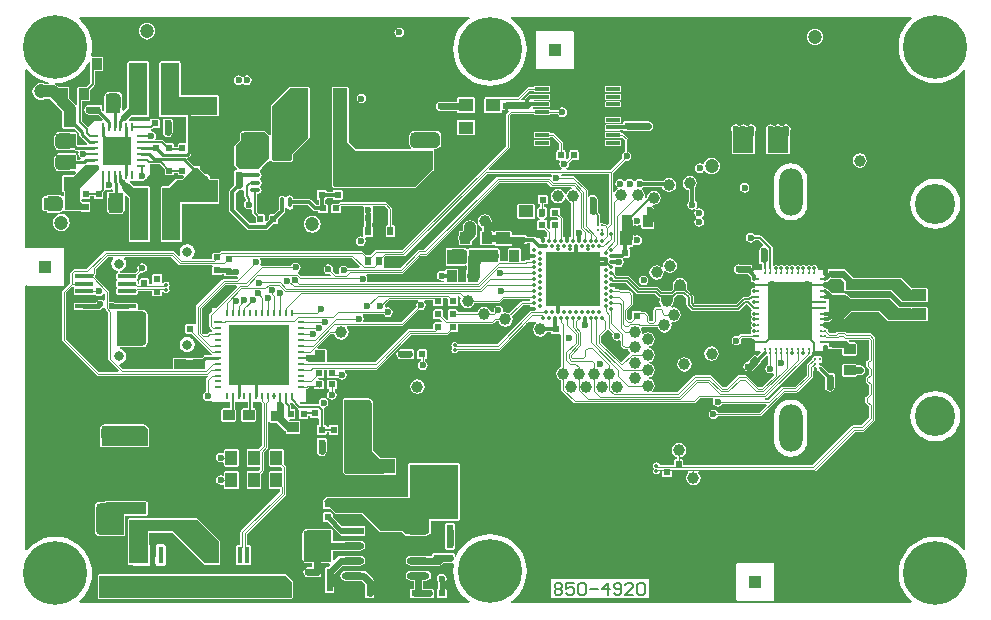
<source format=gtl>
G04 Layer_Physical_Order=1*
G04 Layer_Color=255*
%FSLAX44Y44*%
%MOMM*%
G71*
G01*
G75*
%ADD10C,1.0000*%
%ADD11R,1.6000X0.4000*%
%ADD12R,1.6000X0.4000*%
%ADD13R,2.3000X1.9000*%
%ADD14R,0.4000X1.4000*%
%ADD15R,1.9000X1.9000*%
%ADD16R,0.9000X1.0000*%
%ADD17R,1.0000X0.9000*%
%ADD18R,1.3000X1.0000*%
%ADD19P,0.8485X4X360.0*%
%ADD20C,0.3000*%
%ADD21R,0.6000X0.6000*%
%ADD22R,0.6000X0.8000*%
%ADD23R,0.6000X0.6000*%
%ADD24R,2.4100X3.1000*%
%ADD25O,1.9000X0.6000*%
%ADD26R,1.9000X0.6000*%
%ADD27R,4.2000X1.2000*%
%ADD28C,0.1800*%
%ADD29R,1.6000X2.7000*%
%ADD30R,4.1500X4.6500*%
%ADD31R,1.4500X1.1500*%
%ADD32R,4.0000X1.0000*%
%ADD33R,1.0000X1.3000*%
%ADD34C,0.2500*%
%ADD35R,1.3000X1.1000*%
%ADD36R,1.6000X4.5000*%
%ADD37R,3.0000X2.4000*%
%ADD38R,1.8000X1.6000*%
%ADD39O,0.2500X0.8000*%
%ADD40O,0.8000X0.2500*%
%ADD41R,2.4000X2.4000*%
%ADD42O,1.0000X0.3500*%
%ADD43O,0.3500X1.0000*%
%ADD44R,1.9500X1.9500*%
%ADD45R,1.2000X4.2000*%
%ADD46R,2.7000X1.6000*%
%ADD47R,1.2000X0.3000*%
%ADD48R,1.6000X1.8000*%
%ADD49R,4.6000X4.6000*%
G04:AMPARAMS|DCode=50|XSize=0.3mm|YSize=0.3mm|CornerRadius=0.075mm|HoleSize=0mm|Usage=FLASHONLY|Rotation=90.000|XOffset=0mm|YOffset=0mm|HoleType=Round|Shape=RoundedRectangle|*
%AMROUNDEDRECTD50*
21,1,0.3000,0.1500,0,0,90.0*
21,1,0.1500,0.3000,0,0,90.0*
1,1,0.1500,0.0750,0.0750*
1,1,0.1500,0.0750,-0.0750*
1,1,0.1500,-0.0750,-0.0750*
1,1,0.1500,-0.0750,0.0750*
%
%ADD50ROUNDEDRECTD50*%
%ADD51R,5.1000X5.1000*%
%ADD52O,0.2500X0.6500*%
%ADD53O,0.6500X0.2500*%
%ADD54R,0.6500X0.2500*%
%ADD55C,0.1200*%
%ADD56C,0.1000*%
%ADD57C,0.1500*%
%ADD58C,0.3000*%
%ADD59C,0.4000*%
%ADD60C,0.3500*%
%ADD61C,1.0000*%
%ADD62C,0.6000*%
%ADD63C,0.2000*%
%ADD64C,0.2500*%
%ADD65C,0.9000*%
%ADD66C,0.5000*%
%ADD67C,0.8000*%
%ADD68R,1.0000X0.4000*%
%ADD69R,1.0000X0.4000*%
%ADD70R,3.5000X1.0000*%
%ADD71R,1.0000X1.0000*%
%ADD72R,0.9500X1.6500*%
%ADD73R,3.3000X1.2000*%
%ADD74R,3.6958X5.0000*%
%ADD75C,0.8000*%
%ADD76C,5.4000*%
%ADD77C,1.2000*%
%ADD78C,0.7000*%
%ADD79O,2.0000X4.0000*%
%ADD80C,3.4000*%
%ADD81C,0.6000*%
%ADD82C,0.3500*%
G36*
X85000Y335000D02*
X82000Y332000D01*
X75000Y332000D01*
X72000Y335000D01*
X72000Y344500D01*
X85000D01*
Y335000D01*
D02*
G37*
G36*
X33500Y343500D02*
X33500Y336500D01*
X30500Y333500D01*
X21000Y333500D01*
Y346500D01*
X30500D01*
X33500Y343500D01*
D02*
G37*
G36*
X40000Y386500D02*
X30500D01*
X27500Y389500D01*
X27500Y396500D01*
X30500Y399500D01*
X40000Y399500D01*
Y386500D01*
D02*
G37*
G36*
X83000Y430500D02*
X83000Y421000D01*
X70000D01*
Y430500D01*
X73000Y433500D01*
X80000Y433500D01*
X83000Y430500D01*
D02*
G37*
G36*
X56918Y459759D02*
Y453500D01*
X56961Y453396D01*
Y441916D01*
X54127Y439082D01*
X47000D01*
X46235Y438765D01*
X45918Y438000D01*
Y428000D01*
X45961Y427896D01*
Y424165D01*
X44691Y423779D01*
X44326Y424326D01*
X39082Y429569D01*
Y438000D01*
X38765Y438765D01*
X38000Y439082D01*
X29569D01*
X29326Y439326D01*
X27341Y440652D01*
X27500Y441904D01*
X32364Y442287D01*
X37109Y443426D01*
X41617Y445293D01*
X45778Y447843D01*
X49488Y451012D01*
X52657Y454722D01*
X55207Y458883D01*
X55672Y460006D01*
X56918Y459759D01*
D02*
G37*
G36*
X752597Y496769D02*
X750512Y494988D01*
X747343Y491278D01*
X744793Y487117D01*
X742926Y482609D01*
X741787Y477864D01*
X741404Y473000D01*
X741787Y468135D01*
X742926Y463391D01*
X744793Y458883D01*
X747343Y454722D01*
X750512Y451012D01*
X754222Y447843D01*
X758383Y445293D01*
X762891Y443426D01*
X767635Y442287D01*
X772500Y441904D01*
X777365Y442287D01*
X782109Y443426D01*
X786617Y445293D01*
X790778Y447843D01*
X794488Y451012D01*
X796691Y453591D01*
X797961Y453122D01*
Y46878D01*
X796691Y46409D01*
X794488Y48988D01*
X790778Y52157D01*
X786617Y54707D01*
X782109Y56574D01*
X777365Y57713D01*
X772500Y58096D01*
X767635Y57713D01*
X762891Y56574D01*
X758383Y54707D01*
X754222Y52157D01*
X750512Y48988D01*
X747343Y45278D01*
X744793Y41117D01*
X742926Y36609D01*
X741787Y31865D01*
X741404Y27000D01*
X741787Y22136D01*
X742926Y17391D01*
X744793Y12883D01*
X747343Y8722D01*
X750512Y5012D01*
X752597Y3231D01*
X752158Y2039D01*
X413174D01*
X412829Y3262D01*
X413778Y3843D01*
X417488Y7012D01*
X420657Y10722D01*
X423207Y14883D01*
X425074Y19391D01*
X426213Y24135D01*
X426596Y29000D01*
X426213Y33864D01*
X425074Y38609D01*
X423207Y43117D01*
X420657Y47278D01*
X417488Y50988D01*
X413778Y54157D01*
X409617Y56707D01*
X405109Y58574D01*
X400364Y59713D01*
X395500Y60096D01*
X390635Y59713D01*
X385891Y58574D01*
X381383Y56707D01*
X377222Y54157D01*
X373512Y50988D01*
X370343Y47278D01*
X367793Y43117D01*
X366852Y40845D01*
X365582Y41098D01*
Y43000D01*
X365265Y43765D01*
X364500Y44082D01*
X358500D01*
X358490Y44078D01*
X353510D01*
X353500Y44082D01*
X347500D01*
X346735Y43765D01*
X346418Y43000D01*
Y41838D01*
X346344Y41728D01*
X328300D01*
X326739Y41418D01*
X325416Y40534D01*
X324532Y39211D01*
X324222Y37650D01*
X324532Y36089D01*
X325416Y34766D01*
X326739Y33882D01*
X328300Y33572D01*
X352150D01*
X353711Y33882D01*
X355034Y34766D01*
X355806Y35922D01*
X358490D01*
X358500Y35918D01*
X363974D01*
X364892Y35001D01*
X365000Y34750D01*
X364787Y33864D01*
X364404Y29000D01*
X364787Y24135D01*
X365926Y19391D01*
X367793Y14883D01*
X370343Y10722D01*
X373512Y7012D01*
X377222Y3843D01*
X378171Y3262D01*
X377826Y2039D01*
X47842D01*
X47403Y3231D01*
X49488Y5012D01*
X52657Y8722D01*
X55207Y12883D01*
X57074Y17391D01*
X58213Y22136D01*
X58596Y27000D01*
X58213Y31865D01*
X57074Y36609D01*
X55207Y41117D01*
X52657Y45278D01*
X49488Y48988D01*
X45778Y52157D01*
X41617Y54707D01*
X37109Y56574D01*
X32364Y57713D01*
X27500Y58096D01*
X22636Y57713D01*
X17891Y56574D01*
X13383Y54707D01*
X9222Y52157D01*
X5512Y48988D01*
X3309Y46409D01*
X2039Y46878D01*
Y270302D01*
X3235Y270735D01*
X4000Y270418D01*
X34000D01*
X34765Y270735D01*
X35082Y271500D01*
Y301500D01*
X34765Y302265D01*
X34000Y302582D01*
X4000D01*
X3235Y302265D01*
X2039Y302698D01*
Y453122D01*
X3309Y453591D01*
X5512Y451012D01*
X9222Y447843D01*
X13383Y445293D01*
X17891Y443426D01*
X22217Y442388D01*
X22066Y441118D01*
X18523D01*
X16827Y441820D01*
X15000Y442060D01*
X13173Y441820D01*
X11470Y441115D01*
X10007Y439992D01*
X8885Y438530D01*
X8180Y436827D01*
X7940Y435000D01*
X8180Y433173D01*
X8885Y431470D01*
X10007Y430008D01*
X11470Y428886D01*
X13173Y428180D01*
X15000Y427940D01*
X16827Y428180D01*
X18523Y428882D01*
X22466D01*
X33544Y417805D01*
X33418Y417500D01*
Y404500D01*
X33735Y403735D01*
X34500Y403418D01*
X44338D01*
X47706Y400050D01*
Y398500D01*
X47881Y397622D01*
X48378Y396878D01*
X54218Y391038D01*
X54146Y390567D01*
X53175Y389544D01*
X46200D01*
X45582Y390162D01*
Y399500D01*
X45265Y400265D01*
X44500Y400582D01*
X34500D01*
X34500Y400582D01*
X30500Y400582D01*
X30482Y400575D01*
X28939Y400268D01*
X27616Y399384D01*
X26732Y398061D01*
X26425Y396519D01*
X26417Y396500D01*
X26418Y389500D01*
X26418Y389500D01*
X26425Y389481D01*
X26732Y387939D01*
X27616Y386616D01*
X28939Y385732D01*
X30481Y385425D01*
X30500Y385418D01*
X40000D01*
X40000Y385418D01*
X43942D01*
X44372Y385131D01*
X45250Y384956D01*
X46637D01*
X47316Y383686D01*
X47232Y383561D01*
X46922Y382000D01*
X47232Y380439D01*
X48116Y379116D01*
X48942Y378564D01*
X48557Y377294D01*
X45582D01*
Y381500D01*
X45265Y382265D01*
X44500Y382582D01*
X34500D01*
X34500Y382582D01*
X30500Y382582D01*
X30482Y382575D01*
X28939Y382268D01*
X27616Y381384D01*
X26732Y380061D01*
X26425Y378519D01*
X26417Y378500D01*
X26418Y371500D01*
X26418Y371500D01*
X26425Y371481D01*
X26732Y369939D01*
X27616Y368616D01*
X28939Y367732D01*
X30481Y367425D01*
X30500Y367418D01*
X40000D01*
X40000Y367418D01*
X44091D01*
X44700Y366230D01*
X43052Y364582D01*
X34500D01*
X33735Y364265D01*
X33418Y363500D01*
Y350500D01*
X33735Y349735D01*
X34418Y349452D01*
Y347104D01*
X34004Y346816D01*
X33148Y346542D01*
X32061Y347268D01*
X30519Y347575D01*
X30500Y347582D01*
X21000D01*
X20235Y347265D01*
X19918Y346500D01*
Y346082D01*
X17500D01*
X16735Y345765D01*
X16418Y345000D01*
Y335000D01*
X16735Y334235D01*
X17500Y333918D01*
X18744D01*
X19918Y333500D01*
X20235Y332735D01*
X21000Y332418D01*
X30500Y332418D01*
X30518Y332425D01*
X32061Y332732D01*
X33384Y333616D01*
X33527Y333831D01*
X34735Y334235D01*
X35500Y333918D01*
X44500D01*
X44500Y333918D01*
X49055Y333918D01*
X49235Y333485D01*
X50000Y333168D01*
X56000D01*
X56765Y333485D01*
X57082Y334250D01*
Y340250D01*
X56765Y341015D01*
X56000Y341333D01*
X50698D01*
X49082Y342948D01*
Y343173D01*
X50000Y344168D01*
X56000D01*
X56765Y344485D01*
X57082Y345250D01*
Y346466D01*
X59918D01*
Y345250D01*
X60235Y344485D01*
X61000Y344168D01*
X67000D01*
X67765Y344485D01*
X68082Y345250D01*
Y349809D01*
X68762Y350489D01*
X69149Y351067D01*
X69207Y351362D01*
X70121Y351908D01*
X70554Y351989D01*
X70939Y351732D01*
X72500Y351422D01*
X74061Y351732D01*
X74936Y352317D01*
X76206Y351735D01*
Y350082D01*
X72000D01*
X71235Y349765D01*
X70918Y349000D01*
Y339000D01*
X70918Y339000D01*
X70918Y335000D01*
X70925Y334982D01*
X71232Y333439D01*
X72116Y332116D01*
X73439Y331232D01*
X74981Y330925D01*
X75000Y330917D01*
X82000Y330918D01*
X82000Y330918D01*
X82019Y330925D01*
X83561Y331232D01*
X84884Y332116D01*
X85768Y333439D01*
X86075Y334981D01*
X86082Y335000D01*
Y344500D01*
X86082Y344500D01*
Y346549D01*
X87256Y347035D01*
X89418Y344873D01*
Y308500D01*
X89735Y307735D01*
X90500Y307418D01*
X106500D01*
X107265Y307735D01*
X107582Y308500D01*
Y353500D01*
X107265Y354265D01*
X106500Y354582D01*
X94127D01*
X91105Y357605D01*
X90614Y357933D01*
X90999Y359203D01*
X101970Y359203D01*
X102484Y359716D01*
X102561Y359731D01*
X103884Y360615D01*
X104768Y361939D01*
X104783Y362015D01*
X107500Y364732D01*
Y373216D01*
X116261D01*
X119918Y369559D01*
Y365000D01*
X120235Y364235D01*
X121000Y363918D01*
X127000D01*
X127765Y364235D01*
X128082Y365000D01*
Y366216D01*
X130918D01*
Y365000D01*
X131235Y364235D01*
X132000Y363918D01*
X135728D01*
X136214Y362744D01*
X134551Y361082D01*
X130000Y361082D01*
X129234Y360765D01*
X129234Y360765D01*
X123052Y354582D01*
X117500D01*
X116735Y354265D01*
X116418Y353500D01*
Y308500D01*
X116735Y307735D01*
X117500Y307418D01*
X133500D01*
X134265Y307735D01*
X134582Y308500D01*
Y339918D01*
X165000Y339918D01*
X165765Y340235D01*
X166082Y341000D01*
X166082Y360000D01*
X165765Y360765D01*
X165000Y361082D01*
X158562Y361082D01*
X158268Y362561D01*
X157384Y363884D01*
X156061Y364768D01*
X154500Y365078D01*
X154460Y365070D01*
X150082Y369449D01*
Y371000D01*
X149765Y371765D01*
X149000Y372082D01*
X145162D01*
X139225Y378019D01*
X139554Y379358D01*
X139620Y379421D01*
X140304Y379878D01*
X141872Y381446D01*
X142369Y382190D01*
X142544Y383068D01*
X142544Y383068D01*
Y413918D01*
X164500D01*
X165265Y414235D01*
X165582Y415000D01*
Y431000D01*
X165265Y431765D01*
X164500Y432082D01*
X133582D01*
Y459500D01*
X133265Y460265D01*
X132500Y460582D01*
X116500D01*
X115735Y460265D01*
X115418Y459500D01*
Y414500D01*
X115735Y413735D01*
X116500Y413418D01*
X129500D01*
X129500Y413418D01*
X137956D01*
Y391082D01*
X132000D01*
X131235Y390765D01*
X130918Y390000D01*
Y387784D01*
X128082D01*
Y390000D01*
X127765Y390765D01*
X127000Y391082D01*
X121441D01*
X119262Y393262D01*
X118683Y393648D01*
X118000Y393784D01*
X112690D01*
X112011Y395054D01*
X112268Y395439D01*
X112578Y397000D01*
X112268Y398561D01*
X111384Y399884D01*
X110061Y400768D01*
X108886Y401002D01*
X108267Y402048D01*
X108207Y402302D01*
X108390Y402793D01*
X108683Y402852D01*
X109262Y403238D01*
X109941Y403918D01*
X114500D01*
X115265Y404235D01*
X115582Y405000D01*
Y411000D01*
X115265Y411765D01*
X114500Y412082D01*
X108500D01*
X107735Y411765D01*
X107418Y411000D01*
Y410116D01*
X90043Y410116D01*
X89557Y411289D01*
X91685Y413418D01*
X105500D01*
X106265Y413735D01*
X106582Y414500D01*
Y459500D01*
X106265Y460265D01*
X105500Y460582D01*
X89500D01*
X88735Y460265D01*
X88418Y459500D01*
Y421685D01*
X85256Y418523D01*
X84082Y419009D01*
Y426500D01*
X84082Y426500D01*
X84082Y430500D01*
X84075Y430518D01*
X83768Y432061D01*
X82884Y433384D01*
X81561Y434268D01*
X80019Y434575D01*
X80000Y434583D01*
X73000Y434582D01*
X73000Y434582D01*
X72981Y434575D01*
X71439Y434268D01*
X70116Y433384D01*
X69232Y432061D01*
X68925Y430519D01*
X68918Y430500D01*
Y421000D01*
X68918Y421000D01*
Y418894D01*
X67648Y418263D01*
X67082Y418691D01*
Y422500D01*
X66765Y423265D01*
X66000Y423582D01*
X60000D01*
X59988Y423577D01*
X56000D01*
X54439Y423267D01*
X53116Y422383D01*
X52232Y421060D01*
X51922Y419499D01*
X52232Y417938D01*
X53116Y416615D01*
X54439Y415731D01*
X56000Y415421D01*
X59992D01*
X60000Y415418D01*
X63338D01*
X67466Y411290D01*
X66980Y410116D01*
X60674Y410116D01*
X55221Y404663D01*
X50039Y409845D01*
Y426918D01*
X56000D01*
X56765Y427235D01*
X57082Y428000D01*
Y436270D01*
X60442Y439629D01*
X60442Y439629D01*
X60884Y440291D01*
X61039Y441071D01*
Y452418D01*
X67000D01*
X67765Y452735D01*
X68082Y453500D01*
Y463500D01*
X67765Y464265D01*
X67000Y464582D01*
X58666D01*
X57628Y465698D01*
X58213Y468135D01*
X58596Y473000D01*
X58213Y477864D01*
X57074Y482609D01*
X55207Y487117D01*
X52657Y491278D01*
X49488Y494988D01*
X47403Y496769D01*
X47842Y497961D01*
X377826D01*
X378171Y496739D01*
X377222Y496157D01*
X373512Y492988D01*
X370343Y489278D01*
X367793Y485117D01*
X365926Y480609D01*
X364787Y475864D01*
X364404Y471000D01*
X364787Y466135D01*
X365926Y461391D01*
X367793Y456883D01*
X370343Y452722D01*
X373512Y449012D01*
X377222Y445843D01*
X381383Y443293D01*
X385891Y441426D01*
X390635Y440287D01*
X395500Y439904D01*
X400364Y440287D01*
X405109Y441426D01*
X409617Y443293D01*
X413778Y445843D01*
X417488Y449012D01*
X420657Y452722D01*
X423207Y456883D01*
X425074Y461391D01*
X426213Y466135D01*
X426596Y471000D01*
X426213Y475864D01*
X425074Y480609D01*
X423207Y485117D01*
X420657Y489278D01*
X417488Y492988D01*
X413778Y496157D01*
X412829Y496739D01*
X413174Y497961D01*
X752158D01*
X752597Y496769D01*
D02*
G37*
G36*
X158000Y360000D02*
X165000Y360000D01*
X165000Y341000D01*
X121750Y341000D01*
Y351750D01*
X130000Y360000D01*
X135000Y360000D01*
X144000Y369000D01*
X149000Y369000D01*
X158000Y360000D01*
D02*
G37*
G36*
X40000Y368500D02*
X30500D01*
X27500Y371500D01*
X27500Y378500D01*
X30500Y381500D01*
X40000Y381500D01*
Y368500D01*
D02*
G37*
G36*
X64000Y372000D02*
Y369500D01*
X48000Y353500D01*
Y342500D01*
X51000Y339500D01*
Y335000D01*
X44500Y335000D01*
X35500Y344000D01*
X35500Y355500D01*
X53000Y373000D01*
X63000D01*
X64000Y372000D01*
D02*
G37*
%LPC*%
G36*
X32500Y331060D02*
X30673Y330820D01*
X28970Y330115D01*
X27508Y328993D01*
X26386Y327530D01*
X25680Y325827D01*
X25440Y324000D01*
X25680Y322173D01*
X26386Y320470D01*
X27508Y319008D01*
X28970Y317885D01*
X30673Y317180D01*
X32500Y316940D01*
X34327Y317180D01*
X36030Y317885D01*
X37492Y319008D01*
X38614Y320470D01*
X39320Y322173D01*
X39560Y324000D01*
X39320Y325827D01*
X38614Y327530D01*
X37492Y328993D01*
X36030Y330115D01*
X34327Y330820D01*
X32500Y331060D01*
D02*
G37*
G36*
X364500Y69582D02*
X358500D01*
X357735Y69265D01*
X357418Y68500D01*
Y62500D01*
X357422Y62490D01*
Y54010D01*
X357418Y54000D01*
Y48000D01*
X357735Y47235D01*
X358500Y46918D01*
X364500D01*
X365265Y47235D01*
X365582Y48000D01*
Y54000D01*
X365578Y54010D01*
Y62490D01*
X365582Y62500D01*
Y68500D01*
X365265Y69265D01*
X364500Y69582D01*
D02*
G37*
G36*
X547750Y293617D02*
X545409Y293152D01*
X543424Y291826D01*
X542098Y289841D01*
X541632Y287500D01*
X541759Y286863D01*
X541479Y286627D01*
X540589Y286234D01*
X538841Y287402D01*
X536500Y287868D01*
X534159Y287402D01*
X532174Y286076D01*
X530848Y284091D01*
X530382Y281750D01*
X530848Y279409D01*
X532174Y277424D01*
X534159Y276098D01*
X536500Y275632D01*
X538841Y276098D01*
X540826Y277424D01*
X542152Y279409D01*
X542617Y281750D01*
X542491Y282387D01*
X542771Y282623D01*
X543661Y283016D01*
X545409Y281848D01*
X547750Y281383D01*
X550091Y281848D01*
X552076Y283174D01*
X553402Y285159D01*
X553867Y287500D01*
X553402Y289841D01*
X552076Y291826D01*
X550091Y293152D01*
X547750Y293617D01*
D02*
G37*
G36*
X307000Y341124D02*
X268500D01*
X267352Y340648D01*
X266786Y340082D01*
X262000D01*
X261235Y339765D01*
X260918Y339000D01*
Y333000D01*
X261235Y332235D01*
X262000Y331918D01*
X268000D01*
X268765Y332235D01*
X269082Y333000D01*
Y337786D01*
X269172Y337876D01*
X288264D01*
X288863Y336756D01*
X288732Y336561D01*
X288422Y335000D01*
X288732Y333439D01*
X288889Y333204D01*
X288735Y331765D01*
X288418Y331000D01*
Y325000D01*
X288735Y324235D01*
X289012Y324120D01*
Y321641D01*
X288305Y321349D01*
X287988Y320583D01*
Y313029D01*
X287100Y312171D01*
X286835Y312048D01*
X286000Y312214D01*
X284439Y311904D01*
X283116Y311020D01*
X282232Y309697D01*
X281922Y308136D01*
X282232Y306575D01*
X283116Y305252D01*
X284439Y304368D01*
X286000Y304058D01*
X287561Y304368D01*
X288884Y305252D01*
X289768Y306575D01*
X290078Y308136D01*
X289768Y309697D01*
X289411Y310231D01*
X290090Y311501D01*
X295071D01*
X295836Y311818D01*
X296153Y312583D01*
Y320583D01*
X295836Y321349D01*
X295130Y321641D01*
Y323918D01*
X295500D01*
X296265Y324235D01*
X296582Y325000D01*
Y331000D01*
X296265Y331765D01*
X296111Y333204D01*
X296268Y333439D01*
X296578Y335000D01*
X296268Y336561D01*
X296137Y336756D01*
X296736Y337876D01*
X306327D01*
X309447Y334757D01*
Y321666D01*
X308071D01*
X307305Y321349D01*
X306988Y320583D01*
Y312583D01*
X307305Y311818D01*
X308071Y311501D01*
X314071D01*
X314836Y311818D01*
X315153Y312583D01*
Y320583D01*
X314836Y321349D01*
X314071Y321666D01*
X312694D01*
Y335429D01*
X312219Y336577D01*
X308148Y340648D01*
X307000Y341124D01*
D02*
G37*
G36*
X245000Y329560D02*
X243173Y329320D01*
X241470Y328615D01*
X240007Y327492D01*
X238885Y326030D01*
X238180Y324327D01*
X237940Y322500D01*
X238180Y320673D01*
X238885Y318970D01*
X240007Y317507D01*
X241470Y316385D01*
X243173Y315680D01*
X245000Y315440D01*
X246827Y315680D01*
X248530Y316385D01*
X249992Y317507D01*
X251115Y318970D01*
X251820Y320673D01*
X252060Y322500D01*
X251820Y324327D01*
X251115Y326030D01*
X249992Y327492D01*
X248530Y328615D01*
X246827Y329320D01*
X245000Y329560D01*
D02*
G37*
G36*
X118500Y51845D02*
X114500D01*
X113603Y51666D01*
X112842Y51158D01*
X112333Y50397D01*
X112155Y49500D01*
Y35500D01*
X112333Y34603D01*
X112842Y33842D01*
X113603Y33333D01*
X114500Y33155D01*
X118500D01*
X119397Y33333D01*
X120158Y33842D01*
X120667Y34603D01*
X120845Y35500D01*
Y49500D01*
X120667Y50397D01*
X120158Y51158D01*
X119397Y51666D01*
X118500Y51845D01*
D02*
G37*
G36*
X611000Y357578D02*
X609439Y357268D01*
X608116Y356384D01*
X607232Y355061D01*
X606922Y353500D01*
X607232Y351939D01*
X608116Y350616D01*
X609439Y349732D01*
X611000Y349422D01*
X612561Y349732D01*
X613884Y350616D01*
X614768Y351939D01*
X615078Y353500D01*
X614768Y355061D01*
X613884Y356384D01*
X612561Y357268D01*
X611000Y357578D01*
D02*
G37*
G36*
X219500Y132582D02*
X209500D01*
X208735Y132265D01*
X208418Y131500D01*
Y118500D01*
X208735Y117735D01*
X209500Y117418D01*
X218275D01*
X219469Y116224D01*
Y113582D01*
X209500D01*
X208735Y113265D01*
X208418Y112500D01*
Y99500D01*
X208735Y98735D01*
X209500Y98418D01*
X217269D01*
Y96076D01*
X184496Y63304D01*
X184143Y62774D01*
X184019Y62150D01*
X184019Y62150D01*
Y50582D01*
X181500D01*
X180735Y50265D01*
X180418Y49500D01*
Y35500D01*
X180735Y34735D01*
X181500Y34418D01*
X185500D01*
X186043Y34643D01*
X187235Y34735D01*
X188000Y34418D01*
X188404Y34418D01*
X192000D01*
X192765Y34735D01*
X193082Y35500D01*
Y49500D01*
X192765Y50265D01*
X192000Y50582D01*
X189481D01*
Y60563D01*
X222253Y93335D01*
X222254Y93335D01*
X222607Y93864D01*
X222731Y94489D01*
X222731Y94489D01*
Y116900D01*
X222607Y117524D01*
X222254Y118054D01*
X222253Y118054D01*
X220582Y119725D01*
Y131500D01*
X220265Y132265D01*
X219500Y132582D01*
D02*
G37*
G36*
X564500Y363618D02*
X562159Y363152D01*
X560174Y361826D01*
X558848Y359841D01*
X558382Y357500D01*
X558848Y355159D01*
X560174Y353174D01*
X562159Y351848D01*
X563696Y351542D01*
Y341937D01*
X563616Y341884D01*
X562732Y340561D01*
X562422Y339000D01*
X562732Y337439D01*
X563616Y336116D01*
X564939Y335232D01*
X566500Y334922D01*
X568061Y335232D01*
X568532Y335547D01*
X569447Y334631D01*
X568732Y333561D01*
X568422Y332000D01*
X568732Y330439D01*
X569616Y329116D01*
X569962Y328885D01*
Y327615D01*
X569616Y327384D01*
X568732Y326061D01*
X568422Y324500D01*
X568732Y322939D01*
X569616Y321616D01*
X570939Y320732D01*
X572500Y320422D01*
X574061Y320732D01*
X575384Y321616D01*
X576268Y322939D01*
X576578Y324500D01*
X576268Y326061D01*
X575384Y327384D01*
X575038Y327615D01*
Y328885D01*
X575384Y329116D01*
X576268Y330439D01*
X576578Y332000D01*
X576268Y333561D01*
X575384Y334884D01*
X574061Y335768D01*
X572500Y336078D01*
X570939Y335768D01*
X570468Y335453D01*
X569553Y336369D01*
X570268Y337439D01*
X570578Y339000D01*
X570268Y340561D01*
X569384Y341884D01*
X569304Y341937D01*
Y353890D01*
X570152Y355159D01*
X570617Y357500D01*
X570152Y359841D01*
X568826Y361826D01*
X566841Y363152D01*
X564500Y363618D01*
D02*
G37*
G36*
X147500Y73582D02*
X90000D01*
X89235Y73265D01*
X88918Y72500D01*
Y68500D01*
X88918Y68500D01*
X88918Y35500D01*
X89235Y34735D01*
X90000Y34418D01*
X92957D01*
X93342Y33842D01*
X94103Y33333D01*
X95000Y33155D01*
X99000D01*
X99897Y33333D01*
X100250Y33569D01*
X100603Y33333D01*
X101500Y33155D01*
X105500D01*
X106397Y33333D01*
X107158Y33842D01*
X107667Y34603D01*
X107845Y35500D01*
Y49500D01*
X107667Y50397D01*
X107158Y51158D01*
X106582Y51543D01*
X106582Y61418D01*
X126552D01*
X153235Y34735D01*
X154000Y34418D01*
X166000D01*
X166765Y34735D01*
X167082Y35500D01*
Y49500D01*
Y54000D01*
X166765Y54765D01*
X148265Y73265D01*
X147500Y73582D01*
D02*
G37*
G36*
X368750Y120332D02*
X327250D01*
X326485Y120015D01*
X326167Y119250D01*
Y91582D01*
X257000D01*
X256235Y91265D01*
X254235Y89265D01*
X253918Y88500D01*
Y82500D01*
X254235Y81735D01*
X255000Y81418D01*
X260552D01*
X264235Y77735D01*
X265000Y77418D01*
X287052D01*
X302235Y62235D01*
X303000Y61918D01*
X320552D01*
X323235Y59235D01*
X324000Y58918D01*
X339500D01*
X339631Y58972D01*
X341300D01*
X342861Y59282D01*
X344184Y60166D01*
X345068Y61489D01*
X345378Y63050D01*
X345082Y64538D01*
Y71668D01*
X368750D01*
X369515Y71985D01*
X369832Y72750D01*
Y119250D01*
X369515Y120015D01*
X368750Y120332D01*
D02*
G37*
G36*
X341000Y216582D02*
X335000D01*
X334235Y216265D01*
X333918Y215500D01*
Y209500D01*
X334235Y208735D01*
X335000Y208418D01*
X336876D01*
Y206726D01*
X335616Y205884D01*
X334732Y204561D01*
X334422Y203000D01*
X334732Y201439D01*
X335616Y200116D01*
X336939Y199232D01*
X338500Y198922D01*
X340061Y199232D01*
X341384Y200116D01*
X342268Y201439D01*
X342578Y203000D01*
X342268Y204561D01*
X341384Y205884D01*
X340124Y206726D01*
Y208418D01*
X341000D01*
X341765Y208735D01*
X342082Y209500D01*
Y215500D01*
X341765Y216265D01*
X341765Y216265D01*
X341000Y216582D01*
D02*
G37*
G36*
X264500Y191082D02*
X258500D01*
X257735Y190765D01*
X257418Y190000D01*
Y184000D01*
X257735Y183235D01*
X258500Y182918D01*
X258921D01*
X259109Y182715D01*
X258925Y181090D01*
X258616Y180884D01*
X257732Y179560D01*
X257421Y178000D01*
X257732Y176439D01*
X258616Y175116D01*
X259939Y174232D01*
X261500Y173921D01*
X263060Y174232D01*
X264383Y175116D01*
X265267Y176439D01*
X265578Y178000D01*
X265267Y179560D01*
X264383Y180884D01*
X264074Y181090D01*
X263890Y182715D01*
X264078Y182918D01*
X264500D01*
X265265Y183235D01*
X265582Y184000D01*
Y190000D01*
X265265Y190765D01*
X264500Y191082D01*
D02*
G37*
G36*
X330000Y216582D02*
X324000D01*
X323990Y216578D01*
X320000D01*
X318439Y216268D01*
X317116Y215384D01*
X316232Y214061D01*
X315922Y212500D01*
X316232Y210939D01*
X317116Y209616D01*
X318439Y208732D01*
X320000Y208422D01*
X323990D01*
X324000Y208418D01*
X330000D01*
X330765Y208735D01*
X331082Y209500D01*
Y215500D01*
X330765Y216265D01*
X330000Y216582D01*
D02*
G37*
G36*
X70000Y153082D02*
X69669Y152945D01*
X69000Y153078D01*
X67439Y152768D01*
X66116Y151884D01*
X65232Y150561D01*
X64925Y149019D01*
X64918Y149000D01*
Y142000D01*
X64918Y142000D01*
Y135000D01*
X65235Y134235D01*
X66000Y133918D01*
X106000D01*
X106765Y134235D01*
X107082Y135000D01*
Y149000D01*
X107082Y149000D01*
X106765Y149765D01*
X105361Y151170D01*
X104884Y151884D01*
X103561Y152768D01*
X102019Y153075D01*
X102000Y153082D01*
X70000D01*
X70000Y153082D01*
D02*
G37*
G36*
X334000Y191118D02*
X331659Y190652D01*
X329674Y189326D01*
X328348Y187341D01*
X327882Y185000D01*
X328348Y182659D01*
X329674Y180674D01*
X331659Y179348D01*
X334000Y178883D01*
X336341Y179348D01*
X338326Y180674D01*
X339652Y182659D01*
X340117Y185000D01*
X339652Y187341D01*
X338326Y189326D01*
X336341Y190652D01*
X334000Y191118D01*
D02*
G37*
G36*
X650532Y174130D02*
X650132Y174104D01*
X650000Y174121D01*
X649868Y174104D01*
X649468Y174130D01*
X646857Y173786D01*
X646477Y173657D01*
X646345Y173640D01*
X646223Y173589D01*
X645829Y173510D01*
X643396Y172503D01*
X643062Y172280D01*
X642940Y172229D01*
X642834Y172148D01*
X642474Y171971D01*
X640385Y170368D01*
X640120Y170066D01*
X640015Y169985D01*
X639934Y169880D01*
X639632Y169615D01*
X638029Y167526D01*
X637852Y167166D01*
X637771Y167060D01*
X637720Y166938D01*
X637497Y166604D01*
X636489Y164171D01*
X636411Y163777D01*
X636360Y163655D01*
X636343Y163523D01*
X636214Y163143D01*
X635870Y160532D01*
X635888Y160264D01*
X635835Y160000D01*
Y140000D01*
X635888Y139736D01*
X635870Y139468D01*
X636214Y136857D01*
X636343Y136477D01*
X636360Y136345D01*
X636411Y136223D01*
X636489Y135829D01*
X637497Y133396D01*
X637720Y133062D01*
X637771Y132940D01*
X637852Y132834D01*
X638029Y132474D01*
X639632Y130385D01*
X639934Y130120D01*
X640015Y130015D01*
X640120Y129934D01*
X640385Y129632D01*
X642474Y128029D01*
X642834Y127852D01*
X642940Y127771D01*
X643062Y127720D01*
X643396Y127497D01*
X645829Y126489D01*
X646223Y126411D01*
X646345Y126360D01*
X646477Y126343D01*
X646857Y126214D01*
X649468Y125870D01*
X649868Y125897D01*
X650000Y125879D01*
X650132Y125897D01*
X650532Y125870D01*
X653143Y126214D01*
X653523Y126343D01*
X653655Y126360D01*
X653777Y126411D01*
X654171Y126489D01*
X656604Y127497D01*
X656938Y127720D01*
X657060Y127771D01*
X657166Y127852D01*
X657526Y128029D01*
X659615Y129632D01*
X659880Y129934D01*
X659985Y130015D01*
X660066Y130120D01*
X660368Y130385D01*
X661971Y132474D01*
X662148Y132834D01*
X662229Y132940D01*
X662280Y133062D01*
X662503Y133396D01*
X663511Y135829D01*
X663589Y136223D01*
X663640Y136345D01*
X663657Y136477D01*
X663786Y136857D01*
X664130Y139468D01*
X664112Y139736D01*
X664165Y140000D01*
Y160000D01*
X664112Y160264D01*
X664130Y160532D01*
X663786Y163143D01*
X663657Y163523D01*
X663640Y163655D01*
X663589Y163777D01*
X663511Y164171D01*
X662503Y166604D01*
X662280Y166938D01*
X662229Y167060D01*
X662148Y167166D01*
X661971Y167526D01*
X660368Y169615D01*
X660066Y169880D01*
X659985Y169985D01*
X659880Y170066D01*
X659615Y170368D01*
X657526Y171971D01*
X657166Y172148D01*
X657060Y172229D01*
X656938Y172280D01*
X656604Y172503D01*
X654171Y173510D01*
X653777Y173589D01*
X653655Y173640D01*
X653523Y173657D01*
X653143Y173786D01*
X650532Y174130D01*
D02*
G37*
G36*
X704799Y204582D02*
X694799D01*
X694033Y204265D01*
X693716Y203500D01*
Y194500D01*
X694033Y193735D01*
X694799Y193418D01*
X704799D01*
X705564Y193735D01*
X705881Y194500D01*
Y194922D01*
X709000D01*
X710561Y195232D01*
X711884Y196116D01*
X712768Y197439D01*
X713078Y199000D01*
X712768Y200561D01*
X711884Y201884D01*
X710561Y202768D01*
X709000Y203078D01*
X705881D01*
Y203500D01*
X705564Y204265D01*
X704799Y204582D01*
D02*
G37*
G36*
X772500Y181161D02*
X772302Y181121D01*
X772100Y181141D01*
X768768Y180813D01*
X768383Y180696D01*
X767983Y180657D01*
X764779Y179685D01*
X764425Y179495D01*
X764040Y179379D01*
X761087Y177800D01*
X760777Y177545D01*
X760777Y177545D01*
X760422Y177356D01*
X757834Y175232D01*
X757579Y174921D01*
X757268Y174666D01*
X755144Y172078D01*
X754955Y171723D01*
X754955Y171723D01*
X754700Y171413D01*
X753121Y168460D01*
X753005Y168075D01*
X752815Y167721D01*
X751843Y164517D01*
X751804Y164117D01*
X751687Y163732D01*
X751359Y160400D01*
X751398Y160000D01*
X751359Y159600D01*
X751687Y156268D01*
X751804Y155883D01*
X751843Y155484D01*
X752815Y152279D01*
X753005Y151925D01*
X753121Y151540D01*
X754700Y148587D01*
X754955Y148277D01*
X754955Y148277D01*
X755144Y147922D01*
X757268Y145334D01*
X757579Y145079D01*
X757834Y144768D01*
X760422Y142644D01*
X760777Y142455D01*
X760777Y142455D01*
X761087Y142200D01*
X764040Y140621D01*
X764425Y140505D01*
X764779Y140315D01*
X767983Y139343D01*
X768383Y139304D01*
X768768Y139187D01*
X772100Y138859D01*
X772302Y138879D01*
X772500Y138839D01*
X772698Y138879D01*
X772900Y138859D01*
X776232Y139187D01*
X776617Y139304D01*
X777017Y139343D01*
X780221Y140315D01*
X780575Y140505D01*
X780960Y140621D01*
X783913Y142200D01*
X784223Y142455D01*
X784223Y142455D01*
X784578Y142644D01*
X787166Y144768D01*
X787421Y145079D01*
X787732Y145334D01*
X789856Y147922D01*
X790045Y148277D01*
X790045Y148277D01*
X790300Y148587D01*
X791879Y151540D01*
X791995Y151925D01*
X792185Y152279D01*
X793157Y155484D01*
X793196Y155883D01*
X793313Y156268D01*
X793641Y159600D01*
X793602Y160000D01*
X793641Y160400D01*
X793313Y163732D01*
X793196Y164117D01*
X793157Y164517D01*
X792185Y167721D01*
X791995Y168075D01*
X791879Y168460D01*
X790300Y171413D01*
X790045Y171723D01*
X790045Y171723D01*
X789856Y172078D01*
X787732Y174666D01*
X787421Y174921D01*
X787166Y175232D01*
X784578Y177356D01*
X784223Y177545D01*
X784223Y177545D01*
X783913Y177800D01*
X780960Y179379D01*
X780575Y179495D01*
X780221Y179685D01*
X777017Y180657D01*
X776617Y180696D01*
X776232Y180813D01*
X772900Y181141D01*
X772698Y181121D01*
X772500Y181161D01*
D02*
G37*
G36*
X261000Y64582D02*
X245000D01*
X245000Y64582D01*
X240500D01*
X240500Y64582D01*
X240481Y64575D01*
X238939Y64268D01*
X237616Y63384D01*
X236732Y62061D01*
X236425Y60519D01*
X236418Y60500D01*
Y39500D01*
X236418Y39500D01*
X236425Y39481D01*
X236732Y37939D01*
X237616Y36616D01*
X238939Y35732D01*
X240481Y35426D01*
X240500Y35418D01*
X244422D01*
Y32078D01*
X241500D01*
X239939Y31768D01*
X238616Y30884D01*
X237732Y29561D01*
X237422Y28000D01*
X237732Y26439D01*
X238616Y25116D01*
X239939Y24232D01*
X241500Y23922D01*
X245490D01*
X245500Y23918D01*
X251500D01*
X252265Y24235D01*
X252582Y25000D01*
Y31000D01*
X252578Y31010D01*
Y35418D01*
X259354D01*
X259880Y34148D01*
X257815Y32082D01*
X256500D01*
X255735Y31765D01*
X255418Y31000D01*
Y25000D01*
X255422Y24990D01*
Y17510D01*
X255418Y17500D01*
Y11500D01*
X255735Y10735D01*
X256500Y10418D01*
X262500D01*
X263265Y10735D01*
X263582Y11500D01*
Y17500D01*
X263578Y17510D01*
Y24990D01*
X263582Y25000D01*
Y26315D01*
X270839Y33572D01*
X285700D01*
X287261Y33882D01*
X288584Y34766D01*
X289468Y36089D01*
X289778Y37650D01*
X289468Y39211D01*
X288584Y40534D01*
X287261Y41418D01*
X285700Y41728D01*
X269150D01*
X267589Y41418D01*
X266266Y40534D01*
X266266Y40534D01*
X263352Y37620D01*
X262082Y38146D01*
Y46272D01*
X285700D01*
X287261Y46582D01*
X288584Y47466D01*
X289468Y48789D01*
X289778Y50350D01*
X289468Y51911D01*
X288584Y53234D01*
X287261Y54118D01*
X285700Y54428D01*
X262082D01*
Y63500D01*
X261765Y64265D01*
X261000Y64582D01*
D02*
G37*
G36*
X104500Y88082D02*
X69500D01*
X68735Y87765D01*
X68659Y87582D01*
X65000D01*
X65000Y87582D01*
X64981Y87575D01*
X63439Y87268D01*
X62116Y86384D01*
X61232Y85061D01*
X60925Y83519D01*
X60918Y83500D01*
Y62500D01*
X60918Y62500D01*
X60925Y62481D01*
X61232Y60939D01*
X62116Y59616D01*
X63439Y58732D01*
X64981Y58425D01*
X65000Y58418D01*
X71000D01*
X71000Y58418D01*
X85500D01*
X86265Y58735D01*
X86582Y59500D01*
Y75918D01*
X104500D01*
X105265Y76235D01*
X105582Y77000D01*
Y87000D01*
X105265Y87765D01*
X104500Y88082D01*
D02*
G37*
G36*
X525500Y279078D02*
X523939Y278768D01*
X522616Y277884D01*
X521732Y276561D01*
X521422Y275000D01*
X521732Y273439D01*
X522616Y272116D01*
X523939Y271232D01*
X525500Y270922D01*
X527061Y271232D01*
X528384Y272116D01*
X529268Y273439D01*
X529578Y275000D01*
X529268Y276561D01*
X528384Y277884D01*
X527061Y278768D01*
X525500Y279078D01*
D02*
G37*
G36*
X261000Y78582D02*
X255000D01*
X254235Y78265D01*
X253918Y77500D01*
Y71500D01*
X254235Y70735D01*
X255000Y70418D01*
X257757D01*
X267287Y60887D01*
X267287Y60887D01*
X268279Y60224D01*
X268618Y60157D01*
Y60050D01*
X268935Y59285D01*
X269700Y58968D01*
X288700D01*
X289465Y59285D01*
X289782Y60050D01*
Y66050D01*
X289465Y66815D01*
X288700Y67132D01*
X269700D01*
X269695Y67130D01*
X262082Y74743D01*
Y77500D01*
X261765Y78265D01*
X261000Y78582D01*
D02*
G37*
G36*
X256000Y141582D02*
X250000D01*
X249235Y141265D01*
X248918Y140500D01*
Y134500D01*
X248922Y134490D01*
Y130500D01*
X249232Y128939D01*
X250116Y127616D01*
X251439Y126732D01*
X253000Y126422D01*
X254561Y126732D01*
X255884Y127616D01*
X256768Y128939D01*
X257078Y130500D01*
Y134490D01*
X257082Y134500D01*
Y140500D01*
X256765Y141265D01*
X256000Y141582D01*
D02*
G37*
G36*
X181500Y132582D02*
X171500D01*
X170735Y132265D01*
X170418Y131500D01*
Y129388D01*
X169148Y128709D01*
X169060Y128768D01*
X167500Y129078D01*
X165939Y128768D01*
X164616Y127884D01*
X163732Y126560D01*
X163421Y125000D01*
X163732Y123439D01*
X164616Y122116D01*
X165939Y121232D01*
X167500Y120921D01*
X169060Y121232D01*
X169148Y121290D01*
X170418Y120611D01*
Y118500D01*
X170735Y117735D01*
X171500Y117418D01*
X181500D01*
X182265Y117735D01*
X182582Y118500D01*
Y131500D01*
X182265Y132265D01*
X181500Y132582D01*
D02*
G37*
G36*
X181500Y113582D02*
X171500D01*
X170735Y113265D01*
X170418Y112500D01*
Y110388D01*
X169148Y109710D01*
X169060Y109768D01*
X167500Y110078D01*
X165939Y109768D01*
X164616Y108884D01*
X163732Y107561D01*
X163421Y106000D01*
X163732Y104439D01*
X164616Y103116D01*
X165939Y102232D01*
X167500Y101921D01*
X169060Y102232D01*
X169148Y102290D01*
X170418Y101611D01*
Y99500D01*
X170735Y98735D01*
X171500Y98418D01*
X181500D01*
X182265Y98735D01*
X182582Y99500D01*
Y112500D01*
X182265Y113265D01*
X181500Y113582D01*
D02*
G37*
G36*
X292500Y175082D02*
X272000D01*
X271235Y174765D01*
X270918Y174000D01*
Y156000D01*
Y150000D01*
X270918Y150000D01*
X270918Y112500D01*
X270917Y112500D01*
X271235Y111735D01*
X271235Y111735D01*
X272235Y110735D01*
X273000Y110418D01*
X306000Y110418D01*
X306000Y110418D01*
X315000D01*
X315765Y110735D01*
X316082Y111500D01*
Y123500D01*
X315765Y124265D01*
X315000Y124582D01*
X302948D01*
X296583Y130948D01*
X296582Y150000D01*
X296582Y150000D01*
X296582Y150000D01*
Y171000D01*
X296582Y171000D01*
X296575Y171019D01*
X296268Y172561D01*
X295384Y173884D01*
X294061Y174768D01*
X292519Y175075D01*
X292500Y175082D01*
D02*
G37*
G36*
X274500Y439082D02*
X262500D01*
X261735Y438765D01*
X261418Y438000D01*
Y396000D01*
X261418Y396000D01*
Y355500D01*
X261418Y355500D01*
X261735Y354735D01*
X261735Y354734D01*
X262735Y353735D01*
X263500Y353418D01*
X332000D01*
X332000Y353418D01*
X332766Y353735D01*
X332766Y353735D01*
X346948Y367918D01*
X347000D01*
X347765Y368235D01*
X348082Y369000D01*
Y379000D01*
X348082Y379000D01*
X348083Y385000D01*
X348083Y385000D01*
X348083Y385000D01*
X348022Y385148D01*
X348334Y385891D01*
X348773Y386418D01*
X348773Y386418D01*
X350000Y386418D01*
X350018Y386425D01*
X351561Y386732D01*
X352884Y387616D01*
X353768Y388939D01*
X354075Y390481D01*
X354083Y390500D01*
X354082Y397500D01*
X354082Y397500D01*
X354075Y397519D01*
X353768Y399061D01*
X352884Y400384D01*
X351561Y401268D01*
X350019Y401575D01*
X350000Y401582D01*
X340500D01*
X340500Y401582D01*
X331000Y401582D01*
X330982Y401575D01*
X329439Y401268D01*
X328116Y400384D01*
X327232Y399061D01*
X326926Y397519D01*
X326917Y397500D01*
X326918Y390500D01*
X326918Y390500D01*
X326925Y390481D01*
X327232Y388939D01*
X328116Y387616D01*
X328511Y387352D01*
X328126Y386082D01*
X322000Y386082D01*
X322000Y386082D01*
X292000D01*
X292000Y386082D01*
X281948Y386082D01*
X275582Y392448D01*
Y411000D01*
X275582Y411000D01*
Y438000D01*
X275265Y438765D01*
X274500Y439082D01*
D02*
G37*
G36*
X505500Y426582D02*
X493500D01*
X492735Y426265D01*
X492418Y425500D01*
Y422500D01*
X492735Y421735D01*
X493500Y421418D01*
X505500D01*
X506265Y421735D01*
X506582Y422500D01*
Y425500D01*
X506265Y426265D01*
X505500Y426582D01*
D02*
G37*
G36*
X525000Y409582D02*
X519000D01*
X518990Y409578D01*
X515010D01*
X515000Y409582D01*
X509000D01*
X508235Y409265D01*
X507918Y408500D01*
Y407049D01*
X505581D01*
X505500Y407082D01*
X493500D01*
X492735Y406765D01*
X492418Y406000D01*
Y403000D01*
X492735Y402235D01*
X493500Y401918D01*
X505500D01*
X505581Y401951D01*
X508145D01*
X508235Y401735D01*
X509000Y401418D01*
X515000D01*
X515010Y401422D01*
X518990D01*
X519000Y401418D01*
X525000D01*
X525010Y401422D01*
X529000D01*
X529250Y401471D01*
X529500Y401422D01*
X531061Y401732D01*
X532384Y402616D01*
X533268Y403939D01*
X533578Y405500D01*
X533268Y407061D01*
X532384Y408384D01*
X531061Y409268D01*
X529500Y409578D01*
X529250Y409529D01*
X529000Y409578D01*
X525010D01*
X525000Y409582D01*
D02*
G37*
G36*
X381500Y429959D02*
X368500D01*
X367735Y429642D01*
X367418Y428876D01*
Y426455D01*
X363510D01*
X363500Y426459D01*
X357500D01*
X357490Y426455D01*
X353500D01*
X351939Y426144D01*
X350616Y425260D01*
X349732Y423937D01*
X349422Y422376D01*
X349732Y420816D01*
X350616Y419493D01*
X351939Y418609D01*
X353500Y418298D01*
X357490D01*
X357500Y418294D01*
X363500D01*
X363510Y418298D01*
X367418D01*
Y417876D01*
X367735Y417111D01*
X368500Y416794D01*
X381500D01*
X382265Y417111D01*
X382582Y417876D01*
Y428876D01*
X382265Y429642D01*
X381500Y429959D01*
D02*
G37*
G36*
X286500Y433078D02*
X284939Y432768D01*
X283616Y431884D01*
X282732Y430561D01*
X282422Y429000D01*
X282732Y427439D01*
X283616Y426116D01*
X284939Y425232D01*
X286500Y424922D01*
X288061Y425232D01*
X289384Y426116D01*
X290268Y427439D01*
X290578Y429000D01*
X290268Y430561D01*
X289384Y431884D01*
X288061Y432768D01*
X286500Y433078D01*
D02*
G37*
G36*
X616500Y407078D02*
X614939Y406768D01*
X613914Y406082D01*
X612587Y406082D01*
X611561Y406768D01*
X610000Y407078D01*
X608439Y406768D01*
X607413Y406082D01*
X606087Y406082D01*
X605061Y406768D01*
X603500Y407078D01*
X601939Y406768D01*
X600616Y405884D01*
X599732Y404561D01*
X599422Y403000D01*
X599732Y401439D01*
X599918Y401161D01*
X599918Y398750D01*
X599918Y398750D01*
Y382750D01*
X600235Y381985D01*
X601000Y381668D01*
X619000D01*
X619765Y381985D01*
X620082Y382750D01*
Y397500D01*
X620083Y397500D01*
X620082Y401161D01*
X620268Y401439D01*
X620578Y403000D01*
X620268Y404561D01*
X619384Y405884D01*
X618061Y406768D01*
X616500Y407078D01*
D02*
G37*
G36*
X226000Y439082D02*
X225235Y438765D01*
Y438765D01*
X210235Y423765D01*
X209918Y423000D01*
Y398273D01*
X209196Y397955D01*
X208648Y397883D01*
X205265Y401265D01*
X204500Y401582D01*
X191500D01*
X191500Y401582D01*
X191500Y401582D01*
X187500Y401582D01*
X187482Y401575D01*
X185939Y401268D01*
X184616Y400384D01*
X183732Y399061D01*
X183426Y397519D01*
X183417Y397500D01*
X183417Y393948D01*
X179235Y389765D01*
X178918Y389000D01*
Y372500D01*
X178918Y372500D01*
X179235Y371735D01*
X179235Y371735D01*
X181213Y369756D01*
X180728Y368582D01*
X180000D01*
X179235Y368265D01*
X178918Y367500D01*
Y361500D01*
X178922Y361490D01*
Y358510D01*
X178918Y358500D01*
Y355383D01*
X175267Y351733D01*
X174660Y350823D01*
X174446Y349750D01*
Y334618D01*
X174660Y333545D01*
X175267Y332636D01*
X189386Y318517D01*
X190295Y317910D01*
X191368Y317696D01*
X205750D01*
X206823Y317910D01*
X207733Y318517D01*
X211883Y322668D01*
X215000D01*
X215765Y322985D01*
X216082Y323750D01*
Y326867D01*
X221233Y332018D01*
X221840Y332927D01*
X222054Y334000D01*
Y336220D01*
X222060Y336223D01*
X223324Y336431D01*
X223767Y335767D01*
X224677Y335160D01*
X225750Y334946D01*
X226823Y335160D01*
X227733Y335767D01*
X228340Y336677D01*
X228554Y337750D01*
Y338451D01*
X241444D01*
X245698Y334198D01*
X246525Y333645D01*
X247500Y333451D01*
X249918D01*
Y333000D01*
X250235Y332235D01*
X251000Y331918D01*
X257000D01*
X257765Y332235D01*
X258082Y333000D01*
Y339000D01*
X257765Y339765D01*
X257000Y340082D01*
X255549D01*
Y343418D01*
X256000D01*
X256765Y343735D01*
X257082Y344500D01*
Y344951D01*
X262418D01*
Y344500D01*
X262735Y343735D01*
X263500Y343418D01*
X269500D01*
X270265Y343735D01*
X270582Y344500D01*
Y350500D01*
X270265Y351265D01*
X269500Y351582D01*
X263500D01*
X262735Y351265D01*
X262418Y350500D01*
Y350049D01*
X257082D01*
Y350500D01*
X256765Y351265D01*
X256000Y351582D01*
X250000D01*
X249235Y351265D01*
X248918Y350500D01*
Y344500D01*
X249235Y343735D01*
X250000Y343418D01*
X250451D01*
Y339855D01*
X250235Y339765D01*
X249918Y339000D01*
Y338549D01*
X248556D01*
X244302Y342802D01*
X243475Y343355D01*
X242500Y343549D01*
X228554D01*
Y344250D01*
X228340Y345323D01*
X227733Y346233D01*
X226823Y346841D01*
X225750Y347054D01*
X224677Y346841D01*
X223767Y346233D01*
X223160Y345323D01*
X223147Y345262D01*
X221852D01*
X221840Y345323D01*
X221233Y346233D01*
X220323Y346841D01*
X219250Y347054D01*
X218177Y346841D01*
X217267Y346233D01*
X216660Y345323D01*
X216446Y344250D01*
Y335162D01*
X212117Y330832D01*
X209000D01*
X208235Y330515D01*
X207917Y329750D01*
Y326633D01*
X206256Y324971D01*
X205082Y325457D01*
Y329750D01*
X204765Y330515D01*
X204000Y330832D01*
X199441D01*
X197784Y332489D01*
Y348446D01*
X199250D01*
X200323Y348660D01*
X201233Y349267D01*
X201840Y350177D01*
X202054Y351250D01*
X201840Y352323D01*
X201233Y353233D01*
X200323Y353840D01*
X200262Y353853D01*
Y355148D01*
X200323Y355160D01*
X201233Y355767D01*
X201840Y356677D01*
X202054Y357750D01*
X201840Y358823D01*
X201233Y359733D01*
X200323Y360340D01*
X200262Y360353D01*
Y361647D01*
X200323Y361660D01*
X201233Y362267D01*
X201840Y363177D01*
X202054Y364250D01*
X201840Y365323D01*
X201233Y366233D01*
X200323Y366841D01*
X200262Y366853D01*
Y368148D01*
X200323Y368160D01*
X201233Y368767D01*
X201840Y369677D01*
X201998Y370467D01*
X206533Y375003D01*
X207323Y375160D01*
X208233Y375767D01*
X208840Y376677D01*
X208853Y376738D01*
X210147D01*
X210159Y376677D01*
X210767Y375767D01*
X211677Y375160D01*
X212136Y375068D01*
X212500Y374918D01*
X226000D01*
X226364Y375068D01*
X226823Y375160D01*
X227733Y375767D01*
X228340Y376677D01*
X228432Y377136D01*
X228582Y377500D01*
Y381552D01*
X242265Y395235D01*
X242582Y396000D01*
Y426000D01*
X242582Y426000D01*
Y438000D01*
X242265Y438765D01*
X241500Y439082D01*
X226000D01*
X226000Y439082D01*
D02*
G37*
G36*
X505500Y413582D02*
X493500D01*
X492735Y413265D01*
X492418Y412500D01*
Y409500D01*
X492735Y408735D01*
X493500Y408418D01*
X505500D01*
X506265Y408735D01*
X506582Y409500D01*
Y412500D01*
X506265Y413265D01*
X505500Y413582D01*
D02*
G37*
G36*
X646000Y407078D02*
X644439Y406768D01*
X643413Y406082D01*
X642087Y406082D01*
X641061Y406768D01*
X639500Y407078D01*
X637939Y406768D01*
X636913Y406082D01*
X635587Y406082D01*
X634561Y406768D01*
X633000Y407078D01*
X631439Y406768D01*
X630116Y405884D01*
X629232Y404561D01*
X628922Y403000D01*
X629232Y401439D01*
X629418Y401161D01*
X629418Y398750D01*
X629418Y398750D01*
Y382750D01*
X629735Y381985D01*
X630500Y381668D01*
X648500D01*
X649265Y381985D01*
X649582Y382750D01*
Y397500D01*
X649583Y397500D01*
X649582Y401161D01*
X649768Y401439D01*
X650078Y403000D01*
X649768Y404561D01*
X648884Y405884D01*
X647561Y406768D01*
X646000Y407078D01*
D02*
G37*
G36*
X670500Y488060D02*
X668673Y487820D01*
X666970Y487114D01*
X665508Y485992D01*
X664386Y484530D01*
X663680Y482827D01*
X663440Y481000D01*
X663680Y479173D01*
X664386Y477470D01*
X665508Y476008D01*
X666970Y474885D01*
X668673Y474180D01*
X670500Y473940D01*
X672327Y474180D01*
X674030Y474885D01*
X675492Y476008D01*
X676615Y477470D01*
X677320Y479173D01*
X677560Y481000D01*
X677320Y482827D01*
X676615Y484530D01*
X675492Y485992D01*
X674030Y487114D01*
X672327Y487820D01*
X670500Y488060D01*
D02*
G37*
G36*
X465000Y486082D02*
X435000D01*
X434235Y485765D01*
X433918Y485000D01*
Y455000D01*
X434235Y454235D01*
X435000Y453918D01*
X465000D01*
X465765Y454235D01*
X466082Y455000D01*
Y485000D01*
X465765Y485765D01*
X465000Y486082D01*
D02*
G37*
G36*
X318500Y489078D02*
X316939Y488768D01*
X315616Y487884D01*
X314732Y486561D01*
X314422Y485000D01*
X314732Y483439D01*
X315616Y482116D01*
X316939Y481232D01*
X318500Y480922D01*
X320061Y481232D01*
X321384Y482116D01*
X322268Y483439D01*
X322578Y485000D01*
X322268Y486561D01*
X321384Y487884D01*
X320061Y488768D01*
X318500Y489078D01*
D02*
G37*
G36*
X105000Y493060D02*
X103173Y492820D01*
X101470Y492114D01*
X100008Y490993D01*
X98886Y489530D01*
X98180Y487827D01*
X97940Y486000D01*
X98180Y484173D01*
X98886Y482470D01*
X100008Y481008D01*
X101470Y479886D01*
X103173Y479180D01*
X105000Y478940D01*
X106827Y479180D01*
X108530Y479886D01*
X109993Y481008D01*
X111115Y482470D01*
X111820Y484173D01*
X112060Y486000D01*
X111820Y487827D01*
X111115Y489530D01*
X109993Y490993D01*
X108530Y492114D01*
X106827Y492820D01*
X105000Y493060D01*
D02*
G37*
G36*
X445500Y439582D02*
X433500D01*
X432735Y439265D01*
X432469Y438624D01*
X427500D01*
X426352Y438148D01*
X418828Y430624D01*
X403624D01*
X402476Y430148D01*
X402286Y429959D01*
X391500D01*
X390735Y429642D01*
X390418Y428876D01*
Y417876D01*
X390735Y417111D01*
X391500Y416794D01*
X404500D01*
X405265Y417111D01*
X405582Y417876D01*
Y418944D01*
X406852Y419623D01*
X407439Y419231D01*
X408999Y418921D01*
X410507Y419221D01*
X410612Y419152D01*
X411203Y418254D01*
X411234Y418152D01*
X409352Y416269D01*
X408876Y415121D01*
Y389001D01*
X320582Y300707D01*
X298583D01*
X297435Y300231D01*
X293870Y296666D01*
X290630D01*
X288148Y299148D01*
X287000Y299624D01*
X168000D01*
X166852Y299148D01*
X166286Y298582D01*
X161500D01*
X160735Y298265D01*
X160418Y297500D01*
Y293124D01*
X143538D01*
X143153Y294394D01*
X143187Y294416D01*
X143350Y294580D01*
X143542Y294708D01*
X143670Y294900D01*
X143834Y295063D01*
X144718Y296387D01*
X144806Y296600D01*
X144935Y296792D01*
X144979Y297018D01*
X145068Y297232D01*
X145378Y298792D01*
Y299023D01*
X145423Y299250D01*
X145378Y299477D01*
Y299708D01*
X145068Y301268D01*
X144979Y301482D01*
X144935Y301708D01*
X144806Y301900D01*
X144718Y302114D01*
X144718Y302114D01*
X143834Y303437D01*
X143670Y303600D01*
X143542Y303792D01*
X143350Y303920D01*
X143187Y304084D01*
X141863Y304968D01*
X141650Y305056D01*
X141458Y305184D01*
X141232Y305229D01*
X141018Y305318D01*
X139458Y305628D01*
X139227D01*
X139000Y305673D01*
X138773Y305628D01*
X138542D01*
X136982Y305318D01*
X136768Y305229D01*
X136542Y305184D01*
X136350Y305056D01*
X136136Y304968D01*
X136136Y304968D01*
X134813Y304084D01*
X134650Y303920D01*
X134458Y303792D01*
X134330Y303600D01*
X134166Y303437D01*
X133282Y302113D01*
X133194Y301900D01*
X133066Y301708D01*
X133020Y301482D01*
X132932Y301268D01*
X132622Y299708D01*
Y299477D01*
X132577Y299250D01*
X132622Y299023D01*
Y298792D01*
X132932Y297232D01*
X133020Y297018D01*
X133066Y296792D01*
X133194Y296600D01*
X133282Y296387D01*
X133265Y296155D01*
X131956Y295669D01*
X127977Y299648D01*
X126828Y300124D01*
X70000D01*
X68852Y299648D01*
X53828Y284624D01*
X43500D01*
X42352Y284148D01*
X40577Y282373D01*
X40101Y281225D01*
Y272897D01*
X33877Y266673D01*
X33402Y265525D01*
Y224475D01*
X33877Y223327D01*
X62352Y194852D01*
X63500Y194376D01*
X155500D01*
X155915Y194548D01*
X156634Y193472D01*
X155352Y192189D01*
X154876Y191041D01*
Y180726D01*
X153616Y179884D01*
X152732Y178561D01*
X152422Y177000D01*
X152732Y175439D01*
X153616Y174116D01*
X154939Y173232D01*
X156500Y172922D01*
X158061Y173232D01*
X158730Y173679D01*
X160000Y173000D01*
Y172000D01*
X175461D01*
Y166582D01*
X169000D01*
X168235Y166265D01*
X167918Y165500D01*
Y156500D01*
X168235Y155735D01*
X169000Y155418D01*
X179000D01*
X179765Y155735D01*
X180082Y156500D01*
Y165500D01*
X179765Y166265D01*
X179539Y166359D01*
Y172000D01*
X190461D01*
Y166582D01*
X186000D01*
X185235Y166265D01*
X184918Y165500D01*
Y156500D01*
X185235Y155735D01*
X186000Y155418D01*
X196000D01*
X196765Y155735D01*
X197082Y156500D01*
Y165500D01*
X196765Y166265D01*
X196000Y166582D01*
X194539D01*
Y172000D01*
X201177D01*
X201346Y171746D01*
X202269Y170824D01*
Y135576D01*
X199275Y132582D01*
X190500D01*
X189735Y132265D01*
X189418Y131500D01*
Y118500D01*
X189735Y117735D01*
X190500Y117418D01*
X200469D01*
Y114776D01*
X199275Y113582D01*
X190500D01*
X189735Y113265D01*
X189418Y112500D01*
Y99500D01*
X189735Y98735D01*
X190500Y98418D01*
X200500D01*
X201265Y98735D01*
X201582Y99500D01*
Y111275D01*
X203253Y112947D01*
X203607Y113476D01*
X203731Y114100D01*
X203731Y114100D01*
Y129313D01*
X207253Y132835D01*
X207254Y132835D01*
X207607Y133364D01*
X207731Y133989D01*
X207731Y133989D01*
Y155298D01*
X208918Y155500D01*
X209235Y154735D01*
X210000Y154418D01*
X215214D01*
X222016Y147616D01*
X222016Y147616D01*
X222418Y147348D01*
Y146000D01*
X222735Y145235D01*
X223500Y144918D01*
X233500D01*
X234265Y145235D01*
X234582Y146000D01*
Y155000D01*
X234265Y155765D01*
X233500Y156082D01*
X225614D01*
X225185Y156648D01*
X225816Y157918D01*
X229500D01*
X230265Y158235D01*
X230582Y159000D01*
Y165000D01*
X230265Y165765D01*
X229500Y166082D01*
X227039D01*
Y168500D01*
X227039Y168500D01*
X226884Y169280D01*
X226442Y169942D01*
X226001Y170383D01*
X226486Y171656D01*
X227353Y171763D01*
X232558Y166558D01*
X232558Y166558D01*
X232744Y166434D01*
X233220Y166112D01*
X233418Y165000D01*
Y159000D01*
X233735Y158235D01*
X234500Y157918D01*
X240500D01*
X241265Y158235D01*
X241582Y159000D01*
Y160461D01*
X242918D01*
Y159500D01*
X243235Y158735D01*
X244000Y158418D01*
X250000D01*
X250961Y157441D01*
Y152582D01*
X250000D01*
X249235Y152265D01*
X248918Y151500D01*
Y145500D01*
X249235Y144735D01*
X250000Y144418D01*
X256000D01*
X256765Y144735D01*
X257082Y145500D01*
Y146461D01*
X258918D01*
Y145500D01*
X259235Y144735D01*
X260000Y144418D01*
X266000D01*
X266765Y144735D01*
X267082Y145500D01*
Y151500D01*
X266765Y152265D01*
X266000Y152582D01*
X260000D01*
X259235Y152265D01*
X258918Y151500D01*
Y150539D01*
X257082D01*
Y151500D01*
X256765Y152265D01*
X256000Y152582D01*
X255039D01*
Y165328D01*
X254884Y166109D01*
X254828Y166192D01*
X255318Y167548D01*
X255371Y167595D01*
X256060Y167732D01*
X257383Y168616D01*
X258267Y169939D01*
X258578Y171500D01*
X258267Y173060D01*
X257383Y174384D01*
X256060Y175268D01*
X254499Y175578D01*
X252939Y175268D01*
X251616Y174384D01*
X250732Y173060D01*
X250421Y171500D01*
X250471Y171250D01*
X249417Y170039D01*
X234929D01*
X234278Y170840D01*
X234781Y172000D01*
X240000D01*
Y182876D01*
X241148Y183352D01*
X242172Y184376D01*
X246418D01*
Y184000D01*
X246735Y183235D01*
X247500Y182918D01*
X253500D01*
X254265Y183235D01*
X254582Y184000D01*
Y190000D01*
X254265Y190765D01*
X253500Y191082D01*
X250632D01*
X249953Y192352D01*
X249996Y192418D01*
X253500D01*
X254265Y192735D01*
X254582Y193500D01*
Y199376D01*
X257418D01*
Y193500D01*
X257735Y192735D01*
X258500Y192418D01*
X264500D01*
X265265Y192735D01*
X266664Y192793D01*
X267116Y192116D01*
X268439Y191232D01*
X270000Y190922D01*
X271561Y191232D01*
X272884Y192116D01*
X273768Y193439D01*
X274078Y195000D01*
X273768Y196561D01*
X272884Y197884D01*
X272551Y198106D01*
X272936Y199376D01*
X298470D01*
X299618Y199852D01*
X328642Y228876D01*
X359000D01*
X360148Y229352D01*
X362214Y231418D01*
X367000D01*
X367765Y231735D01*
X368082Y232500D01*
Y238376D01*
X397500D01*
X398648Y238852D01*
X400173Y240376D01*
X402705D01*
X402848Y239659D01*
X404174Y237674D01*
X406159Y236348D01*
X408500Y235882D01*
X410841Y236348D01*
X412826Y237674D01*
X414152Y239659D01*
X414618Y242000D01*
X414152Y244341D01*
X413745Y244949D01*
X423172Y254376D01*
X429500D01*
Y249219D01*
X429252Y249054D01*
X401130Y220931D01*
X368119D01*
X368002Y221523D01*
X367394Y222433D01*
X366484Y223040D01*
X365411Y223254D01*
X364338Y223040D01*
X363429Y222433D01*
X362821Y221523D01*
X362607Y220450D01*
X362821Y219377D01*
X363429Y218467D01*
Y217933D01*
X362821Y217023D01*
X362607Y215950D01*
X362821Y214877D01*
X363429Y213967D01*
X364338Y213360D01*
X365411Y213146D01*
X366484Y213360D01*
X367394Y213967D01*
X368002Y214877D01*
X368119Y215469D01*
X402716D01*
X402717Y215469D01*
X403341Y215593D01*
X403870Y215947D01*
X428327Y240403D01*
X429500Y239917D01*
Y239852D01*
X434421D01*
X434806Y238582D01*
X433674Y237826D01*
X432348Y235841D01*
X431882Y233500D01*
X432348Y231159D01*
X433674Y229174D01*
X435659Y227848D01*
X438000Y227383D01*
X440341Y227848D01*
X442326Y229174D01*
X443513Y230951D01*
X447418D01*
Y230500D01*
X447735Y229735D01*
X448500Y229418D01*
X454500D01*
X454606Y229462D01*
X455876Y228686D01*
Y201795D01*
X455159Y201652D01*
X453174Y200326D01*
X451848Y198341D01*
X451382Y196000D01*
X451848Y193659D01*
X453174Y191674D01*
X455159Y190348D01*
X455876Y190205D01*
Y182308D01*
X456352Y181160D01*
X466160Y171352D01*
X467308Y170876D01*
X568235D01*
X569383Y171352D01*
X573158Y175126D01*
X584014D01*
X584613Y174006D01*
X584482Y173811D01*
X584172Y172250D01*
X584482Y170689D01*
X585366Y169366D01*
X586689Y168482D01*
X588250Y168172D01*
X589811Y168482D01*
X591134Y169366D01*
X591976Y170626D01*
X629171D01*
X629657Y169453D01*
X623327Y163124D01*
X588226D01*
X587384Y164384D01*
X586061Y165268D01*
X584500Y165578D01*
X582939Y165268D01*
X581616Y164384D01*
X580732Y163061D01*
X580422Y161500D01*
X580732Y159939D01*
X581616Y158616D01*
X582939Y157732D01*
X584500Y157422D01*
X586061Y157732D01*
X587384Y158616D01*
X588226Y159876D01*
X624000D01*
X625148Y160352D01*
X644672Y179876D01*
X654828D01*
X655976Y180352D01*
X668648Y193024D01*
X669124Y194172D01*
Y198217D01*
X670297Y198703D01*
X670683Y198318D01*
X673938D01*
X673938Y198318D01*
X678918Y193338D01*
Y189500D01*
X678922Y189490D01*
Y185000D01*
X679232Y183439D01*
X680116Y182116D01*
X681439Y181232D01*
X683000Y180922D01*
X684561Y181232D01*
X685884Y182116D01*
X686768Y183439D01*
X687078Y185000D01*
Y189490D01*
X687082Y189500D01*
Y195500D01*
X686765Y196265D01*
X686000Y196582D01*
X682162D01*
X676794Y201950D01*
X676794Y208500D01*
X676619Y209378D01*
X676122Y210122D01*
X675378Y210619D01*
X674500Y210794D01*
X670500D01*
X669622Y210619D01*
X668878Y210122D01*
X668381Y209378D01*
X668206Y208503D01*
X663852Y204148D01*
X663376Y203000D01*
Y195173D01*
X653327Y185124D01*
X643172D01*
X642023Y184648D01*
X631249Y173874D01*
X628627D01*
X628586Y175126D01*
X629734Y175602D01*
X665125Y210993D01*
X665335Y210951D01*
X666311Y211145D01*
X667138Y211698D01*
X667690Y212525D01*
X667885Y213500D01*
X667839Y213730D01*
X668751Y215000D01*
X677500D01*
Y219436D01*
X677640Y219643D01*
X678770Y220377D01*
X679187Y220294D01*
X679898Y220435D01*
X680793Y219951D01*
X681168Y219632D01*
Y218000D01*
X681485Y217235D01*
X682250Y216918D01*
X688250D01*
X688260Y216922D01*
X693716D01*
Y212500D01*
X694033Y211735D01*
X694799Y211418D01*
X704799D01*
X705564Y211735D01*
X705881Y212500D01*
Y221500D01*
X705564Y222265D01*
X704799Y222582D01*
X699984D01*
X699018Y223549D01*
X699492Y224819D01*
X715378D01*
X715967Y224229D01*
Y208524D01*
X714346Y206903D01*
X713993Y206374D01*
X713869Y205750D01*
X713869Y205750D01*
Y202500D01*
X713869Y202500D01*
X713993Y201876D01*
X714346Y201346D01*
X715967Y199726D01*
Y195774D01*
X713847Y193654D01*
X713493Y193124D01*
X713369Y192500D01*
X713369Y192500D01*
Y189500D01*
X713369Y189500D01*
X713493Y188876D01*
X713847Y188347D01*
X715967Y186226D01*
Y179176D01*
X713346Y176555D01*
X712993Y176026D01*
X712869Y175401D01*
X712869Y175401D01*
Y172211D01*
X712869Y172211D01*
X712993Y171587D01*
X713346Y171058D01*
X715967Y168437D01*
Y158774D01*
X709469Y152276D01*
X702645D01*
X702644Y152276D01*
X702020Y152151D01*
X701491Y151798D01*
X701491Y151798D01*
X668424Y118731D01*
X559082D01*
Y122500D01*
X558765Y123265D01*
X558000Y123582D01*
X556631D01*
Y125608D01*
X557841Y125848D01*
X559826Y127174D01*
X561152Y129159D01*
X561618Y131500D01*
X561152Y133841D01*
X559826Y135826D01*
X557841Y137152D01*
X555500Y137618D01*
X553159Y137152D01*
X551174Y135826D01*
X549848Y133841D01*
X549383Y131500D01*
X549848Y129159D01*
X551174Y127174D01*
X553159Y125848D01*
X553369Y125806D01*
Y123582D01*
X552000D01*
X551235Y123265D01*
X550918Y122500D01*
Y118731D01*
X539058D01*
X538940Y119323D01*
X538333Y120233D01*
X537423Y120840D01*
X536350Y121054D01*
X535277Y120840D01*
X534367Y120233D01*
X533760Y119323D01*
X533546Y118250D01*
X533760Y117177D01*
X534367Y116267D01*
Y115733D01*
X533760Y114823D01*
X533546Y113750D01*
X533760Y112677D01*
X534367Y111767D01*
X535277Y111160D01*
X536350Y110946D01*
X537423Y111160D01*
X538333Y111767D01*
X538940Y112677D01*
X539058Y113269D01*
X540918D01*
Y109500D01*
X541235Y108735D01*
X542000Y108418D01*
X548000D01*
X548765Y108735D01*
X549082Y109500D01*
Y113269D01*
X563048D01*
X563433Y111999D01*
X563174Y111826D01*
X561848Y109841D01*
X561382Y107500D01*
X561848Y105159D01*
X563174Y103174D01*
X565159Y101848D01*
X567500Y101382D01*
X569841Y101848D01*
X571826Y103174D01*
X573152Y105159D01*
X573618Y107500D01*
X573152Y109841D01*
X571826Y111826D01*
X571567Y111999D01*
X571952Y113269D01*
X670011D01*
X670011Y113269D01*
X670636Y113393D01*
X671165Y113747D01*
X704231Y146813D01*
X711056D01*
X711056Y146813D01*
X711680Y146937D01*
X712209Y147291D01*
X720952Y156034D01*
X720952Y156034D01*
X721306Y156563D01*
X721430Y157187D01*
Y225816D01*
X721306Y226441D01*
X720952Y226970D01*
X720952Y226970D01*
X718118Y229804D01*
X717589Y230157D01*
X716965Y230281D01*
X716965Y230281D01*
X697763D01*
X696591Y231453D01*
X696062Y231807D01*
X695438Y231931D01*
X695437Y231931D01*
X689812D01*
X689812Y231931D01*
X689188Y231807D01*
X688659Y231453D01*
X688659Y231453D01*
X688033Y230827D01*
X683144D01*
X681696Y232275D01*
X681736Y232477D01*
X681542Y233452D01*
X680989Y234279D01*
X680162Y234832D01*
X679187Y235026D01*
X678770Y234943D01*
X677500Y235767D01*
Y238704D01*
X677640Y238911D01*
X678770Y239645D01*
X679187Y239562D01*
X681696D01*
X682671Y239756D01*
X683498Y240308D01*
X685107Y241918D01*
X690500D01*
X690510Y241922D01*
X693500D01*
X693500Y241922D01*
X695061Y242232D01*
X696384Y243116D01*
X701185Y247918D01*
X725052D01*
X732235Y240735D01*
X733000Y240418D01*
X755000D01*
X755000Y240418D01*
X765000D01*
X765765Y240735D01*
X766082Y241500D01*
Y251500D01*
X765765Y252265D01*
X765000Y252582D01*
X741948D01*
X734765Y259765D01*
X734000Y260082D01*
X701185D01*
X698384Y262884D01*
X697061Y263768D01*
X695500Y264078D01*
X695500Y264078D01*
X691510D01*
X691500Y264082D01*
X684905D01*
X680989Y267998D01*
X680162Y268550D01*
X679187Y268744D01*
X678770Y268661D01*
X677640Y269395D01*
X677500Y269602D01*
Y272423D01*
X677640Y272630D01*
X678770Y273363D01*
X679187Y273280D01*
X680162Y273475D01*
X680989Y274027D01*
X683380Y276418D01*
X688250D01*
X688260Y276422D01*
X692311D01*
X695418Y273315D01*
Y267000D01*
X695735Y266235D01*
X696500Y265918D01*
X735052D01*
X744235Y256735D01*
X745000Y256418D01*
X765000D01*
X765765Y256735D01*
X766082Y257500D01*
Y267500D01*
X765765Y268265D01*
X765000Y268582D01*
X752448D01*
X744265Y276765D01*
X743500Y277082D01*
X703185D01*
X696884Y283384D01*
X695561Y284268D01*
X694000Y284578D01*
X694000Y284578D01*
X688260D01*
X688250Y284582D01*
X682250D01*
X681485Y284265D01*
X681168Y283500D01*
Y281415D01*
X678770Y279017D01*
X677500Y279543D01*
Y283500D01*
X673598D01*
X672720Y284770D01*
X672800Y285172D01*
X672587Y286245D01*
X671979Y287155D01*
X671069Y287762D01*
X669996Y287976D01*
X668923Y287762D01*
X668589Y287539D01*
X667666Y287260D01*
X666743Y287539D01*
X666408Y287762D01*
X665335Y287976D01*
X664262Y287762D01*
X663928Y287539D01*
X663005Y287260D01*
X662082Y287539D01*
X661748Y287762D01*
X660675Y287976D01*
X659602Y287762D01*
X659267Y287539D01*
X658344Y287260D01*
X657421Y287539D01*
X657086Y287762D01*
X656013Y287976D01*
X654940Y287762D01*
X654606Y287539D01*
X653683Y287260D01*
X652760Y287539D01*
X652426Y287762D01*
X651352Y287976D01*
X650279Y287762D01*
X649945Y287539D01*
X649022Y287260D01*
X648099Y287539D01*
X647765Y287762D01*
X646692Y287976D01*
X645619Y287762D01*
X645284Y287539D01*
X644361Y287260D01*
X643438Y287539D01*
X643103Y287762D01*
X642030Y287976D01*
X640957Y287762D01*
X640623Y287539D01*
X639700Y287260D01*
X638777Y287539D01*
X638442Y287762D01*
X637369Y287976D01*
X636297Y287762D01*
X636018Y287576D01*
X634748Y288255D01*
Y302292D01*
X634593Y303072D01*
X634150Y303734D01*
X634150Y303734D01*
X625442Y312442D01*
X624780Y312884D01*
X624000Y313039D01*
X619448D01*
X618884Y313884D01*
X617561Y314768D01*
X616000Y315078D01*
X614439Y314768D01*
X613116Y313884D01*
X612232Y312561D01*
X611922Y311000D01*
X612232Y309439D01*
X613116Y308116D01*
X614439Y307232D01*
X616000Y306922D01*
X617561Y307232D01*
X618884Y308116D01*
X619448Y308961D01*
X623155D01*
X626869Y305248D01*
X626451Y303870D01*
X625939Y303768D01*
X624616Y302884D01*
X623732Y301561D01*
X623422Y300000D01*
Y296714D01*
X623126Y296000D01*
Y290000D01*
X623443Y289235D01*
X624208Y288918D01*
X626008D01*
Y286620D01*
X625693Y286147D01*
X625499Y285172D01*
X625578Y284770D01*
X624747Y283500D01*
X619500D01*
Y283500D01*
X618432Y283058D01*
X617597Y283893D01*
Y287370D01*
X617280Y288136D01*
X616515Y288453D01*
X610515D01*
X610505Y288449D01*
X606681D01*
X606029Y288578D01*
X604469Y288268D01*
X603145Y287384D01*
X602262Y286061D01*
X601951Y284500D01*
X602262Y282939D01*
X603145Y281616D01*
X603223Y281564D01*
X603275Y281487D01*
X604598Y280602D01*
X606159Y280292D01*
X610505D01*
X610515Y280288D01*
X613992D01*
X616308Y277972D01*
Y275829D01*
X616502Y274854D01*
X617055Y274027D01*
X617882Y273475D01*
X618857Y273280D01*
X619500Y272753D01*
Y269527D01*
X618857Y268999D01*
X617784Y268786D01*
X616874Y268178D01*
X616267Y267268D01*
X616053Y266195D01*
X616267Y265122D01*
X616701Y264472D01*
X616747Y264304D01*
X616749Y264269D01*
X616576Y263610D01*
X616306Y263065D01*
X616114Y263027D01*
X615535Y262640D01*
X613679Y260784D01*
X610465D01*
X609782Y260648D01*
X609203Y260262D01*
X603725Y254784D01*
X569239D01*
X567784Y256239D01*
Y261786D01*
X567649Y262468D01*
X567262Y263047D01*
X562332Y267976D01*
Y271000D01*
X562323Y271024D01*
X562368Y271250D01*
X561902Y273591D01*
X560576Y275576D01*
X558591Y276902D01*
X556250Y277367D01*
X553909Y276902D01*
X551924Y275576D01*
X550598Y273591D01*
X550132Y271250D01*
X550177Y271024D01*
X550168Y271000D01*
Y267726D01*
X548725Y266284D01*
X540739D01*
X538262Y268762D01*
X537683Y269149D01*
X537000Y269284D01*
X522239D01*
X513262Y278262D01*
X512683Y278648D01*
X512000Y278784D01*
X503025D01*
X501500Y280309D01*
Y286165D01*
X502770Y286844D01*
X502938Y286732D01*
X504499Y286421D01*
X506060Y286732D01*
X507383Y287616D01*
X508267Y288939D01*
X508577Y290499D01*
X508267Y292060D01*
X508091Y292323D01*
X508226Y293645D01*
X509007Y294168D01*
X512500D01*
X513265Y294485D01*
X513582Y295250D01*
Y301250D01*
X513418Y301648D01*
X514022Y302918D01*
X515500D01*
X516265Y303235D01*
X516582Y304000D01*
Y304945D01*
X517852Y305624D01*
X518439Y305232D01*
X520000Y304922D01*
X521561Y305232D01*
X522884Y306116D01*
X523768Y307439D01*
X524078Y309000D01*
X523768Y310561D01*
X522884Y311884D01*
X521561Y312768D01*
X520000Y313078D01*
X518439Y312768D01*
X517878Y312393D01*
X516608Y313071D01*
Y321094D01*
X517878Y321773D01*
X517939Y321732D01*
X519500Y321422D01*
X521061Y321732D01*
X522148Y322458D01*
X523004Y322184D01*
X523418Y321896D01*
Y320000D01*
X523735Y319235D01*
X524500Y318918D01*
X533500D01*
X534265Y319235D01*
X534582Y320000D01*
Y330000D01*
X534578Y330010D01*
Y334500D01*
X534268Y336061D01*
X533384Y337384D01*
X532688Y337848D01*
X533184Y339045D01*
X534000Y338882D01*
X536341Y339348D01*
X538326Y340674D01*
X539652Y342659D01*
X540117Y345000D01*
X539652Y347341D01*
X538326Y349326D01*
X536341Y350652D01*
X534000Y351118D01*
X531659Y350652D01*
X529674Y349326D01*
X528348Y347341D01*
X527911Y345142D01*
X527479Y344822D01*
X526329Y345551D01*
X526618Y347000D01*
X526152Y349341D01*
X524826Y351326D01*
X523823Y351996D01*
X523753Y352327D01*
X523910Y353465D01*
X524884Y354116D01*
X525108Y354451D01*
X541191D01*
X541348Y353659D01*
X542674Y351674D01*
X544659Y350348D01*
X547000Y349883D01*
X549341Y350348D01*
X551326Y351674D01*
X552652Y353659D01*
X553117Y356000D01*
X552652Y358341D01*
X551326Y360326D01*
X549341Y361652D01*
X547000Y362118D01*
X544659Y361652D01*
X542674Y360326D01*
X542155Y359549D01*
X525108D01*
X524884Y359884D01*
X523561Y360768D01*
X522000Y361078D01*
X520439Y360768D01*
X519116Y359884D01*
X518456Y358895D01*
X518218Y358828D01*
X517281D01*
X517044Y358895D01*
X516384Y359884D01*
X515061Y360768D01*
X513500Y361078D01*
X511939Y360768D01*
X510616Y359884D01*
X510264Y359356D01*
X508736D01*
X508384Y359884D01*
X507061Y360768D01*
X505500Y361078D01*
X503939Y360768D01*
X502616Y359884D01*
X501732Y358561D01*
X501422Y357000D01*
X501732Y355439D01*
X502616Y354116D01*
X503340Y353632D01*
X503398Y352143D01*
X502174Y351326D01*
X500894Y349409D01*
X500800Y349394D01*
X499624Y349952D01*
Y366328D01*
X509513Y376217D01*
X511000Y375922D01*
X512561Y376232D01*
X513884Y377116D01*
X514768Y378439D01*
X515078Y380000D01*
X514768Y381561D01*
X513884Y382884D01*
X512624Y383726D01*
Y394500D01*
X512148Y395648D01*
X508648Y399148D01*
X507500Y399624D01*
X506531D01*
X506265Y400265D01*
X505500Y400582D01*
X493500D01*
X492735Y400265D01*
X492418Y399500D01*
Y396500D01*
X492735Y395735D01*
X493500Y395418D01*
X505500D01*
X506265Y395735D01*
X507590Y395614D01*
X509376Y393828D01*
Y383726D01*
X508116Y382884D01*
X507232Y381561D01*
X506922Y380000D01*
X507217Y378513D01*
X497327Y368624D01*
X460496D01*
X460111Y369894D01*
X461007Y370493D01*
X461892Y371816D01*
X462202Y373376D01*
X462031Y374235D01*
X464714Y376918D01*
X469500D01*
X470265Y377235D01*
X470582Y378000D01*
Y384000D01*
X470265Y384765D01*
X469500Y385082D01*
X463500D01*
X462735Y384765D01*
X462418Y384000D01*
Y379214D01*
X460756Y377552D01*
X460046Y377823D01*
X459582Y378175D01*
Y384000D01*
X459265Y384765D01*
X458500Y385082D01*
X457124D01*
Y391500D01*
X456648Y392648D01*
X450148Y399148D01*
X449000Y399624D01*
X446531D01*
X446265Y400265D01*
X445500Y400582D01*
X433500D01*
X432735Y400265D01*
X432418Y399500D01*
Y396500D01*
X432735Y395735D01*
X433500Y395418D01*
X445500D01*
X446265Y395735D01*
X446531Y396376D01*
X448327D01*
X453876Y390827D01*
Y385082D01*
X452500D01*
X451735Y384765D01*
X451418Y384000D01*
Y378000D01*
X451735Y377235D01*
X452500Y376918D01*
X454152D01*
X454830Y375648D01*
X454356Y374937D01*
X454045Y373376D01*
X454356Y371816D01*
X455240Y370493D01*
X456136Y369894D01*
X455751Y368624D01*
X394751D01*
X394265Y369797D01*
X411648Y387180D01*
X412124Y388328D01*
Y414449D01*
X413551Y415876D01*
X432469D01*
X432735Y415235D01*
X433500Y414918D01*
X445500D01*
X446265Y415235D01*
X446531Y415876D01*
X452774D01*
X453616Y414616D01*
X454939Y413732D01*
X456500Y413422D01*
X458061Y413732D01*
X459384Y414616D01*
X460268Y415939D01*
X460578Y417500D01*
X460268Y419061D01*
X459384Y420384D01*
X458061Y421268D01*
X456500Y421578D01*
X454939Y421268D01*
X453616Y420384D01*
X452774Y419124D01*
X446531D01*
X446265Y419765D01*
X445500Y420082D01*
X433500D01*
X432735Y419765D01*
X432370Y419782D01*
X431464Y421093D01*
X431580Y421451D01*
X433419D01*
X433500Y421418D01*
X445500D01*
X446265Y421735D01*
X446582Y422500D01*
Y425500D01*
X446265Y426265D01*
X445500Y426582D01*
X433500D01*
X433419Y426549D01*
X432397D01*
X432321Y426681D01*
X433054Y427951D01*
X433419D01*
X433500Y427918D01*
X445500D01*
X446265Y428235D01*
X446582Y429000D01*
Y432000D01*
X446265Y432765D01*
X445500Y433082D01*
X433500D01*
X433419Y433049D01*
X429500D01*
X428525Y432855D01*
X427698Y432302D01*
X425198Y429802D01*
X424645Y428975D01*
X424451Y428000D01*
Y427582D01*
X424000D01*
X423990Y427578D01*
X422170D01*
X421645Y428848D01*
X428172Y435376D01*
X432469D01*
X432735Y434735D01*
X433500Y434418D01*
X445500D01*
X446265Y434735D01*
X446582Y435500D01*
Y438500D01*
X446265Y439265D01*
X445500Y439582D01*
D02*
G37*
G36*
X505500Y433082D02*
X493500D01*
X492735Y432765D01*
X492418Y432000D01*
Y429000D01*
X492735Y428235D01*
X493500Y427918D01*
X505500D01*
X506265Y428235D01*
X506582Y429000D01*
Y432000D01*
X506265Y432765D01*
X505500Y433082D01*
D02*
G37*
G36*
X189500Y448578D02*
X187939Y448268D01*
X186820Y447520D01*
X186000Y447394D01*
X185180Y447520D01*
X184061Y448268D01*
X182500Y448578D01*
X180939Y448268D01*
X179616Y447384D01*
X178732Y446061D01*
X178422Y444500D01*
X178732Y442939D01*
X179616Y441616D01*
X180939Y440732D01*
X182500Y440422D01*
X184061Y440732D01*
X185180Y441480D01*
X186000Y441606D01*
X186820Y441480D01*
X187939Y440732D01*
X189500Y440422D01*
X191061Y440732D01*
X192384Y441616D01*
X193268Y442939D01*
X193578Y444500D01*
X193268Y446061D01*
X192384Y447384D01*
X191061Y448268D01*
X189500Y448578D01*
D02*
G37*
G36*
X505500Y439582D02*
X493500D01*
X492735Y439265D01*
X492418Y438500D01*
Y435500D01*
X492735Y434735D01*
X493500Y434418D01*
X505500D01*
X506265Y434735D01*
X506582Y435500D01*
Y438500D01*
X506265Y439265D01*
X505500Y439582D01*
D02*
G37*
G36*
X381500Y410959D02*
X368500D01*
X367735Y410642D01*
X367418Y409876D01*
Y398876D01*
X367735Y398111D01*
X368500Y397794D01*
X381500D01*
X382265Y398111D01*
X382582Y398876D01*
Y409876D01*
X382265Y410642D01*
X381500Y410959D01*
D02*
G37*
G36*
X354500Y26578D02*
X352939Y26268D01*
X351616Y25384D01*
X350732Y24061D01*
X350422Y22500D01*
X350732Y20939D01*
X351441Y19878D01*
Y14058D01*
X350735Y13765D01*
X350418Y13000D01*
Y7000D01*
X350735Y6235D01*
X351500Y5918D01*
X357500D01*
X358265Y6235D01*
X358582Y7000D01*
Y13000D01*
X358265Y13765D01*
X357559Y14058D01*
Y19878D01*
X358268Y20939D01*
X358578Y22500D01*
X358268Y24061D01*
X357384Y25384D01*
X356061Y26268D01*
X354500Y26578D01*
D02*
G37*
G36*
X288050Y29028D02*
X288050Y29028D01*
X272700D01*
X271139Y28718D01*
X269816Y27834D01*
X268932Y26511D01*
X268622Y24950D01*
X268932Y23389D01*
X269816Y22066D01*
X271139Y21182D01*
X272700Y20872D01*
X286361D01*
X289422Y17811D01*
Y13010D01*
X289418Y13000D01*
Y7000D01*
X289735Y6235D01*
X290500Y5918D01*
X296500D01*
X297265Y6235D01*
X297582Y7000D01*
Y13000D01*
X297578Y13010D01*
Y19500D01*
X297268Y21061D01*
X296384Y22384D01*
X296384Y22384D01*
X290934Y27834D01*
X289611Y28718D01*
X289352Y28770D01*
X288050Y29028D01*
D02*
G37*
G36*
X445500Y394082D02*
X433500D01*
X432735Y393765D01*
X432418Y393000D01*
Y390000D01*
X432735Y389235D01*
X433500Y388918D01*
X445500D01*
X446265Y389235D01*
X446582Y390000D01*
Y393000D01*
X446265Y393765D01*
X445500Y394082D01*
D02*
G37*
G36*
X708500Y382617D02*
X706159Y382152D01*
X704174Y380826D01*
X702848Y378841D01*
X702383Y376500D01*
X702848Y374159D01*
X704174Y372174D01*
X706159Y370848D01*
X708500Y370382D01*
X710841Y370848D01*
X712826Y372174D01*
X714152Y374159D01*
X714617Y376500D01*
X714152Y378841D01*
X712826Y380826D01*
X710841Y382152D01*
X708500Y382617D01*
D02*
G37*
G36*
X650532Y374130D02*
X650132Y374104D01*
X650000Y374121D01*
X649868Y374104D01*
X649468Y374130D01*
X646857Y373786D01*
X646477Y373657D01*
X646345Y373640D01*
X646223Y373589D01*
X645829Y373511D01*
X643396Y372503D01*
X643062Y372280D01*
X642940Y372229D01*
X642834Y372148D01*
X642474Y371971D01*
X640385Y370368D01*
X640120Y370066D01*
X640015Y369985D01*
X639934Y369880D01*
X639632Y369615D01*
X638029Y367526D01*
X637852Y367166D01*
X637771Y367060D01*
X637720Y366938D01*
X637497Y366604D01*
X636489Y364171D01*
X636411Y363777D01*
X636360Y363655D01*
X636343Y363523D01*
X636214Y363143D01*
X635870Y360532D01*
X635888Y360264D01*
X635835Y360000D01*
Y340000D01*
X635888Y339736D01*
X635870Y339468D01*
X636214Y336857D01*
X636343Y336477D01*
X636360Y336345D01*
X636411Y336223D01*
X636489Y335829D01*
X637497Y333396D01*
X637720Y333062D01*
X637771Y332940D01*
X637852Y332834D01*
X638029Y332474D01*
X639632Y330385D01*
X639934Y330120D01*
X640015Y330015D01*
X640120Y329934D01*
X640385Y329632D01*
X642474Y328030D01*
X642834Y327852D01*
X642940Y327771D01*
X643062Y327720D01*
X643396Y327497D01*
X645829Y326489D01*
X646223Y326411D01*
X646345Y326360D01*
X646477Y326343D01*
X646857Y326214D01*
X649468Y325870D01*
X649868Y325897D01*
X650000Y325879D01*
X650132Y325897D01*
X650532Y325870D01*
X653143Y326214D01*
X653523Y326343D01*
X653655Y326360D01*
X653777Y326411D01*
X654171Y326489D01*
X656604Y327497D01*
X656938Y327720D01*
X657060Y327771D01*
X657166Y327852D01*
X657526Y328030D01*
X659615Y329632D01*
X659880Y329934D01*
X659985Y330015D01*
X660066Y330120D01*
X660368Y330385D01*
X661971Y332474D01*
X662148Y332834D01*
X662229Y332940D01*
X662280Y333062D01*
X662503Y333396D01*
X663511Y335829D01*
X663589Y336223D01*
X663640Y336345D01*
X663657Y336477D01*
X663786Y336857D01*
X664130Y339468D01*
X664112Y339736D01*
X664165Y340000D01*
Y360000D01*
X664112Y360264D01*
X664130Y360532D01*
X663786Y363143D01*
X663657Y363523D01*
X663640Y363655D01*
X663589Y363777D01*
X663511Y364171D01*
X662503Y366604D01*
X662280Y366938D01*
X662229Y367060D01*
X662148Y367166D01*
X661971Y367526D01*
X660368Y369615D01*
X660066Y369880D01*
X659985Y369985D01*
X659880Y370066D01*
X659615Y370368D01*
X657526Y371971D01*
X657166Y372148D01*
X657060Y372229D01*
X656938Y372280D01*
X656604Y372503D01*
X654171Y373511D01*
X653777Y373589D01*
X653655Y373640D01*
X653523Y373657D01*
X653143Y373786D01*
X650532Y374130D01*
D02*
G37*
G36*
X583000Y379060D02*
X581173Y378820D01*
X579470Y378115D01*
X578008Y376992D01*
X576885Y375530D01*
X576305Y374130D01*
X575407Y373673D01*
X574865Y373565D01*
X574561Y373768D01*
X573000Y374078D01*
X571439Y373768D01*
X570116Y372884D01*
X569232Y371561D01*
X568922Y370000D01*
X569232Y368439D01*
X570116Y367116D01*
X571439Y366232D01*
X573000Y365922D01*
X574561Y366232D01*
X575884Y367116D01*
X576088Y367422D01*
X577650Y367473D01*
X578008Y367007D01*
X579470Y365886D01*
X581173Y365180D01*
X583000Y364940D01*
X584827Y365180D01*
X586530Y365886D01*
X587992Y367007D01*
X589114Y368470D01*
X589820Y370173D01*
X590060Y372000D01*
X589820Y373827D01*
X589114Y375530D01*
X587992Y376992D01*
X586530Y378115D01*
X584827Y378820D01*
X583000Y379060D01*
D02*
G37*
G36*
X341300Y29028D02*
X328300D01*
X326739Y28718D01*
X325416Y27834D01*
X324532Y26511D01*
X324222Y24950D01*
X324532Y23389D01*
X325416Y22066D01*
X326739Y21182D01*
X328300Y20872D01*
X330722D01*
Y14989D01*
X329815Y14082D01*
X328500D01*
X327735Y13765D01*
X327418Y13000D01*
Y7000D01*
X327735Y6235D01*
X328500Y5918D01*
X334500D01*
X334510Y5922D01*
X340490D01*
X340500Y5918D01*
X346500D01*
X347265Y6235D01*
X347582Y7000D01*
Y13000D01*
X347265Y13765D01*
X346500Y14082D01*
X340500D01*
X340490Y14078D01*
X338878D01*
Y20872D01*
X341300D01*
X342861Y21182D01*
X344184Y22066D01*
X345068Y23389D01*
X345378Y24950D01*
X345068Y26511D01*
X344184Y27834D01*
X342861Y28718D01*
X341300Y29028D01*
D02*
G37*
G36*
X529642Y21997D02*
X447000D01*
Y6000D01*
X529642D01*
Y21997D01*
D02*
G37*
G36*
X222500Y26082D02*
X64500D01*
X63735Y25765D01*
X63418Y25000D01*
Y6000D01*
X63735Y5235D01*
X64500Y4918D01*
X226500D01*
X227265Y5235D01*
X228265Y6235D01*
X228582Y7000D01*
Y20000D01*
X228582Y20000D01*
X228265Y20765D01*
X223265Y25765D01*
X222500Y26082D01*
D02*
G37*
G36*
X635000Y36082D02*
X605000D01*
X604235Y35765D01*
X603918Y35000D01*
Y5000D01*
X604235Y4235D01*
X605000Y3918D01*
X635000D01*
X635765Y4235D01*
X636082Y5000D01*
Y35000D01*
X635765Y35765D01*
X635000Y36082D01*
D02*
G37*
G36*
X772500Y361161D02*
X772302Y361121D01*
X772100Y361141D01*
X768768Y360813D01*
X768383Y360696D01*
X767983Y360657D01*
X764779Y359685D01*
X764425Y359495D01*
X764040Y359379D01*
X761087Y357800D01*
X760777Y357545D01*
X760777Y357545D01*
X760422Y357356D01*
X757834Y355232D01*
X757579Y354921D01*
X757268Y354666D01*
X755144Y352078D01*
X754955Y351724D01*
X754955Y351723D01*
X754700Y351413D01*
X753121Y348460D01*
X753005Y348075D01*
X752815Y347721D01*
X751843Y344516D01*
X751804Y344117D01*
X751687Y343732D01*
X751359Y340400D01*
X751398Y340000D01*
X751359Y339600D01*
X751687Y336268D01*
X751804Y335883D01*
X751843Y335484D01*
X752815Y332279D01*
X753005Y331925D01*
X753121Y331540D01*
X754700Y328587D01*
X754955Y328277D01*
X754955Y328276D01*
X755144Y327922D01*
X757268Y325334D01*
X757579Y325079D01*
X757834Y324768D01*
X760422Y322644D01*
X760777Y322455D01*
X760777Y322455D01*
X761087Y322200D01*
X764040Y320621D01*
X764425Y320505D01*
X764779Y320315D01*
X767983Y319343D01*
X768383Y319304D01*
X768768Y319187D01*
X772100Y318859D01*
X772302Y318879D01*
X772500Y318839D01*
X772698Y318879D01*
X772900Y318859D01*
X776232Y319187D01*
X776617Y319304D01*
X777017Y319343D01*
X780221Y320315D01*
X780575Y320505D01*
X780960Y320621D01*
X783913Y322200D01*
X784223Y322455D01*
X784223Y322455D01*
X784578Y322644D01*
X787166Y324768D01*
X787421Y325079D01*
X787732Y325334D01*
X789856Y327922D01*
X790045Y328276D01*
X790045Y328277D01*
X790300Y328587D01*
X791879Y331540D01*
X791995Y331925D01*
X792185Y332279D01*
X793157Y335484D01*
X793196Y335883D01*
X793313Y336268D01*
X793641Y339600D01*
X793602Y340000D01*
X793641Y340400D01*
X793313Y343732D01*
X793196Y344117D01*
X793157Y344516D01*
X792185Y347721D01*
X791995Y348075D01*
X791879Y348460D01*
X790300Y351413D01*
X790045Y351723D01*
X790045Y351724D01*
X789856Y352078D01*
X787732Y354666D01*
X787421Y354921D01*
X787166Y355232D01*
X784578Y357356D01*
X784223Y357545D01*
X784223Y357545D01*
X783913Y357800D01*
X780960Y359379D01*
X780575Y359495D01*
X780221Y359685D01*
X777017Y360657D01*
X776617Y360696D01*
X776232Y360813D01*
X772900Y361141D01*
X772698Y361121D01*
X772500Y361161D01*
D02*
G37*
G36*
X505500Y394082D02*
X493500D01*
X492735Y393765D01*
X492418Y393000D01*
Y390000D01*
X492735Y389235D01*
X493500Y388918D01*
X505500D01*
X506265Y389235D01*
X506582Y390000D01*
Y393000D01*
X506265Y393765D01*
X505500Y394082D01*
D02*
G37*
G36*
X125500Y412082D02*
X119500D01*
X118735Y411765D01*
X118418Y411000D01*
Y405000D01*
X118422Y404990D01*
Y400500D01*
X118732Y398939D01*
X119616Y397616D01*
X120939Y396732D01*
X122500Y396422D01*
X124061Y396732D01*
X125384Y397616D01*
X126268Y398939D01*
X126578Y400500D01*
Y404990D01*
X126582Y405000D01*
Y411000D01*
X126265Y411765D01*
X125500Y412082D01*
D02*
G37*
%LPD*%
G36*
X166000Y54000D02*
Y35500D01*
X154000D01*
X127000Y62500D01*
X105500D01*
X105500Y35500D01*
X90000D01*
X90000Y68500D01*
X90000D01*
Y72500D01*
X147500D01*
X166000Y54000D01*
D02*
G37*
G36*
X344000Y81000D02*
Y64500D01*
X339500Y60000D01*
X324000D01*
X321000Y63000D01*
X303000D01*
X287500Y78500D01*
X265000D01*
X255000Y88500D01*
X257000Y90500D01*
X334500D01*
X344000Y81000D01*
D02*
G37*
G36*
X102500Y151500D02*
X103500D01*
X106000Y149000D01*
Y142000D01*
X66000D01*
Y149000D01*
X68000Y151000D01*
X69000D01*
X70000Y152000D01*
X102000D01*
X102500Y151500D01*
D02*
G37*
G36*
X246500Y36500D02*
X240500D01*
X237500Y39500D01*
Y60500D01*
X240500Y63500D01*
X246500D01*
Y36500D01*
D02*
G37*
G36*
X71000Y59500D02*
X65000D01*
X62000Y62500D01*
Y83500D01*
X65000Y86500D01*
X71000D01*
Y59500D01*
D02*
G37*
G36*
X295500Y171000D02*
Y150000D01*
X295500Y150000D01*
X295500D01*
X295500Y130500D01*
X306000Y120000D01*
X306000Y111500D01*
X273000Y111500D01*
X272000Y112500D01*
X272000Y150000D01*
X272000D01*
Y174000D01*
X292500D01*
X295500Y171000D01*
D02*
G37*
G36*
X274500Y411000D02*
Y392000D01*
X281500Y385000D01*
X347000Y385000D01*
X346999Y369499D01*
X332000Y354500D01*
X263500D01*
X262500Y355500D01*
Y411000D01*
X268500Y417000D01*
X274500Y411000D01*
D02*
G37*
G36*
X353000Y397500D02*
X353000Y390500D01*
X350000Y387500D01*
X340500Y387500D01*
Y387500D01*
X331000D01*
X328000Y390500D01*
X328000Y397500D01*
X331000Y400500D01*
X340500Y400500D01*
Y400500D01*
X350000D01*
X353000Y397500D01*
D02*
G37*
G36*
X619000Y403500D02*
X619000Y397500D01*
X601000D01*
X601000Y403500D01*
X602500Y405000D01*
X617500Y405000D01*
X619000Y403500D01*
D02*
G37*
G36*
X187466Y350776D02*
Y346250D01*
X187602Y345567D01*
X187988Y344988D01*
X189004Y343973D01*
X188886Y342481D01*
X188366Y342134D01*
X187482Y340811D01*
X187172Y339250D01*
X187482Y337689D01*
X188366Y336366D01*
X189689Y335482D01*
X191250Y335172D01*
X192811Y335482D01*
X192946Y335572D01*
X194216Y334893D01*
Y331750D01*
X194352Y331067D01*
X194738Y330488D01*
X196917Y328309D01*
Y323750D01*
X196619Y323304D01*
X192530D01*
X180054Y335780D01*
Y348589D01*
X182883Y351418D01*
X186000D01*
X186196Y351499D01*
X187466Y350776D01*
D02*
G37*
G36*
X208000Y397000D02*
Y378000D01*
X199000Y369000D01*
X183500D01*
X180000Y372500D01*
Y389000D01*
X184500Y393500D01*
X184500Y397500D01*
X187500Y400500D01*
X191500Y400500D01*
X191500Y400500D01*
X204500D01*
X208000Y397000D01*
D02*
G37*
G36*
X241500Y426000D02*
Y396000D01*
X227500Y382000D01*
Y377500D01*
X226000Y376000D01*
X212500D01*
X211000Y377500D01*
Y423000D01*
X226000Y438000D01*
X229500D01*
X241500Y426000D01*
D02*
G37*
G36*
X648500Y403500D02*
X648500Y397500D01*
X630500D01*
X630500Y403500D01*
X632000Y405000D01*
X647000Y405000D01*
X648500Y403500D01*
D02*
G37*
G36*
X496376Y323672D02*
X494500Y321796D01*
X493577Y322719D01*
X492429Y323194D01*
X492037D01*
X491295Y323690D01*
X490417Y323865D01*
X489726Y323727D01*
X489466Y323836D01*
X488536Y324693D01*
X488711Y325570D01*
X488536Y326448D01*
X488456Y326568D01*
Y330083D01*
X488301Y330864D01*
X487859Y331525D01*
X487859Y331525D01*
X486582Y332801D01*
Y337000D01*
X486577Y337012D01*
Y343499D01*
X486267Y345060D01*
X485383Y346383D01*
X484060Y347267D01*
X482499Y347578D01*
X480938Y347267D01*
X479615Y346383D01*
X479394Y346051D01*
X478124Y346437D01*
Y351157D01*
X477648Y352305D01*
X466805Y363148D01*
X465657Y363624D01*
X456085D01*
X455796Y364106D01*
X456515Y365376D01*
X496376D01*
Y323672D01*
D02*
G37*
G36*
X446926Y354352D02*
X448074Y353876D01*
X464257D01*
X464458Y353606D01*
X463917Y352203D01*
X463659Y352152D01*
X461674Y350826D01*
X460348Y348841D01*
X460147Y347832D01*
X458853D01*
X458652Y348841D01*
X457326Y350826D01*
X455341Y352152D01*
X453000Y352618D01*
X450659Y352152D01*
X448674Y350826D01*
X447348Y348841D01*
X446883Y346500D01*
X447348Y344159D01*
X448674Y342174D01*
X450659Y340848D01*
X453000Y340382D01*
X455341Y340848D01*
X457326Y342174D01*
X458652Y344159D01*
X458853Y345168D01*
X460147D01*
X460348Y344159D01*
X461674Y342174D01*
X463659Y340848D01*
X464369Y340707D01*
Y328003D01*
X464269Y327500D01*
X464269Y327500D01*
Y311500D01*
X457124D01*
Y327500D01*
X456648Y328648D01*
X454582Y330714D01*
Y335500D01*
X454265Y336265D01*
X453500Y336582D01*
X447500D01*
X446735Y336265D01*
X446418Y335500D01*
Y329500D01*
X446735Y328735D01*
X447500Y328418D01*
X452286D01*
X453352Y327352D01*
X452825Y326082D01*
X447500D01*
X446735Y325765D01*
X446418Y325000D01*
Y319175D01*
X445954Y318823D01*
X445244Y318552D01*
X443582Y320214D01*
Y325000D01*
X443265Y325765D01*
X442500Y326082D01*
X441452D01*
X441274Y326603D01*
X441241Y327352D01*
X442383Y328116D01*
X442617Y328466D01*
X443265Y328735D01*
X443582Y329500D01*
Y335750D01*
X443265Y336515D01*
X442500Y336832D01*
X441124D01*
Y339418D01*
X443000D01*
X443765Y339735D01*
X444082Y340500D01*
Y346500D01*
X443765Y347265D01*
X443000Y347582D01*
X437000D01*
X436235Y347265D01*
X435918Y346500D01*
Y340500D01*
X436235Y339735D01*
X437000Y339418D01*
X437876D01*
Y336832D01*
X436500D01*
X435735Y336515D01*
X435418Y335750D01*
Y329500D01*
X435735Y328735D01*
X436380Y328467D01*
X436615Y328116D01*
X437757Y327352D01*
X437724Y326603D01*
X437546Y326082D01*
X436500D01*
X435735Y325765D01*
X435418Y325000D01*
Y318750D01*
X435735Y317985D01*
X436500Y317668D01*
X441536D01*
X443876Y315327D01*
Y311500D01*
X433007D01*
X432475Y311855D01*
X431500Y312049D01*
X426582D01*
Y312500D01*
X426265Y313265D01*
X425500Y313582D01*
X419500D01*
X419490Y313578D01*
X414082D01*
Y315500D01*
X413765Y316265D01*
X413000Y316582D01*
X400000D01*
X399241Y316268D01*
X399231Y316266D01*
X397916Y316401D01*
X397765Y316765D01*
X397000Y317082D01*
X396578D01*
Y322549D01*
X396652Y322659D01*
X397118Y325000D01*
X396652Y327341D01*
X395326Y329326D01*
X393341Y330652D01*
X391000Y331118D01*
X388659Y330652D01*
X386674Y329326D01*
X385348Y327341D01*
X384883Y325000D01*
X385347Y322664D01*
X384152Y322341D01*
X382826Y324326D01*
X380841Y325652D01*
X378500Y326118D01*
X376159Y325652D01*
X374174Y324326D01*
X372848Y322341D01*
X372382Y320000D01*
Y317534D01*
X371931Y317082D01*
X370000D01*
X369235Y316765D01*
X368918Y316000D01*
Y313445D01*
X368848Y313341D01*
X368382Y311000D01*
X368848Y308659D01*
X368918Y308555D01*
Y306000D01*
X369235Y305235D01*
X370000Y304918D01*
X374323D01*
X374500Y304883D01*
X374677Y304918D01*
X379000D01*
X379765Y305235D01*
X380082Y306000D01*
Y307931D01*
X382826Y310674D01*
X384152Y312659D01*
X384618Y315000D01*
Y320000D01*
X384153Y322336D01*
X385348Y322659D01*
X386674Y320674D01*
X388422Y319507D01*
Y317082D01*
X388000D01*
X387235Y316765D01*
X386918Y316000D01*
Y306000D01*
X387235Y305235D01*
X388000Y304918D01*
X397000D01*
X397759Y305232D01*
X397769Y305234D01*
X399084Y305099D01*
X399235Y304735D01*
X400000Y304418D01*
X413000D01*
X413765Y304735D01*
X414050Y305422D01*
X419490D01*
X419500Y305418D01*
X425500D01*
X426265Y305735D01*
X426582Y306500D01*
Y306951D01*
X429500D01*
Y292624D01*
X426500D01*
X425352Y292148D01*
X424328Y291124D01*
X421582D01*
Y301000D01*
X421265Y301765D01*
X420500Y302082D01*
X411500D01*
X410735Y301765D01*
X410418Y301000D01*
Y291124D01*
X403582D01*
Y293555D01*
X403652Y293659D01*
X404118Y296000D01*
X403652Y298341D01*
X403582Y298445D01*
Y301000D01*
X403265Y301765D01*
X402500Y302082D01*
X398177D01*
X398000Y302118D01*
X388827D01*
X388765Y302265D01*
X388000Y302582D01*
X378000D01*
X377235Y302265D01*
X377077Y301884D01*
X376557Y301666D01*
X375951Y301525D01*
X375661Y301533D01*
X374561Y302268D01*
X373019Y302575D01*
X373000Y302582D01*
X363500D01*
X363500Y302582D01*
X359000D01*
X358235Y302265D01*
X357918Y301500D01*
Y288500D01*
X358235Y287735D01*
X359000Y287418D01*
X369000D01*
X369000Y287418D01*
X373000Y287418D01*
X373018Y287425D01*
X374561Y287732D01*
X374763Y287867D01*
X375883Y287268D01*
Y284827D01*
X375735Y284765D01*
X375418Y284000D01*
Y281445D01*
X375348Y281341D01*
X374883Y279000D01*
X375348Y276659D01*
X375418Y276555D01*
Y274000D01*
X375166Y273624D01*
X368834D01*
X368582Y274000D01*
Y284000D01*
X368265Y284765D01*
X367500Y285082D01*
X358500D01*
X357735Y284765D01*
X357418Y284000D01*
Y283389D01*
X356148Y282710D01*
X356061Y282768D01*
X354500Y283078D01*
X352939Y282768D01*
X351616Y281884D01*
X350732Y280561D01*
X350422Y279000D01*
X350732Y277439D01*
X351616Y276116D01*
X352939Y275232D01*
X354500Y274922D01*
X355732Y275167D01*
X356535Y274447D01*
X356583Y274369D01*
X356197Y273624D01*
X291736D01*
X291137Y274744D01*
X291268Y274939D01*
X291578Y276500D01*
X291268Y278061D01*
X290514Y279190D01*
X290734Y279940D01*
X291060Y280460D01*
X320719D01*
X321867Y280935D01*
X336809Y295876D01*
X341296D01*
X342444Y296352D01*
X403469Y357376D01*
X443901D01*
X446926Y354352D01*
D02*
G37*
G36*
X131852Y288352D02*
X133000Y287876D01*
X159686D01*
X160462Y286606D01*
X160418Y286500D01*
Y280500D01*
X160735Y279735D01*
X161500Y279418D01*
X167500D01*
X168265Y279735D01*
X168558Y280441D01*
X169918D01*
Y279500D01*
X170235Y278735D01*
X171000Y278418D01*
X177000D01*
X177765Y278735D01*
X178569Y278979D01*
X178939Y278731D01*
X180500Y278421D01*
X181535Y278627D01*
X182160Y277456D01*
X180828Y276124D01*
X169843D01*
X168695Y275648D01*
X146852Y253805D01*
X146376Y252657D01*
Y238314D01*
X145106Y237831D01*
X144500Y238082D01*
X138500D01*
X137735Y237765D01*
X137418Y237000D01*
Y231000D01*
X137735Y230235D01*
X138500Y229918D01*
X142690D01*
X159256Y213352D01*
X160000Y213044D01*
Y211794D01*
X154500D01*
X154500Y211794D01*
X153622Y211619D01*
X152878Y211122D01*
X151338Y209582D01*
X144000D01*
X143235Y209265D01*
X143165Y209098D01*
X138835D01*
X138765Y209265D01*
X138000Y209582D01*
X128000D01*
X127235Y209265D01*
X126918Y208500D01*
Y199624D01*
X84806D01*
X81332Y203098D01*
X81330Y203121D01*
X81377Y203586D01*
X81788Y204437D01*
X83018Y204682D01*
X83232Y204771D01*
X83458Y204816D01*
X83650Y204944D01*
X83864Y205032D01*
X83864Y205032D01*
X85187Y205916D01*
X85350Y206080D01*
X85542Y206208D01*
X85670Y206400D01*
X85834Y206563D01*
X86718Y207887D01*
X86806Y208100D01*
X86934Y208292D01*
X86980Y208518D01*
X87068Y208732D01*
X87378Y210292D01*
Y210523D01*
X87423Y210750D01*
X87378Y210977D01*
Y211208D01*
X87068Y212768D01*
X86980Y212982D01*
X86934Y213208D01*
X86806Y213400D01*
X86718Y213614D01*
X86718Y213614D01*
X85834Y214937D01*
X85670Y215100D01*
X85542Y215292D01*
X85350Y215420D01*
X85187Y215584D01*
X83864Y216468D01*
X83650Y216556D01*
X83458Y216684D01*
X83232Y216730D01*
X83018Y216818D01*
X81738Y217073D01*
X81863Y218343D01*
X96000D01*
X96181Y218418D01*
X101500Y218418D01*
X101517Y218425D01*
X103061Y218732D01*
X104384Y219616D01*
X105268Y220939D01*
X105575Y222482D01*
X105582Y222500D01*
X105582Y246000D01*
X105575Y246018D01*
X105268Y247561D01*
X104384Y248884D01*
X103061Y249768D01*
X101519Y250075D01*
X101500Y250082D01*
X98005D01*
X97182Y251057D01*
X97082Y251353D01*
Y255175D01*
X96765Y255940D01*
X96000Y256257D01*
X80000D01*
X79943Y256234D01*
X78297D01*
X77236Y256943D01*
X75675Y257253D01*
X74114Y256943D01*
X73919Y256812D01*
X72799Y257411D01*
Y265439D01*
X72323Y266587D01*
X61082Y277828D01*
Y279286D01*
X61648Y279852D01*
X62124Y281000D01*
Y284827D01*
X72172Y294876D01*
X75795D01*
X76123Y294340D01*
X76334Y293606D01*
X76330Y293600D01*
X76166Y293437D01*
X75282Y292114D01*
X75194Y291900D01*
X75066Y291708D01*
X75020Y291482D01*
X74932Y291268D01*
X74622Y289708D01*
Y289477D01*
X74577Y289250D01*
X74622Y289023D01*
Y288792D01*
X74932Y287232D01*
X75020Y287018D01*
X75066Y286792D01*
X75194Y286600D01*
X75282Y286386D01*
X75282Y286386D01*
X76166Y285063D01*
X76330Y284900D01*
X76458Y284708D01*
X76650Y284580D01*
X76813Y284416D01*
X78137Y283532D01*
X78350Y283444D01*
X78542Y283316D01*
X78768Y283270D01*
X78982Y283182D01*
X80262Y282927D01*
X80137Y281657D01*
X80000D01*
X79235Y281340D01*
X78918Y280575D01*
Y276575D01*
X79235Y275810D01*
Y274990D01*
X78918Y274225D01*
Y270225D01*
X79235Y269460D01*
Y268640D01*
X78918Y267875D01*
Y263875D01*
X79235Y263110D01*
X80000Y262793D01*
X96000D01*
X96765Y263110D01*
X97082Y263875D01*
Y266275D01*
X97126Y266319D01*
X109418D01*
Y262500D01*
X109735Y261735D01*
X110500Y261418D01*
X116500D01*
X117265Y261735D01*
X117582Y262500D01*
Y265128D01*
X118852Y265438D01*
X119267Y264817D01*
X120177Y264210D01*
X121250Y263996D01*
X122323Y264210D01*
X123233Y264817D01*
X123840Y265727D01*
X124054Y266800D01*
X123840Y267873D01*
X123233Y268783D01*
Y269317D01*
X123840Y270227D01*
X124054Y271300D01*
X123840Y272373D01*
X123233Y273283D01*
X122323Y273890D01*
X121250Y274104D01*
X120177Y273890D01*
X119267Y273283D01*
X118921Y272764D01*
X118650Y272760D01*
X118421Y272919D01*
X117582Y274005D01*
Y279500D01*
X117265Y280265D01*
X116500Y280582D01*
X110500D01*
X109735Y280265D01*
X109418Y279500D01*
Y273500D01*
X109603Y273051D01*
X109029Y271781D01*
X106582D01*
Y275750D01*
X106265Y276515D01*
X105500Y276832D01*
X99500D01*
X98735Y276515D01*
X98418Y275750D01*
Y271781D01*
X97082D01*
Y274225D01*
X96765Y274990D01*
Y275810D01*
X97082Y276575D01*
Y279286D01*
X99513Y281717D01*
X101000Y281422D01*
X102561Y281732D01*
X103884Y282616D01*
X104768Y283939D01*
X105078Y285500D01*
X104768Y287061D01*
X103884Y288384D01*
X102561Y289268D01*
X101000Y289578D01*
X99439Y289268D01*
X98116Y288384D01*
X97232Y287061D01*
X96922Y285500D01*
X97217Y284013D01*
X94861Y281657D01*
X81863D01*
X81738Y282927D01*
X83018Y283182D01*
X83232Y283270D01*
X83458Y283316D01*
X83650Y283444D01*
X83864Y283532D01*
X83864Y283532D01*
X85187Y284416D01*
X85350Y284580D01*
X85542Y284708D01*
X85670Y284900D01*
X85834Y285063D01*
X86718Y286387D01*
X86806Y286600D01*
X86934Y286792D01*
X86980Y287018D01*
X87068Y287232D01*
X87378Y288792D01*
Y289023D01*
X87423Y289250D01*
X87378Y289477D01*
Y289708D01*
X87068Y291268D01*
X86980Y291482D01*
X86934Y291708D01*
X86806Y291900D01*
X86718Y292114D01*
X86718Y292114D01*
X85834Y293437D01*
X85670Y293600D01*
X85666Y293606D01*
X85877Y294340D01*
X86205Y294876D01*
X125328D01*
X131852Y288352D01*
D02*
G37*
G36*
X285356Y286880D02*
X284870Y285707D01*
X274836D01*
X274384Y286384D01*
X273061Y287268D01*
X271500Y287578D01*
X269939Y287268D01*
X268616Y286384D01*
X267732Y285061D01*
X267422Y283500D01*
X267732Y281939D01*
X267863Y281744D01*
X267264Y280624D01*
X264673D01*
X262283Y283013D01*
X262578Y284500D01*
X262268Y286061D01*
X261384Y287384D01*
X260061Y288268D01*
X258500Y288578D01*
X256939Y288268D01*
X255616Y287384D01*
X254732Y286061D01*
X254422Y284500D01*
X254732Y282939D01*
X255616Y281616D01*
X256939Y280732D01*
X258500Y280422D01*
X259987Y280717D01*
X260907Y279797D01*
X260421Y278624D01*
X235536D01*
X233512Y280648D01*
X232732Y280971D01*
X232622Y281780D01*
X232658Y282297D01*
X233884Y283116D01*
X234768Y284439D01*
X235078Y286000D01*
X234768Y287561D01*
X233884Y288884D01*
X232561Y289768D01*
X231000Y290078D01*
X229439Y289768D01*
X228116Y288884D01*
X227274Y287624D01*
X201979D01*
X201892Y287588D01*
X201050Y288613D01*
X201268Y288939D01*
X201578Y290500D01*
X201268Y292061D01*
X200569Y293106D01*
X200907Y294077D01*
X201132Y294376D01*
X277860D01*
X285356Y286880D01*
D02*
G37*
G36*
X376000Y298500D02*
X376000Y291500D01*
X373000Y288500D01*
X363500Y288500D01*
Y301500D01*
X373000D01*
X376000Y298500D01*
D02*
G37*
G36*
X448097Y364106D02*
X447732Y363561D01*
X447600Y362895D01*
X447309Y362688D01*
X446186Y362299D01*
X445402Y362624D01*
X401968D01*
X400820Y362148D01*
X339795Y301124D01*
X335308D01*
X334160Y300648D01*
X319218Y285707D01*
X305884D01*
X305402Y286977D01*
X305653Y287583D01*
Y294357D01*
X306756Y295460D01*
X322083D01*
X323231Y295935D01*
X392673Y365376D01*
X447418D01*
X448097Y364106D01*
D02*
G37*
G36*
X561716Y260011D02*
Y254464D01*
X561852Y253782D01*
X562238Y253203D01*
X566203Y249238D01*
X566782Y248852D01*
X567464Y248716D01*
X605500D01*
X606183Y248852D01*
X606762Y249238D01*
X612239Y254716D01*
X613230D01*
X616335Y251611D01*
X616502Y250769D01*
X617055Y249942D01*
X616701Y248651D01*
X616267Y248001D01*
X616053Y246928D01*
X616267Y245854D01*
X616874Y244945D01*
Y244093D01*
X616267Y243183D01*
X616053Y242111D01*
X616267Y241038D01*
X616874Y240128D01*
Y239276D01*
X616267Y238367D01*
X616053Y237293D01*
X616267Y236220D01*
X616874Y235311D01*
Y234459D01*
X616267Y233549D01*
X616053Y232477D01*
X616267Y231404D01*
X616701Y230753D01*
X616801Y230388D01*
X616766Y230217D01*
X616400Y229283D01*
X607660D01*
X606511Y228808D01*
X605487Y227783D01*
X604000Y228078D01*
X602439Y227768D01*
X601116Y226884D01*
X600232Y225561D01*
X599922Y224000D01*
X600232Y222439D01*
X601116Y221116D01*
X602439Y220232D01*
X604000Y219922D01*
X605561Y220232D01*
X606884Y221116D01*
X607768Y222439D01*
X608078Y224000D01*
X607890Y224949D01*
X608827Y226036D01*
X616935D01*
X617055Y225857D01*
X617882Y225305D01*
X618857Y225111D01*
X619500Y224583D01*
Y215000D01*
X624283D01*
X624769Y213827D01*
X621608Y210665D01*
X620654Y211619D01*
X620654Y211619D01*
X619889Y211936D01*
X619124Y211619D01*
X614881Y207376D01*
X614881Y207376D01*
X614877Y207367D01*
X613487Y205976D01*
X612438Y205767D01*
X611115Y204883D01*
X610231Y203560D01*
X609920Y202000D01*
X610231Y200439D01*
X611115Y199116D01*
X612438Y198232D01*
X613999Y197921D01*
X615278D01*
X615278Y197921D01*
X616838Y198232D01*
X618162Y199116D01*
X620645Y201599D01*
X620654Y201603D01*
X624897Y205846D01*
X624897Y205846D01*
X625214Y206611D01*
X625082Y206930D01*
X629567Y211415D01*
X629909Y211487D01*
X631085Y210674D01*
Y204017D01*
X629825Y203175D01*
X628941Y201852D01*
X628630Y200292D01*
X628941Y198731D01*
X629825Y197408D01*
X631148Y196524D01*
X632709Y196213D01*
X634269Y196524D01*
X634283Y196533D01*
X635419Y195961D01*
X635529Y194825D01*
X625327Y184624D01*
X622673D01*
X613148Y194148D01*
X612000Y194624D01*
X606000D01*
X604852Y194148D01*
X595578Y184874D01*
X592422D01*
X583148Y194148D01*
X582000Y194624D01*
X569207D01*
X568059Y194148D01*
X554035Y180124D01*
X533291D01*
X532906Y181394D01*
X533326Y181674D01*
X534652Y183659D01*
X535117Y186000D01*
X534652Y188341D01*
X533326Y190326D01*
X531341Y191652D01*
X530332Y191853D01*
Y193147D01*
X531341Y193348D01*
X533326Y194674D01*
X534652Y196659D01*
X535117Y199000D01*
X534652Y201341D01*
X533326Y203326D01*
X531341Y204652D01*
X530332Y204853D01*
Y206147D01*
X531341Y206348D01*
X533326Y207674D01*
X534652Y209659D01*
X535117Y212000D01*
X534652Y214341D01*
X533326Y216326D01*
X531341Y217652D01*
X530332Y217853D01*
Y219147D01*
X531341Y219348D01*
X533326Y220674D01*
X534652Y222659D01*
X535117Y225000D01*
X534652Y227341D01*
X533326Y229326D01*
X531341Y230652D01*
X529000Y231117D01*
X526659Y230652D01*
X525027Y229561D01*
X523864Y230225D01*
X524118Y231500D01*
X523652Y233841D01*
X523374Y234256D01*
X523973Y235376D01*
X537205D01*
X537348Y234659D01*
X538674Y232674D01*
X540659Y231348D01*
X543000Y230882D01*
X545341Y231348D01*
X547326Y232674D01*
X548652Y234659D01*
X549118Y237000D01*
X548711Y239043D01*
X549278Y239858D01*
X549636Y240154D01*
X551000Y239883D01*
X553341Y240348D01*
X555326Y241674D01*
X556652Y243659D01*
X557118Y246000D01*
X556652Y248341D01*
X555326Y250326D01*
X553341Y251652D01*
X551000Y252118D01*
X549086Y251737D01*
X548591Y252933D01*
X549326Y253424D01*
X550652Y255409D01*
X551118Y257750D01*
X551073Y257976D01*
X551082Y258000D01*
Y260332D01*
X551183Y260352D01*
X551762Y260738D01*
X553739Y262716D01*
X559011D01*
X561716Y260011D01*
D02*
G37*
G36*
X519203Y263738D02*
X519782Y263351D01*
X520465Y263216D01*
X535225D01*
X537703Y260738D01*
X538282Y260352D01*
X538918Y260225D01*
Y258000D01*
X538927Y257976D01*
X538882Y257750D01*
X539348Y255409D01*
X540425Y253797D01*
X540262Y253346D01*
X539761Y252624D01*
X536000D01*
X534852Y252148D01*
X533852Y251148D01*
X533376Y250000D01*
Y241672D01*
X532327Y240624D01*
X530672D01*
X529624Y241672D01*
Y245000D01*
X529148Y246148D01*
X527148Y248148D01*
X526000Y248624D01*
X523324D01*
X523265Y248765D01*
X522500Y249082D01*
X516500D01*
X515735Y248765D01*
X515418Y248000D01*
Y243214D01*
X513828Y241624D01*
X512673D01*
X511624Y242673D01*
Y249578D01*
X516148Y254102D01*
X516624Y255250D01*
Y263000D01*
X516148Y264148D01*
X514148Y266148D01*
X513000Y266624D01*
X506309D01*
X505784Y267148D01*
X504636Y267624D01*
X501500D01*
Y272716D01*
X510225D01*
X519203Y263738D01*
D02*
G37*
G36*
X180851Y269703D02*
X163148Y252000D01*
X160000D01*
Y248852D01*
X158352Y247204D01*
X157876Y246056D01*
Y236000D01*
X158352Y234852D01*
X159852Y233352D01*
X160000Y233291D01*
Y231124D01*
X157864D01*
X156716Y230648D01*
X155691Y229624D01*
X153309D01*
X151624Y231309D01*
Y251156D01*
X171344Y270876D01*
X180365D01*
X180851Y269703D01*
D02*
G37*
G36*
X499217Y229487D02*
X498922Y228000D01*
X499232Y226439D01*
X500116Y225116D01*
X501439Y224232D01*
X503000Y223922D01*
X504561Y224232D01*
X504756Y224363D01*
X505876Y223764D01*
Y220500D01*
X506352Y219352D01*
X508352Y217352D01*
X509500Y216876D01*
X512205D01*
X512348Y216159D01*
X513615Y214263D01*
X513674Y214142D01*
X513665Y212653D01*
X506654Y205642D01*
X489624Y222673D01*
Y228328D01*
X494148Y232852D01*
X495619Y233085D01*
X499217Y229487D01*
D02*
G37*
G36*
X104500Y246000D02*
X104500Y222500D01*
X101500Y219500D01*
X80000Y219500D01*
Y249000D01*
X101500Y249000D01*
X104500Y246000D01*
D02*
G37*
G36*
X371164Y260540D02*
X370758Y259932D01*
X370292Y257590D01*
X370758Y255249D01*
X372084Y253265D01*
X374068Y251938D01*
X376410Y251473D01*
X378751Y251938D01*
X380735Y253265D01*
X382062Y255249D01*
X382204Y255967D01*
X403090D01*
X404239Y256442D01*
X407173Y259376D01*
X429500D01*
Y257624D01*
X422500D01*
X421352Y257148D01*
X411449Y247246D01*
X410841Y247652D01*
X408500Y248118D01*
X407355Y247890D01*
X407255Y247940D01*
X406377Y248990D01*
X406578Y250000D01*
X406268Y251561D01*
X405384Y252884D01*
X404061Y253768D01*
X402500Y254078D01*
X400939Y253768D01*
X399616Y252884D01*
X398732Y251561D01*
X398422Y250000D01*
X398562Y249297D01*
X397567Y248124D01*
X396295D01*
X396152Y248841D01*
X394826Y250826D01*
X392841Y252152D01*
X390500Y252617D01*
X388159Y252152D01*
X386174Y250826D01*
X384848Y248841D01*
X384705Y248124D01*
X368082D01*
Y249500D01*
X367765Y250265D01*
X367000Y250582D01*
X361000D01*
X360235Y250265D01*
X359918Y249500D01*
Y243500D01*
X360089Y243086D01*
X359495Y241908D01*
X358508Y241789D01*
X355582Y244714D01*
Y249500D01*
X355265Y250265D01*
X354500Y250582D01*
X348500D01*
X347735Y250265D01*
X347418Y249500D01*
Y243500D01*
X347735Y242735D01*
X348500Y242418D01*
X353286D01*
X354948Y240756D01*
X354677Y240046D01*
X354325Y239582D01*
X348500D01*
X347735Y239265D01*
X347418Y238500D01*
Y234224D01*
X327100D01*
X325952Y233748D01*
X298228Y206024D01*
X257082D01*
Y216000D01*
X256765Y216765D01*
X256000Y217082D01*
X249559D01*
X249073Y218256D01*
X260193Y229376D01*
X263705D01*
X263848Y228659D01*
X265174Y226674D01*
X267159Y225348D01*
X269500Y224883D01*
X271841Y225348D01*
X273826Y226674D01*
X275152Y228659D01*
X275618Y231000D01*
X275152Y233341D01*
X273972Y235106D01*
X274365Y236376D01*
X321000D01*
X322148Y236852D01*
X335513Y250217D01*
X337000Y249922D01*
X338561Y250232D01*
X339884Y251116D01*
X340768Y252439D01*
X341078Y254000D01*
X340768Y255561D01*
X339884Y256884D01*
X339551Y257106D01*
X339936Y258376D01*
X347418D01*
Y254500D01*
X347735Y253735D01*
X348500Y253418D01*
X354500D01*
X355265Y253735D01*
X355582Y254500D01*
Y260376D01*
X358828D01*
X359918Y259286D01*
Y254500D01*
X360235Y253735D01*
X361000Y253418D01*
X367000D01*
X367765Y253735D01*
X368082Y254500D01*
Y260500D01*
X367911Y260914D01*
X368505Y262092D01*
X369492Y262211D01*
X371164Y260540D01*
D02*
G37*
G36*
X754000Y265500D02*
Y257500D01*
X745000D01*
X735500Y267000D01*
X699000D01*
Y276000D01*
X743500D01*
X754000Y265500D01*
D02*
G37*
G36*
X42779Y269379D02*
X43133Y268396D01*
X42918Y267875D01*
Y263875D01*
X43235Y263110D01*
X44000Y262793D01*
X60000D01*
X60765Y263110D01*
X61961Y262677D01*
X62814Y262107D01*
X64375Y261797D01*
X65936Y262107D01*
X67259Y262991D01*
X67598Y263499D01*
X69248Y263856D01*
X69551Y263631D01*
Y258422D01*
X68788Y258071D01*
X68281Y257952D01*
X67061Y258768D01*
X65500Y259078D01*
X63939Y258768D01*
X62616Y257884D01*
X61732Y256561D01*
X61667Y256234D01*
X60057D01*
X60000Y256257D01*
X44000D01*
X43235Y255940D01*
X42918Y255175D01*
Y251175D01*
X43235Y250410D01*
X44000Y250093D01*
X60000D01*
X60057Y250116D01*
X63675D01*
X63675Y250116D01*
X64845Y250349D01*
X65788Y250979D01*
X67061Y251232D01*
X68281Y252048D01*
X68788Y251929D01*
X69551Y251578D01*
Y251311D01*
X70027Y250163D01*
X72376Y247814D01*
Y208133D01*
X72852Y206985D01*
X81040Y198797D01*
X80554Y197624D01*
X64173D01*
X36649Y225147D01*
Y264853D01*
X41479Y269683D01*
X42779Y269379D01*
D02*
G37*
G36*
X698000Y256500D02*
Y259000D01*
X734000D01*
X741500Y251500D01*
X752000D01*
X755000Y248500D01*
Y241500D01*
X733000D01*
X725500Y249000D01*
X698000D01*
Y250500D01*
X690500Y243000D01*
X682500D01*
X682382Y243118D01*
Y263000D01*
X691500D01*
X698000Y256500D01*
D02*
G37*
G36*
X334449Y257106D02*
X334116Y256884D01*
X333232Y255561D01*
X332922Y254000D01*
X333217Y252513D01*
X320327Y239624D01*
X288736D01*
X288137Y240744D01*
X288268Y240939D01*
X288578Y242500D01*
X288268Y244061D01*
X287569Y245106D01*
X287906Y246077D01*
X288132Y246376D01*
X305274D01*
X306116Y245116D01*
X307439Y244232D01*
X309000Y243922D01*
X310561Y244232D01*
X311884Y245116D01*
X312768Y246439D01*
X313078Y248000D01*
X312768Y249561D01*
X311884Y250884D01*
X310561Y251768D01*
X309000Y252078D01*
X307636Y251807D01*
X306956Y252243D01*
X306514Y252677D01*
X306578Y253000D01*
X306283Y254487D01*
X310173Y258376D01*
X334064D01*
X334449Y257106D01*
D02*
G37*
%LPC*%
G36*
X432500Y339582D02*
X419500D01*
X418735Y339265D01*
X418418Y338500D01*
Y328500D01*
X418735Y327735D01*
X419500Y327418D01*
X424662D01*
X424939Y327232D01*
X426500Y326922D01*
X428061Y327232D01*
X428338Y327418D01*
X432500D01*
X433265Y327735D01*
X433582Y328500D01*
Y338500D01*
X433265Y339265D01*
X432500Y339582D01*
D02*
G37*
G36*
X139000Y227173D02*
X138773Y227128D01*
X138542D01*
X136982Y226818D01*
X136768Y226730D01*
X136542Y226684D01*
X136350Y226556D01*
X136136Y226468D01*
X136136Y226468D01*
X134813Y225584D01*
X134650Y225420D01*
X134458Y225292D01*
X134330Y225100D01*
X134166Y224937D01*
X133282Y223613D01*
X133194Y223400D01*
X133066Y223208D01*
X133020Y222982D01*
X132932Y222768D01*
X132622Y221208D01*
Y220977D01*
X132577Y220750D01*
X132622Y220523D01*
Y220292D01*
X132932Y218732D01*
X133020Y218518D01*
X133066Y218292D01*
X133194Y218100D01*
X133282Y217886D01*
X133282Y217886D01*
X134166Y216563D01*
X134330Y216400D01*
X134458Y216208D01*
X134650Y216080D01*
X134813Y215916D01*
X136137Y215032D01*
X136350Y214944D01*
X136542Y214816D01*
X136768Y214771D01*
X136982Y214682D01*
X138542Y214372D01*
X138773D01*
X139000Y214327D01*
X139227Y214372D01*
X139458D01*
X141018Y214682D01*
X141232Y214771D01*
X141458Y214816D01*
X141650Y214944D01*
X141864Y215032D01*
X141864Y215032D01*
X143187Y215916D01*
X143350Y216080D01*
X143542Y216208D01*
X143670Y216400D01*
X143834Y216563D01*
X144718Y217886D01*
X144806Y218100D01*
X144935Y218292D01*
X144979Y218518D01*
X145068Y218732D01*
X145378Y220292D01*
Y220523D01*
X145423Y220750D01*
X145378Y220977D01*
Y221208D01*
X145068Y222768D01*
X144979Y222982D01*
X144935Y223208D01*
X144806Y223400D01*
X144718Y223613D01*
X144718Y223614D01*
X143834Y224937D01*
X143670Y225100D01*
X143542Y225292D01*
X143350Y225420D01*
X143187Y225584D01*
X141863Y226468D01*
X141650Y226556D01*
X141458Y226684D01*
X141232Y226730D01*
X141018Y226818D01*
X139458Y227128D01*
X139227D01*
X139000Y227173D01*
D02*
G37*
G36*
X560000Y210117D02*
X557659Y209652D01*
X555674Y208326D01*
X554348Y206341D01*
X553882Y204000D01*
X554348Y201659D01*
X555674Y199674D01*
X557659Y198348D01*
X560000Y197882D01*
X562341Y198348D01*
X564326Y199674D01*
X565652Y201659D01*
X566118Y204000D01*
X565652Y206341D01*
X564326Y208326D01*
X562341Y209652D01*
X560000Y210117D01*
D02*
G37*
G36*
X583000Y219118D02*
X580659Y218652D01*
X578674Y217326D01*
X577348Y215341D01*
X576883Y213000D01*
X577348Y210659D01*
X578674Y208674D01*
X580659Y207348D01*
X583000Y206882D01*
X585341Y207348D01*
X587326Y208674D01*
X588652Y210659D01*
X589118Y213000D01*
X588652Y215341D01*
X587326Y217326D01*
X585341Y218652D01*
X583000Y219118D01*
D02*
G37*
%LPD*%
G36*
X227500Y20000D02*
Y7000D01*
X226500Y6000D01*
X64500D01*
Y25000D01*
X222500D01*
X227500Y20000D01*
D02*
G37*
D10*
X567500Y107500D02*
D03*
X555500Y131500D02*
D03*
X529000Y186000D02*
D03*
X543000Y237000D02*
D03*
X518000Y192500D02*
D03*
X529000Y199000D02*
D03*
X551000Y246000D02*
D03*
X518000Y205500D02*
D03*
X529000Y212000D02*
D03*
X583000Y213000D02*
D03*
X518000Y218500D02*
D03*
X529000Y225000D02*
D03*
X560000Y204000D02*
D03*
X518000Y231500D02*
D03*
X503000Y185000D02*
D03*
X496500Y196000D02*
D03*
X490000Y185000D02*
D03*
X483500Y196000D02*
D03*
X477000Y185000D02*
D03*
X470500Y196000D02*
D03*
X464000Y185000D02*
D03*
X457500Y196000D02*
D03*
X547750Y287500D02*
D03*
X556250Y271250D02*
D03*
X545000Y257750D02*
D03*
X536500Y281750D02*
D03*
X390500Y246500D02*
D03*
X408500Y242000D02*
D03*
X334000Y185000D02*
D03*
X376410Y257590D02*
D03*
X438000Y233500D02*
D03*
X391000Y325000D02*
D03*
X564500Y357500D02*
D03*
X547000Y356000D02*
D03*
X534000Y345000D02*
D03*
X453000Y346500D02*
D03*
X466000D02*
D03*
X506500Y347000D02*
D03*
X520500D02*
D03*
X269500Y231000D02*
D03*
X708500Y376500D02*
D03*
X465500Y276000D02*
D03*
D11*
X88000Y278575D02*
D03*
X52000D02*
D03*
X88000Y272225D02*
D03*
X52000D02*
D03*
X88000Y265875D02*
D03*
X52000D02*
D03*
X88000Y259525D02*
D03*
X52000D02*
D03*
X88000Y253175D02*
D03*
X52000D02*
D03*
D12*
X88000Y246825D02*
D03*
X52000D02*
D03*
X88000Y240475D02*
D03*
X52000D02*
D03*
X88000Y234125D02*
D03*
X52000D02*
D03*
X88000Y227775D02*
D03*
X52000D02*
D03*
Y221425D02*
D03*
X88000D02*
D03*
D13*
X201000Y15500D02*
D03*
D14*
X97000Y42500D02*
D03*
X103500D02*
D03*
X110000D02*
D03*
X116500D02*
D03*
X123000D02*
D03*
X164000D02*
D03*
X170500D02*
D03*
X177000D02*
D03*
X183500D02*
D03*
X190000D02*
D03*
D15*
X175000Y15500D02*
D03*
X150000D02*
D03*
X122000D02*
D03*
X98000D02*
D03*
X74000D02*
D03*
D16*
X22000Y340000D02*
D03*
X40000D02*
D03*
X363000Y279000D02*
D03*
X381000D02*
D03*
X269500Y211000D02*
D03*
X251500D02*
D03*
X511000Y325000D02*
D03*
X529000D02*
D03*
X416000Y296000D02*
D03*
X398000D02*
D03*
X392500Y311000D02*
D03*
X374500D02*
D03*
X51500Y433000D02*
D03*
X33500D02*
D03*
X62500Y458500D02*
D03*
X80500D02*
D03*
D17*
X699799Y199000D02*
D03*
Y217000D02*
D03*
X215000Y142000D02*
D03*
Y160000D02*
D03*
X228500Y150500D02*
D03*
Y132500D02*
D03*
X174000Y143000D02*
D03*
Y161000D02*
D03*
X191000Y143000D02*
D03*
Y161000D02*
D03*
X133000Y186000D02*
D03*
Y204000D02*
D03*
X149000Y186000D02*
D03*
Y204000D02*
D03*
X702000Y253500D02*
D03*
Y235500D02*
D03*
X701500Y271500D02*
D03*
Y289500D02*
D03*
D18*
X340500Y393000D02*
D03*
Y374000D02*
D03*
X758500Y281500D02*
D03*
Y262500D02*
D03*
Y227500D02*
D03*
Y246500D02*
D03*
X198000Y414500D02*
D03*
Y395500D02*
D03*
X76500Y440500D02*
D03*
Y421500D02*
D03*
X78500Y325000D02*
D03*
Y344000D02*
D03*
X406500Y329500D02*
D03*
Y310500D02*
D03*
X426000Y352500D02*
D03*
Y333500D02*
D03*
X98000Y82000D02*
D03*
Y63000D02*
D03*
X426000Y333500D02*
D03*
Y352500D02*
D03*
D19*
X612111Y214389D02*
D03*
X619889Y206611D02*
D03*
D20*
X618857Y266195D02*
D03*
Y256562D02*
D03*
Y275829D02*
D03*
Y271012D02*
D03*
Y251744D02*
D03*
X669996Y213500D02*
D03*
X679187Y237293D02*
D03*
Y251744D02*
D03*
Y256562D02*
D03*
Y271012D02*
D03*
X628047Y285172D02*
D03*
X618857Y242111D02*
D03*
Y222843D02*
D03*
X679187D02*
D03*
Y275829D02*
D03*
Y242111D02*
D03*
Y246928D02*
D03*
Y261378D02*
D03*
Y266195D02*
D03*
X618857Y227660D02*
D03*
Y246928D02*
D03*
X637369Y213500D02*
D03*
X642030D02*
D03*
X646692D02*
D03*
X651352D02*
D03*
X656013D02*
D03*
X660675D02*
D03*
X665335D02*
D03*
X628047D02*
D03*
X632709Y285172D02*
D03*
X618857Y237293D02*
D03*
X637369Y285172D02*
D03*
X642030D02*
D03*
X646692D02*
D03*
X651352D02*
D03*
X656013D02*
D03*
X660675D02*
D03*
X665335D02*
D03*
X669996D02*
D03*
X618857Y232477D02*
D03*
X632709Y213500D02*
D03*
X618857Y261378D02*
D03*
X679187Y232477D02*
D03*
Y227660D02*
D03*
D21*
X247000Y162500D02*
D03*
Y173500D02*
D03*
X440000Y343500D02*
D03*
Y354500D02*
D03*
X439500Y332750D02*
D03*
Y321750D02*
D03*
X351500Y246500D02*
D03*
Y257500D02*
D03*
X364000Y246500D02*
D03*
Y257500D02*
D03*
X351500Y246500D02*
D03*
Y235500D02*
D03*
X364000Y246500D02*
D03*
Y235500D02*
D03*
X253000Y358500D02*
D03*
Y347500D02*
D03*
X266500D02*
D03*
Y358500D02*
D03*
X350500Y40000D02*
D03*
Y51000D02*
D03*
X512000Y405500D02*
D03*
Y416500D02*
D03*
X113500Y276500D02*
D03*
Y265500D02*
D03*
X258000Y85500D02*
D03*
Y74500D02*
D03*
X253000Y137500D02*
D03*
Y148500D02*
D03*
X174000Y282500D02*
D03*
Y293500D02*
D03*
X361500Y51000D02*
D03*
Y40000D02*
D03*
X522000Y405500D02*
D03*
Y416500D02*
D03*
X416000Y423500D02*
D03*
Y412500D02*
D03*
X360500Y411376D02*
D03*
Y422376D02*
D03*
X64000Y337250D02*
D03*
Y348250D02*
D03*
X53000Y337250D02*
D03*
Y348250D02*
D03*
X519500Y256000D02*
D03*
Y245000D02*
D03*
X183000Y375500D02*
D03*
Y364500D02*
D03*
X451500Y222500D02*
D03*
Y233500D02*
D03*
X685250Y221000D02*
D03*
Y210000D02*
D03*
X63000Y419500D02*
D03*
Y430500D02*
D03*
X685250Y280500D02*
D03*
Y291500D02*
D03*
X183000Y344500D02*
D03*
Y355500D02*
D03*
X613515Y284370D02*
D03*
Y295370D02*
D03*
X685250Y271000D02*
D03*
Y260000D02*
D03*
Y246000D02*
D03*
Y235000D02*
D03*
X545000Y112500D02*
D03*
Y101500D02*
D03*
X555000Y119500D02*
D03*
Y108500D02*
D03*
X422500Y320500D02*
D03*
Y309500D02*
D03*
X102500Y272750D02*
D03*
Y261750D02*
D03*
X427000Y423500D02*
D03*
Y412500D02*
D03*
X263000Y159500D02*
D03*
Y148500D02*
D03*
X164500Y283500D02*
D03*
Y294500D02*
D03*
D22*
X311071Y316583D02*
D03*
X292071D02*
D03*
X301571Y291583D02*
D03*
Y316583D02*
D03*
X311071Y291583D02*
D03*
X292071D02*
D03*
D23*
X303500Y328000D02*
D03*
X292500D02*
D03*
X265000Y336000D02*
D03*
X254000D02*
D03*
X361500Y65500D02*
D03*
X350500D02*
D03*
X250500Y187000D02*
D03*
X261500D02*
D03*
X250500Y196500D02*
D03*
X261500D02*
D03*
X320500Y10000D02*
D03*
X331500D02*
D03*
X270500Y14500D02*
D03*
X259500D02*
D03*
X259500Y28000D02*
D03*
X248500D02*
D03*
X293500Y10000D02*
D03*
X304500D02*
D03*
X354500Y10000D02*
D03*
X343500D02*
D03*
X111500Y408000D02*
D03*
X122500D02*
D03*
X113000Y387000D02*
D03*
X124000D02*
D03*
X212000Y326750D02*
D03*
X201000D02*
D03*
X509500Y298250D02*
D03*
X520500D02*
D03*
X439500Y322000D02*
D03*
X450500D02*
D03*
X683000Y192500D02*
D03*
X672000D02*
D03*
X482500Y334000D02*
D03*
X493500D02*
D03*
X627209Y293000D02*
D03*
X638209D02*
D03*
X135000Y387000D02*
D03*
X146000D02*
D03*
X135000Y368000D02*
D03*
X146000D02*
D03*
X113000D02*
D03*
X124000D02*
D03*
X450500Y332500D02*
D03*
X439500D02*
D03*
X455500Y381000D02*
D03*
X466500D02*
D03*
X141500Y234000D02*
D03*
X130500D02*
D03*
X226500Y162000D02*
D03*
X237500D02*
D03*
X327000Y212500D02*
D03*
X338000D02*
D03*
X338000Y212500D02*
D03*
X349000D02*
D03*
D24*
X307000Y44000D02*
D03*
D25*
X334800Y24950D02*
D03*
Y37650D02*
D03*
Y50350D02*
D03*
Y63050D02*
D03*
X279200Y24950D02*
D03*
Y37650D02*
D03*
Y50350D02*
D03*
D26*
Y63050D02*
D03*
D27*
X294000Y117500D02*
D03*
Y84500D02*
D03*
D28*
X669996Y281346D02*
D03*
X665335D02*
D03*
X660675D02*
D03*
X656013D02*
D03*
X651352D02*
D03*
X646692D02*
D03*
X642030D02*
D03*
X637369D02*
D03*
X632709D02*
D03*
X628047D02*
D03*
X622683Y275829D02*
D03*
Y271012D02*
D03*
Y266195D02*
D03*
Y261378D02*
D03*
Y256562D02*
D03*
Y251744D02*
D03*
Y246928D02*
D03*
Y242111D02*
D03*
Y237293D02*
D03*
Y232477D02*
D03*
Y227660D02*
D03*
Y222843D02*
D03*
X628047Y217326D02*
D03*
X632709D02*
D03*
X637369D02*
D03*
X642030D02*
D03*
X646692D02*
D03*
X651352D02*
D03*
X656013D02*
D03*
X660675D02*
D03*
X665335D02*
D03*
X669996D02*
D03*
X675361Y222843D02*
D03*
Y227660D02*
D03*
Y232477D02*
D03*
Y237293D02*
D03*
Y242111D02*
D03*
Y246928D02*
D03*
Y251744D02*
D03*
Y256562D02*
D03*
Y261378D02*
D03*
Y266195D02*
D03*
Y271012D02*
D03*
Y275829D02*
D03*
D29*
X225000Y50000D02*
D03*
X253000D02*
D03*
X49500Y73000D02*
D03*
X77500D02*
D03*
D30*
X348000Y96000D02*
D03*
D31*
X338801Y133500D02*
D03*
X357199D02*
D03*
D32*
X28000Y140000D02*
D03*
X86000D02*
D03*
D33*
X383000Y295000D02*
D03*
X364000D02*
D03*
X20500Y357000D02*
D03*
X39500D02*
D03*
X253000Y377000D02*
D03*
X272000D02*
D03*
X39500Y375000D02*
D03*
X20500D02*
D03*
Y411000D02*
D03*
X39500D02*
D03*
X529500Y310500D02*
D03*
X510500D02*
D03*
X39500Y393000D02*
D03*
X20500D02*
D03*
X222500Y13500D02*
D03*
X241500D02*
D03*
X195500Y106000D02*
D03*
X214500D02*
D03*
X195500Y125000D02*
D03*
X214500D02*
D03*
X176500D02*
D03*
X195500D02*
D03*
X176500Y106000D02*
D03*
X195500D02*
D03*
D34*
X486417Y325570D02*
D03*
Y321571D02*
D03*
Y317571D02*
D03*
X490417Y325570D02*
D03*
Y321571D02*
D03*
Y317571D02*
D03*
X674500Y200500D02*
D03*
Y204500D02*
D03*
Y208500D02*
D03*
X670500Y200500D02*
D03*
Y204500D02*
D03*
Y208500D02*
D03*
D35*
X375000Y423376D02*
D03*
Y404376D02*
D03*
X398000D02*
D03*
Y423376D02*
D03*
D36*
X97500Y437000D02*
D03*
X124500D02*
D03*
X125500Y331000D02*
D03*
X98500D02*
D03*
D37*
X307000Y373000D02*
D03*
Y433000D02*
D03*
D38*
X639500Y418750D02*
D03*
Y390750D02*
D03*
X610000Y418750D02*
D03*
Y390750D02*
D03*
D39*
X67500Y364500D02*
D03*
X72500D02*
D03*
X77500D02*
D03*
X82500D02*
D03*
X87500D02*
D03*
X92500D02*
D03*
Y404500D02*
D03*
X87500D02*
D03*
X82500D02*
D03*
X77500D02*
D03*
X72500D02*
D03*
X67500D02*
D03*
D40*
X100000Y372000D02*
D03*
Y377000D02*
D03*
Y382000D02*
D03*
Y387000D02*
D03*
Y392000D02*
D03*
Y397000D02*
D03*
X60000D02*
D03*
Y392000D02*
D03*
Y387000D02*
D03*
Y382000D02*
D03*
Y377000D02*
D03*
Y372000D02*
D03*
D41*
X80000Y384500D02*
D03*
D42*
X236000Y357750D02*
D03*
Y351250D02*
D03*
Y364250D02*
D03*
Y370750D02*
D03*
X196000D02*
D03*
Y364250D02*
D03*
Y357750D02*
D03*
Y351250D02*
D03*
D43*
X225750Y381000D02*
D03*
X219250D02*
D03*
X212750D02*
D03*
X206250D02*
D03*
X219250Y341000D02*
D03*
X212750D02*
D03*
X206250D02*
D03*
X225750D02*
D03*
D44*
X216000Y361000D02*
D03*
D45*
X235500Y417000D02*
D03*
X268500D02*
D03*
D46*
X151000Y451000D02*
D03*
Y423000D02*
D03*
Y321000D02*
D03*
Y349000D02*
D03*
D47*
X499500Y437000D02*
D03*
Y430500D02*
D03*
Y424000D02*
D03*
Y417500D02*
D03*
Y411000D02*
D03*
Y404500D02*
D03*
Y398000D02*
D03*
Y391500D02*
D03*
X439500D02*
D03*
Y398000D02*
D03*
Y404500D02*
D03*
Y411000D02*
D03*
Y417500D02*
D03*
Y424000D02*
D03*
Y430500D02*
D03*
Y437000D02*
D03*
D48*
X280000Y165000D02*
D03*
X308000D02*
D03*
X280000Y142000D02*
D03*
X308000D02*
D03*
D49*
X465500Y276000D02*
D03*
D50*
X498250Y251000D02*
D03*
Y256000D02*
D03*
Y261000D02*
D03*
Y266000D02*
D03*
Y271000D02*
D03*
Y276000D02*
D03*
Y281000D02*
D03*
Y286000D02*
D03*
Y291000D02*
D03*
Y296000D02*
D03*
Y301000D02*
D03*
X490500Y308750D02*
D03*
X485500D02*
D03*
X480500D02*
D03*
X475500D02*
D03*
X470500D02*
D03*
X465500D02*
D03*
X460500D02*
D03*
X455500D02*
D03*
X450500D02*
D03*
X445500D02*
D03*
X440500D02*
D03*
X432750Y301000D02*
D03*
Y296000D02*
D03*
Y291000D02*
D03*
Y286000D02*
D03*
Y281000D02*
D03*
Y276000D02*
D03*
Y271000D02*
D03*
Y266000D02*
D03*
Y261000D02*
D03*
Y256000D02*
D03*
Y251000D02*
D03*
X440500Y243250D02*
D03*
X445500D02*
D03*
X450500D02*
D03*
X455500D02*
D03*
X460500D02*
D03*
X465500D02*
D03*
X470500D02*
D03*
X475500D02*
D03*
X480500D02*
D03*
X485500D02*
D03*
X490500D02*
D03*
X493250Y253500D02*
D03*
Y258500D02*
D03*
Y263500D02*
D03*
Y268500D02*
D03*
Y273500D02*
D03*
Y278500D02*
D03*
Y283500D02*
D03*
Y288500D02*
D03*
Y293500D02*
D03*
Y298500D02*
D03*
X488000Y303750D02*
D03*
X483000D02*
D03*
X478000D02*
D03*
X473000D02*
D03*
X468000D02*
D03*
X463000D02*
D03*
X458000D02*
D03*
X453000D02*
D03*
X448000D02*
D03*
X443000D02*
D03*
X437750Y298500D02*
D03*
Y293500D02*
D03*
Y288500D02*
D03*
Y283500D02*
D03*
Y278500D02*
D03*
Y273500D02*
D03*
Y268500D02*
D03*
Y263500D02*
D03*
Y258500D02*
D03*
Y253500D02*
D03*
X443000Y248250D02*
D03*
X448000D02*
D03*
X453000D02*
D03*
X458000D02*
D03*
X463000D02*
D03*
X468000D02*
D03*
X473000D02*
D03*
X478000D02*
D03*
X483000D02*
D03*
X488000D02*
D03*
D51*
X200000Y212000D02*
D03*
D52*
X172500Y247250D02*
D03*
X177500D02*
D03*
X182500D02*
D03*
X187500D02*
D03*
X192500D02*
D03*
X197500D02*
D03*
X202500D02*
D03*
X207500D02*
D03*
X212500D02*
D03*
X217500D02*
D03*
X222500D02*
D03*
X227500D02*
D03*
Y176750D02*
D03*
X222500D02*
D03*
X217500D02*
D03*
X212500D02*
D03*
X207500D02*
D03*
X202500D02*
D03*
X197500D02*
D03*
X192500D02*
D03*
X187500D02*
D03*
X182500D02*
D03*
X177500D02*
D03*
X172500D02*
D03*
D53*
X235250Y239500D02*
D03*
Y234500D02*
D03*
Y229500D02*
D03*
Y224500D02*
D03*
Y219500D02*
D03*
Y214500D02*
D03*
Y209500D02*
D03*
Y204500D02*
D03*
Y199500D02*
D03*
Y194500D02*
D03*
Y189500D02*
D03*
Y184500D02*
D03*
X164750D02*
D03*
Y189500D02*
D03*
Y194500D02*
D03*
Y199500D02*
D03*
Y204500D02*
D03*
Y209500D02*
D03*
Y214500D02*
D03*
Y219500D02*
D03*
Y224500D02*
D03*
Y229500D02*
D03*
Y234500D02*
D03*
D54*
Y239500D02*
D03*
D55*
X555000Y131000D02*
X555500Y131500D01*
X555000Y119500D02*
Y131000D01*
X567500Y114900D02*
X670011D01*
X537500D02*
X567500D01*
Y107500D02*
Y114900D01*
X366561Y219300D02*
X401805D01*
X96350Y270150D02*
X120100D01*
X366561Y217100D02*
X402717D01*
X96450Y267950D02*
X120100D01*
X440500Y243250D02*
Y245250D01*
X439700Y246050D02*
X440500Y245250D01*
X435735Y246050D02*
X439700D01*
X435385Y245700D02*
X435735Y246050D01*
X431317Y245700D02*
X435385D01*
X402717Y217100D02*
X431317Y245700D01*
X120100Y267950D02*
X121250Y266800D01*
X94375Y265875D02*
X96450Y267950D01*
X88000Y265875D02*
X94375D01*
X434823Y248250D02*
X443000D01*
X434473Y247900D02*
X434823Y248250D01*
X430405Y247900D02*
X434473D01*
X401805Y219300D02*
X430405Y247900D01*
X120100Y270150D02*
X121250Y271300D01*
X88000Y272225D02*
X94275D01*
X96350Y270150D01*
X365411Y220450D02*
X366561Y219300D01*
X365411Y215950D02*
X366561Y217100D01*
X714500Y172211D02*
Y175401D01*
X675361Y227660D02*
X679187D01*
X679851Y226996D01*
X689620D01*
X690724Y228100D01*
X679187Y232477D02*
X682468Y229196D01*
X675361Y232477D02*
X679187D01*
X688708Y229196D02*
X689812Y230300D01*
X719799Y157187D02*
Y225816D01*
X536350Y113750D02*
X537500Y114900D01*
X717599Y207849D02*
Y224905D01*
Y195099D02*
Y200401D01*
X536350Y118250D02*
X537500Y117100D01*
X167500Y106000D02*
X176500D01*
X176500Y106000D01*
X167500Y125000D02*
X176500D01*
X176500Y125000D01*
X207500Y172900D02*
Y176750D01*
X206100Y171500D02*
X207500Y172900D01*
X206100Y133989D02*
Y171500D01*
X202500Y172900D02*
Y176750D01*
Y172900D02*
X203900Y171500D01*
Y134900D02*
Y171500D01*
X465500Y308750D02*
X465900Y309150D01*
X185650Y62150D02*
X218900Y95400D01*
X187850Y61239D02*
X221100Y94489D01*
X214500Y104500D02*
X218900Y100100D01*
X214500Y104500D02*
Y106000D01*
X218900Y95400D02*
Y100100D01*
X214500Y123500D02*
X221100Y116900D01*
X214500Y123500D02*
Y125000D01*
X221100Y94489D02*
Y116900D01*
X195500Y106000D02*
Y107500D01*
X202100Y114100D01*
X195500Y125000D02*
Y126500D01*
X203900Y134900D01*
X202100Y114100D02*
Y129989D01*
X206100Y133989D01*
X183500Y42500D02*
Y47500D01*
X185650Y49650D01*
Y62150D01*
X187850Y49650D02*
Y61239D01*
Y49650D02*
X190000Y47500D01*
Y42500D02*
Y47500D01*
X466000Y327600D02*
Y346500D01*
X465900Y327500D02*
X466000Y327600D01*
X715500Y202500D02*
X717599Y200401D01*
X715500Y202500D02*
Y205750D01*
X717599Y207849D01*
X715000Y189500D02*
X717599Y186901D01*
X715000Y189500D02*
Y192500D01*
X717599Y195099D01*
X714500Y175401D02*
X717599Y178500D01*
Y186901D01*
X714500Y172211D02*
X717599Y169113D01*
Y158099D02*
Y169113D01*
X465900Y309150D02*
Y327500D01*
X711056Y148444D02*
X719799Y157187D01*
X537500Y117100D02*
X669100D01*
X702644Y150644D02*
X710144D01*
X717599Y158099D01*
X669100Y117100D02*
X702644Y150644D01*
X670011Y114900D02*
X703556Y148444D01*
X711056D01*
X690724Y228100D02*
X694404D01*
X695438Y230300D02*
X697087Y228650D01*
X689812Y230300D02*
X695438D01*
X694404Y228100D02*
X696054Y226450D01*
X716054D01*
X717599Y224905D01*
X235250Y204500D02*
X235350Y204400D01*
X716965Y228650D02*
X719799Y225816D01*
X697087Y228650D02*
X716965D01*
X682468Y229196D02*
X688708D01*
D56*
X259521Y231000D02*
X269500D01*
X243021Y214500D02*
X259521Y231000D01*
X624000Y161500D02*
X644000Y181500D01*
X584500Y161500D02*
X624000D01*
X184772Y268500D02*
X205136D01*
X172500Y256228D02*
X184772Y268500D01*
X172500Y247250D02*
Y256228D01*
X183944Y270500D02*
X189308D01*
X159500Y246056D02*
X183944Y270500D01*
X159500Y236000D02*
Y246056D01*
X306083Y297083D02*
X322083D01*
X301571Y292571D02*
X306083Y297083D01*
X322083D02*
X392000Y367000D01*
X298583Y299083D02*
X321255D01*
X292071Y292571D02*
X298583Y299083D01*
X321255D02*
X410500Y388328D01*
X444574Y359000D02*
X448074Y355500D01*
X402796Y359000D02*
X444574D01*
X341296Y297500D02*
X402796Y359000D01*
X445402Y361000D02*
X448902Y357500D01*
X401968Y361000D02*
X445402D01*
X340468Y299500D02*
X401968Y361000D01*
X392000Y367000D02*
X498000D01*
X448902Y357500D02*
X467021D01*
X474500Y350021D01*
X448074Y355500D02*
X466192D01*
X472500Y349192D01*
X465657Y362000D02*
X476500Y351157D01*
X451500Y362000D02*
X465657D01*
X476500Y321021D02*
Y351157D01*
X309500Y260000D02*
X349000D01*
X302500Y253000D02*
X309500Y260000D01*
X349000D02*
X351500Y257500D01*
X235000Y264000D02*
X370000D01*
X300500Y262000D02*
X359500D01*
X291500Y253000D02*
X300500Y262000D01*
X222171Y266000D02*
X388107D01*
X223000Y268000D02*
X387278D01*
X229136Y270000D02*
X386450D01*
X233500Y272000D02*
X385621D01*
X403121Y289500D01*
X386450Y270000D02*
X402450Y286000D01*
X387278Y268000D02*
X395278Y276000D01*
X388107Y266000D02*
X393107Y271000D01*
X370000Y264000D02*
X376410Y257590D01*
X359500Y262000D02*
X364000Y257500D01*
X321000Y238000D02*
X337000Y254000D01*
X263692Y238000D02*
X321000D01*
X232364Y279500D02*
X234864Y277000D01*
X198308Y279500D02*
X232364D01*
X189308Y270500D02*
X198308Y279500D01*
X223500Y274500D02*
X224636D01*
X229136Y270000D01*
X216672Y271500D02*
X222171Y266000D01*
X208136Y271500D02*
X216672D01*
X217500Y273500D02*
X223000Y268000D01*
X200499Y273500D02*
X217500D01*
X205136Y268500D02*
X208136Y271500D01*
X200000Y273000D02*
X200499Y273500D01*
X212500Y247250D02*
Y261500D01*
X210500Y263500D02*
X212500Y261500D01*
X210500Y263500D02*
Y266999D01*
X207500Y247250D02*
Y260000D01*
X199000Y264000D02*
X202500Y260500D01*
Y247250D02*
Y260500D01*
X207500Y247250D02*
X207500Y247250D01*
X217500D02*
Y264000D01*
X187500Y251601D02*
X194500Y258601D01*
X187500Y247250D02*
Y251601D01*
X230500Y275000D02*
X233500Y272000D01*
X249250Y247250D02*
X252500Y250500D01*
X227500Y247250D02*
X249250D01*
X265364Y242500D02*
X284500D01*
X247364Y224500D02*
X265364Y242500D01*
X245192Y219500D02*
X263692Y238000D01*
X235250Y214500D02*
X243021D01*
X235250Y219500D02*
X245192D01*
X235250Y224500D02*
X247364D01*
X266500Y248000D02*
X309000D01*
X262500Y244000D02*
X266500Y248000D01*
X201979Y286000D02*
X231000D01*
X188479Y272500D02*
X201979Y286000D01*
X169843Y274500D02*
X181500D01*
X197500Y290500D01*
X222500Y251500D02*
X235000Y264000D01*
X234864Y277000D02*
X287000D01*
X287500Y276500D01*
X177500Y254864D02*
X180136Y257500D01*
X170672Y272500D02*
X188479D01*
X94075Y278575D02*
X101000Y285500D01*
X182500Y253500D02*
X187500Y258500D01*
X404000Y281000D02*
X432750D01*
X358000Y240000D02*
X397500D01*
X364000Y246500D02*
X390500D01*
X397500Y240000D02*
X399500Y242000D01*
X351500Y246500D02*
X358000Y240000D01*
X404500Y266000D02*
X432750D01*
X406500Y261000D02*
X432750D01*
X403090Y257590D02*
X406500Y261000D01*
X376410Y257590D02*
X403090D01*
X402450Y286000D02*
X432750D01*
X403121Y289500D02*
X425000D01*
X395278Y276000D02*
X432750D01*
X298470Y201000D02*
X327970Y230500D01*
X245000Y201000D02*
X298470D01*
X327970Y230500D02*
X359000D01*
X327100Y232600D02*
X348600D01*
X298900Y204400D02*
X327100Y232600D01*
X235350Y204400D02*
X298900D01*
X348600Y232600D02*
X351500Y235500D01*
X359000Y230500D02*
X364000Y235500D01*
X422500Y256000D02*
X432750D01*
X156500Y177000D02*
Y191041D01*
X159959Y194500D01*
X164750D01*
X229500Y241000D02*
X232500Y244000D01*
X164750Y239500D02*
X170000D01*
X171500Y241000D01*
X229500D01*
X150000Y251828D02*
X170672Y272500D01*
X148000Y252657D02*
X169843Y274500D01*
X176500Y296000D02*
X278533D01*
X170000Y289500D02*
X176500Y296000D01*
X133000Y289500D02*
X170000D01*
X168000Y298000D02*
X287000D01*
X161500Y291500D02*
X168000Y298000D01*
X133828Y291500D02*
X161500D01*
X273660Y279000D02*
X276743Y282083D01*
X264000Y279000D02*
X273660D01*
X258500Y284500D02*
X264000Y279000D01*
X232500Y244000D02*
X262500D01*
X148000Y229808D02*
Y252657D01*
X158308Y219500D02*
X164750D01*
X148000Y229808D02*
X158308Y219500D01*
X157864Y229500D02*
X164750D01*
X156364Y228000D02*
X157864Y229500D01*
X150000Y230636D02*
Y251828D01*
X152636Y228000D02*
X156364D01*
X150000Y230636D02*
X152636Y228000D01*
X161000Y234500D02*
X164750D01*
X159500Y236000D02*
X161000Y234500D01*
X287000Y298000D02*
X292071Y292929D01*
X278533Y296000D02*
X288449Y286083D01*
X399000Y246500D02*
X402500Y250000D01*
X141500Y233404D02*
X160404Y214500D01*
X141500Y233404D02*
Y234000D01*
X160404Y214500D02*
X164750D01*
X182500Y247250D02*
Y253500D01*
X177500Y247250D02*
Y254864D01*
X393107Y271000D02*
X432750D01*
X426500Y291000D02*
X432750D01*
X425000Y289500D02*
X426500Y291000D01*
X235250Y229500D02*
X245499D01*
X235250Y234500D02*
X250500D01*
X235250Y239500D02*
X256000D01*
X390500Y246500D02*
X399000D01*
X399500Y242000D02*
X408500D01*
X222500Y247250D02*
Y251500D01*
X543000Y246000D02*
X551000D01*
X515000Y255250D02*
Y263000D01*
X513000Y265000D02*
X515000Y263000D01*
X505636Y265000D02*
X513000D01*
X536000Y251000D02*
X540000D01*
X541000Y248000D02*
X543000Y246000D01*
X541000Y248000D02*
Y250000D01*
X540000Y251000D02*
X541000Y250000D01*
X510000Y250250D02*
X515000Y255250D01*
X510000Y242000D02*
Y250250D01*
X535000Y250000D02*
X536000Y251000D01*
X535000Y241000D02*
Y250000D01*
X528000Y241000D02*
Y245000D01*
X533000Y239000D02*
X535000Y241000D01*
X530000Y239000D02*
X533000D01*
X528000Y241000D02*
X530000Y239000D01*
X526000Y247000D02*
X528000Y245000D01*
X521500Y247000D02*
X526000D01*
X514500Y240000D02*
X519500Y245000D01*
X512000Y240000D02*
X514500D01*
X510000Y242000D02*
X512000Y240000D01*
X508000Y238000D02*
Y258000D01*
X506000Y235000D02*
Y255000D01*
X505000Y256000D02*
X506000Y255000D01*
Y235000D02*
X509500Y231500D01*
X498250Y256000D02*
X505000D01*
X509500Y231500D02*
X518000D01*
X505000Y261000D02*
X508000Y258000D01*
X498250Y261000D02*
X505000D01*
X508000Y238000D02*
X510000Y236000D01*
X512000D01*
X514000Y238000D01*
X521000D01*
X504636Y266000D02*
X505636Y265000D01*
X498250Y266000D02*
X504636D01*
X522000Y237000D02*
X543000D01*
X521000Y238000D02*
X522000Y237000D01*
X519500Y245000D02*
X521500Y247000D01*
X478000Y218000D02*
X482000D01*
X476000Y216000D02*
X478000Y218000D01*
X476000Y211000D02*
Y216000D01*
X482000Y218000D02*
X496500Y203500D01*
X474000Y209000D02*
X476000Y211000D01*
X465000Y209000D02*
X474000D01*
X496500Y196000D02*
Y203500D01*
X472000Y220000D02*
Y231657D01*
X468000Y235657D02*
X472000Y231657D01*
X480500Y222500D02*
X504000Y199000D01*
X480500Y222500D02*
Y243250D01*
X504000Y194000D02*
Y199000D01*
X464000Y210000D02*
X465000Y209000D01*
X462000D02*
X464000Y207000D01*
X460000Y208000D02*
X463500Y204500D01*
X464000Y207000D02*
X482000D01*
X463500Y204500D02*
X467500D01*
X460000Y208000D02*
Y214000D01*
X462000Y209000D02*
Y213000D01*
X470000Y221000D01*
X460000Y214000D02*
X468000Y222000D01*
X464000Y210000D02*
Y212000D01*
X472000Y220000D01*
X457500Y196000D02*
Y238000D01*
X455500Y240000D02*
X457500Y238000D01*
X455500Y240000D02*
Y243250D01*
X470000Y221000D02*
Y230828D01*
X460500Y237500D02*
X468000Y230000D01*
Y222000D02*
Y230000D01*
X460500Y237500D02*
Y243250D01*
X465500Y235328D02*
X470000Y230828D01*
X465500Y235328D02*
Y243250D01*
X468000Y235657D02*
Y240750D01*
X470500Y243250D01*
X622000Y183000D02*
X626000D01*
X612000Y193000D02*
X622000Y183000D01*
X606000Y193000D02*
X612000D01*
X621000Y181000D02*
X626828D01*
X611000Y191000D02*
X621000Y181000D01*
X607000Y191000D02*
X611000D01*
X626000Y183000D02*
X637369Y194370D01*
Y213500D01*
X569207Y193000D02*
X582000D01*
X591750Y183250D01*
X581000Y191000D02*
X590750Y181250D01*
X580000Y189000D02*
X590000Y179000D01*
X570864Y189000D02*
X580000D01*
X590000Y179000D02*
X627657D01*
X556364Y174500D02*
X570864Y189000D01*
X570036Y191000D02*
X581000D01*
X590750Y181250D02*
X597250D01*
X555536Y176500D02*
X570036Y191000D01*
X591750Y183250D02*
X596250D01*
X606000Y193000D01*
X597250Y181250D02*
X607000Y191000D01*
X656013Y207357D02*
Y213500D01*
X627657Y179000D02*
X656013Y207357D01*
X646692Y200863D02*
Y213500D01*
X626828Y181000D02*
X646692Y200863D01*
X632709Y200292D02*
Y213500D01*
X642030Y205030D02*
Y213500D01*
X483500Y196000D02*
Y205500D01*
X482000Y207000D02*
X483500Y205500D01*
X467500Y204500D02*
X470500Y201500D01*
X509500Y218500D02*
X518000D01*
X507500Y220500D02*
X509500Y218500D01*
X507500Y220500D02*
Y229864D01*
X498250Y239114D02*
X507500Y229864D01*
X488000Y222000D02*
Y229000D01*
X493000Y234000D01*
Y240750D01*
X490500Y243250D02*
X493000Y240750D01*
X488000Y222000D02*
X506000Y204000D01*
X485500Y221500D02*
Y243250D01*
Y221500D02*
X508000Y199000D01*
X507308Y204000D02*
X515308Y212000D01*
X506000Y204000D02*
X507308D01*
X515308Y212000D02*
X529000D01*
X508000Y199000D02*
X529000D01*
X512000Y186000D02*
X529000D01*
X504000Y194000D02*
X512000Y186000D01*
X470500Y196000D02*
Y201500D01*
X554707Y178500D02*
X569207Y193000D01*
X500308Y178500D02*
X554707D01*
X488500Y176500D02*
X555536D01*
X478308Y174500D02*
X556364D01*
X467308Y172500D02*
X568235D01*
X457500Y182308D02*
X467308Y172500D01*
X568235D02*
X572485Y176750D01*
X470500Y182308D02*
X478308Y174500D01*
X470500Y182308D02*
Y196000D01*
X457500Y182308D02*
Y196000D01*
X628586Y176750D02*
X665335Y213500D01*
X572485Y176750D02*
X628586D01*
X483500Y181500D02*
X488500Y176500D01*
X483500Y181500D02*
Y196000D01*
X496500Y182308D02*
X500308Y178500D01*
X496500Y182308D02*
Y187692D01*
X496500Y187692D01*
Y196000D01*
X604000Y224000D02*
X607660Y227660D01*
X496000Y235000D02*
X503000Y228000D01*
X498250Y239114D02*
Y251000D01*
X496000Y235000D02*
Y246000D01*
X493250Y248750D02*
X496000Y246000D01*
X493250Y248750D02*
Y253500D01*
X646692Y281346D02*
Y285172D01*
X654000Y183500D02*
X665000Y194500D01*
X643172Y183500D02*
X654000D01*
X665000Y194500D02*
Y203000D01*
X667500Y194172D02*
Y201500D01*
X665000Y203000D02*
X670500Y208500D01*
X637369Y281346D02*
Y285172D01*
X60500Y285500D02*
X71500Y296500D01*
X60500Y281000D02*
Y285500D01*
X58057Y278557D02*
X60500Y281000D01*
X71175Y251311D02*
Y265439D01*
X58039Y278575D02*
X71175Y265439D01*
X52000Y278575D02*
X58039D01*
X292071Y292571D02*
Y292929D01*
X439500Y417500D02*
X456500D01*
X412879D02*
X439500D01*
X490417Y314083D02*
Y317571D01*
X410500Y415121D02*
X412879Y417500D01*
X292071Y291583D02*
Y292571D01*
X70000Y298500D02*
X126828D01*
X133828Y291500D01*
X54500Y283000D02*
X70000Y298500D01*
X35025Y224475D02*
X63500Y196000D01*
X159000Y199500D02*
X164750D01*
X155500Y196000D02*
X159000Y199500D01*
X63500Y196000D02*
X155500D01*
X43500Y283000D02*
X54500D01*
X41725Y281225D02*
X43500Y283000D01*
X41725Y272225D02*
Y281225D01*
Y272225D02*
X52000D01*
X35025Y265525D02*
X41725Y272225D01*
X35025Y224475D02*
Y265525D01*
X667500Y201500D02*
X670500Y204500D01*
X507500Y398000D02*
X511000Y394500D01*
Y380000D02*
Y394500D01*
X499500Y398000D02*
X507500D01*
X498000Y367000D02*
X511000Y380000D01*
X494500Y319500D02*
X498000Y323000D01*
Y367000D01*
X492429Y321571D02*
X494500Y319500D01*
X490417Y321571D02*
X492429D01*
X301571Y291583D02*
Y292571D01*
Y290571D02*
Y291583D01*
X288449Y286083D02*
X297083D01*
X301571Y290571D01*
X126000Y296500D02*
X133000Y289500D01*
X71500Y296500D02*
X126000D01*
X74000Y208133D02*
Y248500D01*
X73825Y248675D02*
X74000Y248500D01*
Y208133D02*
X84133Y198000D01*
X161121Y204500D02*
X164750D01*
X84133Y198000D02*
X154621D01*
X161121Y204500D01*
X71175Y251311D02*
X73811Y248675D01*
X73825D01*
X618857Y237293D02*
X622049D01*
X622366Y236977D01*
X628047Y281346D02*
Y285172D01*
X632709Y281346D02*
Y285172D01*
X628047Y213500D02*
Y217326D01*
X622366Y236977D02*
X622683Y237293D01*
X427500Y437000D02*
X439500D01*
X419500Y429000D02*
X427500Y437000D01*
X403624Y429000D02*
X419500D01*
X398000Y423376D02*
X403624Y429000D01*
X243500Y189500D02*
X250500Y196500D01*
X235250Y189500D02*
X243500D01*
X272083Y284083D02*
X319891D01*
X271500Y283500D02*
X272083Y284083D01*
X241500Y186000D02*
X249500D01*
X235250Y184500D02*
X240000D01*
X241500Y186000D01*
X249500D02*
X250500Y185000D01*
X307000Y339500D02*
X311071Y335429D01*
X268500Y339500D02*
X307000D01*
X265000Y336000D02*
X268500Y339500D01*
X311071Y316583D02*
Y335429D01*
X261500Y185000D02*
X261500Y185000D01*
X261500Y178000D02*
Y185000D01*
X398000Y423376D02*
X399000D01*
X261500Y195000D02*
X270000D01*
X88000Y278575D02*
X94075D01*
X52000Y265875D02*
X64375D01*
X439500Y398000D02*
X449000D01*
X455500Y391500D01*
Y381000D02*
Y391500D01*
X493250Y298500D02*
Y300750D01*
X458124Y373376D02*
X458876D01*
X466500Y381000D01*
X485500Y308750D02*
Y312021D01*
X335308Y299500D02*
X340468D01*
X336136Y297500D02*
X341296D01*
X320719Y282083D02*
X336136Y297500D01*
X319891Y284083D02*
X335308Y299500D01*
X472500Y319364D02*
Y349192D01*
X474500Y320192D02*
Y350021D01*
X445500Y308750D02*
Y316000D01*
X439500Y322000D02*
X445500Y316000D01*
X450500Y308750D02*
Y322000D01*
X455500Y308750D02*
Y327500D01*
X450500Y332500D02*
X455500Y327500D01*
X439500Y343000D02*
X440000Y343500D01*
X439500Y332500D02*
Y332750D01*
Y343000D01*
X276743Y282083D02*
X320719D01*
X642030Y281346D02*
Y285172D01*
X665335Y281346D02*
Y285172D01*
X669996Y281346D02*
Y285172D01*
X651352Y213500D02*
Y217326D01*
X642030Y213500D02*
Y217326D01*
X632709Y213500D02*
Y217326D01*
X408500Y242000D02*
X422500Y256000D01*
X475500Y308750D02*
Y316364D01*
X472500Y319364D02*
X475500Y316364D01*
X476500Y321021D02*
X485500Y312021D01*
X474500Y320192D02*
X480500Y314192D01*
Y308750D02*
Y314192D01*
X410500Y388328D02*
Y415121D01*
X618857Y232477D02*
X622683D01*
X607660Y227660D02*
X618857D01*
X338000Y212500D02*
X338500Y212000D01*
X453000Y303750D02*
X453022Y303728D01*
Y301765D02*
Y303728D01*
X478000Y303750D02*
X478023Y303727D01*
Y301765D02*
Y303727D01*
X488000Y303750D02*
X491000D01*
X497500Y310250D01*
X494250Y319250D02*
X494500Y319500D01*
X490500Y308750D02*
X494250Y312500D01*
Y319250D01*
X502750Y329250D02*
X520500Y347000D01*
X498250Y301000D02*
X502750Y305500D01*
Y329250D01*
X500750Y341250D02*
X506500Y347000D01*
X493250Y300750D02*
X500750Y308250D01*
Y341250D01*
X497500Y310250D02*
Y314000D01*
X660675Y281346D02*
Y285172D01*
X656013Y281346D02*
Y285172D01*
X651352Y281346D02*
Y285172D01*
X665335Y213500D02*
Y217326D01*
X654828Y181500D02*
X667500Y194172D01*
X644000Y181500D02*
X654828D01*
X588250Y172250D02*
X631922D01*
X643172Y183500D01*
X646692Y213500D02*
Y217326D01*
X637369Y213500D02*
Y217326D01*
X656013Y213500D02*
Y217326D01*
X660675Y213500D02*
Y217326D01*
X243500Y199500D02*
X245000Y201000D01*
X235250Y199500D02*
X243500D01*
X338500Y203000D02*
Y212000D01*
D57*
X510965Y274500D02*
X520465Y265000D01*
X535965D02*
X538965Y262000D01*
X520465Y265000D02*
X535965D01*
X537000Y267500D02*
X540000Y264500D01*
X521500Y267500D02*
X537000D01*
X512000Y277000D02*
X521500Y267500D01*
X615988Y271012D02*
X618857D01*
X612500Y274500D02*
X615988Y271012D01*
X618857Y275829D02*
X622683D01*
X538965Y262000D02*
X550500D01*
X540000Y264500D02*
X549464D01*
X551964Y267000D01*
X560785D01*
X566000Y255500D02*
Y261786D01*
X560785Y267000D02*
X566000Y261786D01*
X563500Y254464D02*
Y260750D01*
X559750Y264500D02*
X563500Y260750D01*
X553000Y264500D02*
X559750D01*
X613969Y256500D02*
X618724Y251744D01*
X611500Y256500D02*
X613969D01*
X605500Y250500D02*
X611500Y256500D01*
X614418Y259000D02*
X616797Y261378D01*
X610465Y259000D02*
X614418D01*
X604464Y253000D02*
X610465Y259000D01*
X616797Y261378D02*
X618857D01*
X499750Y274500D02*
X510965D01*
X498250Y276000D02*
X499750Y274500D01*
X502285Y277000D02*
X512000D01*
X498285Y281000D02*
X502285Y277000D01*
X498250Y281000D02*
X498285D01*
X618857Y251744D02*
X622683D01*
X618724D02*
X618857D01*
Y256562D02*
X622683D01*
X567464Y250500D02*
X605500D01*
X568500Y253000D02*
X604464D01*
X566000Y255500D02*
X568500Y253000D01*
X550500Y262000D02*
X553000Y264500D01*
X618857Y261378D02*
X622683D01*
X563500Y254464D02*
X567464Y250500D01*
X618857Y266195D02*
X622683D01*
X618857Y246928D02*
X622683D01*
X633746Y271012D02*
X634022Y270736D01*
X618857Y271012D02*
X633746D01*
X101000Y363499D02*
Y371000D01*
X100000Y372000D02*
X101000Y371000D01*
X189250Y346250D02*
Y354750D01*
Y346250D02*
X191250Y344250D01*
X192250Y357750D02*
X196000D01*
X189250Y354750D02*
X192250Y357750D01*
X196000Y331750D02*
X201000Y326750D01*
X196000Y331750D02*
Y351250D01*
X108000Y404500D02*
X111500Y408000D01*
X92500Y404500D02*
X108000D01*
X72500Y355500D02*
Y364500D01*
X51000Y382000D02*
X60000D01*
X100000Y397000D02*
X108500D01*
X124000Y386000D02*
X135000D01*
X124000Y386000D02*
X124000Y386000D01*
X105000Y377000D02*
X107000Y375000D01*
X117000D01*
X124000Y368000D01*
X135000D01*
X100000Y377000D02*
X105000D01*
X108500Y397000D02*
X108500Y397000D01*
X100000Y392000D02*
X118000D01*
X124000Y386000D01*
X191250Y339250D02*
Y344250D01*
X64000Y348250D02*
X67500Y351750D01*
Y364500D01*
X53000Y348250D02*
X64000D01*
D58*
X522000Y357000D02*
X546000D01*
X547000Y356000D01*
X618857Y275829D02*
Y279028D01*
X613515Y284370D02*
X618857Y279028D01*
X507250Y296000D02*
X509500Y298250D01*
Y309250D01*
X493250Y288500D02*
Y293500D01*
X450500Y233500D02*
X451500D01*
X681696Y242111D02*
X685585Y246000D01*
X679187Y266195D02*
X685382Y260000D01*
X619889Y206611D02*
X621158D01*
X628047Y213500D01*
X684571Y222179D02*
X685750Y221000D01*
X683348Y270348D02*
X684000Y271000D01*
X679187Y275829D02*
X683999Y280641D01*
X684000Y280500D02*
X685250D01*
X684000Y279977D02*
Y280500D01*
X679187Y261378D02*
X684004D01*
X679187Y242111D02*
X681696D01*
X679187Y246928D02*
X684985D01*
X429500Y430500D02*
X439500D01*
X427000Y428000D02*
X429500Y430500D01*
X427000Y423500D02*
Y428000D01*
X450500Y233500D02*
Y243250D01*
X438000Y233500D02*
X450500D01*
X225750Y341000D02*
X242500D01*
X247500Y336000D01*
X254000D01*
X253000Y337000D02*
X254000Y336000D01*
X253000Y337000D02*
Y347500D01*
X266500D01*
X498250Y291000D02*
X503999D01*
X427500Y424000D02*
X439500D01*
X427000Y423500D02*
X427500Y424000D01*
X427000Y407000D02*
Y412500D01*
Y407000D02*
X429500Y404500D01*
X439500D01*
X427000Y412500D02*
X428500Y411000D01*
X439500D01*
X511000Y417500D02*
X512000Y416500D01*
X499500Y417500D02*
X511000D01*
X511000Y404500D02*
X512000Y405500D01*
X499500Y404500D02*
X511000D01*
X475500Y238000D02*
Y243250D01*
X236000Y357750D02*
X249750D01*
X251500Y359500D01*
X453000Y248250D02*
Y263500D01*
X509500Y309250D02*
X510750Y310500D01*
X440500Y308750D02*
Y310000D01*
X437000Y313500D02*
X440500Y310000D01*
X426500Y296000D02*
X432750D01*
X422500Y309500D02*
X431500D01*
X437250Y303750D01*
X443000D01*
X427000Y251000D02*
X432750D01*
X470500Y308750D02*
Y315000D01*
X503999Y291000D02*
X504499Y290499D01*
X498250Y296000D02*
X507250D01*
X478000Y288500D02*
X493250D01*
X465500Y276000D02*
X468000Y278500D01*
X483000Y293500D02*
X493250D01*
X468000Y278500D02*
X478000Y288500D01*
X483000Y293500D01*
X468000Y278500D02*
Y303750D01*
X460500Y308750D02*
Y316750D01*
X506000Y271000D02*
X507500Y269500D01*
X498250Y271000D02*
X506000D01*
D59*
X176001Y282499D02*
X180500D01*
X175500Y283000D02*
X176001Y282499D01*
X164500Y283500D02*
X174500D01*
X269499Y211500D02*
Y220500D01*
X269000Y211000D02*
X269499Y211500D01*
X269000Y211000D02*
X269000Y211000D01*
X311987Y292500D02*
X320000D01*
X311071Y291583D02*
X311987Y292500D01*
X303500Y328000D02*
Y331500D01*
X301571Y326071D02*
X303500Y328000D01*
X301571Y316583D02*
Y326071D01*
X292500Y328000D02*
Y331500D01*
X292071Y327571D02*
X292500Y328000D01*
X292071Y316583D02*
Y327571D01*
X75675Y253175D02*
X88000D01*
X354500Y10000D02*
Y22500D01*
X39525Y259525D02*
X52000D01*
Y253175D02*
X63675D01*
X65500Y255000D01*
X258000Y74500D02*
X269450Y63050D01*
X279200D01*
X110000Y42500D02*
Y54000D01*
X123000Y42500D02*
Y54000D01*
X170500Y42500D02*
Y54000D01*
X88000Y259525D02*
X88525Y259000D01*
X88775Y259250D01*
X101000D01*
D60*
X354500Y279000D02*
X363000D01*
X254368Y179500D02*
X254499D01*
X248750Y173881D02*
X254368Y179500D01*
X248750Y173750D02*
Y173881D01*
X248500Y173500D02*
X248750Y173750D01*
X247000Y173500D02*
X248500D01*
X263000Y159500D02*
Y167000D01*
X564500Y357500D02*
X566500Y355500D01*
Y339000D02*
Y355500D01*
X177250Y334618D02*
Y349750D01*
Y334618D02*
X191368Y320500D01*
X205750D01*
X177250Y349750D02*
X183000Y355500D01*
X205750Y320500D02*
X212000Y326750D01*
X219250Y357750D02*
X236000D01*
X183250Y364250D02*
X196000D01*
X183000Y364500D02*
X183250Y364250D01*
X219250Y334000D02*
Y341000D01*
X212000Y326750D02*
X219250Y334000D01*
X225750Y370750D02*
X236000D01*
X225750Y351250D02*
X236000D01*
X219250Y357750D02*
X225750Y351250D01*
X206250Y341000D02*
Y351250D01*
X212750Y357750D01*
Y341000D02*
Y357750D01*
X222500Y367500D02*
X225750Y370750D01*
X219250Y364250D02*
X236000D01*
X307000Y44000D02*
X313350Y50350D01*
D61*
X381000Y279000D02*
X381979D01*
X382000Y279021D02*
Y294000D01*
X381979Y279000D02*
X382000Y279021D01*
X374500Y311000D02*
X378500Y315000D01*
Y320000D01*
X383000Y295000D02*
X384000Y296000D01*
X398000D01*
X15000Y435000D02*
X25000D01*
X40000Y420000D01*
Y411000D02*
Y420000D01*
X382000Y294000D02*
X383000Y295000D01*
D62*
X606159Y295500D02*
X613385D01*
X613515Y295370D01*
X522000Y256000D02*
X526500Y251500D01*
X638209Y293000D02*
Y300709D01*
X672000Y185000D02*
Y192500D01*
X693500Y246000D02*
X701500Y254000D01*
X685585Y246000D02*
X693500D01*
X685382Y260000D02*
X695500D01*
X613999Y202000D02*
X615278D01*
X612000Y223000D02*
X612111Y222889D01*
Y214389D02*
Y222889D01*
X519500Y256000D02*
X522000D01*
X684000Y271000D02*
X691500D01*
X685750Y221000D02*
X695799D01*
X685000Y234500D02*
X685400Y234900D01*
X683000Y185000D02*
Y192500D01*
X606159Y284370D02*
X613515D01*
X249500Y209500D02*
X251000Y211000D01*
X242500Y209500D02*
X249500D01*
X695500Y260000D02*
X701500Y254000D01*
X122500Y400500D02*
Y408000D01*
X360500Y422376D02*
X374000D01*
X353500D02*
X360500D01*
X416000Y423500D02*
X427000D01*
X409500D02*
X416000D01*
X408999Y422999D02*
X409500Y423500D01*
X522000Y405500D02*
X529000D01*
X288050Y24950D02*
X293500Y19500D01*
Y10000D02*
Y19500D01*
X253000Y130500D02*
Y137500D01*
X248500Y45500D02*
X253000Y50000D01*
X248500Y28000D02*
Y45500D01*
X241500Y28000D02*
X248500D01*
X56000Y419499D02*
X62499D01*
X530500Y326500D02*
Y334500D01*
X529000Y325000D02*
X530500Y326500D01*
X392500Y311000D02*
X406500D01*
X391000Y325000D02*
X392500Y323500D01*
Y311000D02*
Y323500D01*
X374000Y422376D02*
X375000Y423376D01*
X512000Y416500D02*
X522000D01*
X416000Y412500D02*
X427000D01*
X512000Y405500D02*
X522000D01*
X408000Y309500D02*
X422500D01*
X392500Y311000D02*
X392500Y311000D01*
X406500D02*
X408000Y309500D01*
X183000Y355500D02*
Y364500D01*
X694000Y280500D02*
X701500Y273000D01*
X544550Y101100D02*
X553550D01*
X555050Y102600D01*
Y109100D01*
X684000Y291500D02*
X701000D01*
X64000Y329750D02*
Y337250D01*
X113000Y360500D02*
Y368000D01*
X85500Y413000D02*
X97500Y425000D01*
X313350Y50350D02*
X334800D01*
X253350D02*
X279200D01*
X334800Y37650D02*
X352150D01*
X350000Y40000D02*
X361500D01*
X361500Y51500D02*
Y62500D01*
X350500Y53500D02*
Y64500D01*
X334800Y13300D02*
Y24950D01*
X331500Y10000D02*
X334800Y13300D01*
X331500Y10000D02*
X343500D01*
X305922Y10000D02*
X318922D01*
X279200Y24950D02*
X288050D01*
X269150Y37650D02*
X279200D01*
X259500Y28000D02*
X269150Y37650D01*
X259500Y17000D02*
Y28000D01*
X482439Y334061D02*
X482499Y334120D01*
Y343499D01*
X217500Y157900D02*
X224900Y150500D01*
X217500Y157900D02*
Y169500D01*
X224900Y150500D02*
X228500D01*
X685250Y280500D02*
X692500D01*
X694000D01*
X615278Y202000D02*
X619889Y206611D01*
X685250Y210000D02*
X689500Y205750D01*
Y199500D02*
Y205750D01*
X699600Y234900D02*
X700000Y234500D01*
X685400Y234900D02*
X699600D01*
X699799Y199000D02*
X709000D01*
X320000Y212500D02*
X327000D01*
X627209Y293000D02*
X627500Y293291D01*
Y300000D01*
X695799Y221000D02*
X699799Y217000D01*
D63*
X493250Y288500D02*
X495361D01*
X497861Y286000D01*
X498250D01*
X632709Y285172D02*
Y302292D01*
X624000Y311000D02*
X632709Y302292D01*
X612111Y222889D02*
X612157Y222843D01*
X628929D02*
X634022Y227936D01*
X619072Y222843D02*
X628929D01*
X612157D02*
X618857D01*
X627209Y293000D02*
X628047Y292161D01*
Y285172D02*
Y292161D01*
X683407Y222843D02*
X685250Y221000D01*
X679187Y222843D02*
X683407D01*
X682370Y236630D02*
X684500Y234500D01*
X664022Y270736D02*
X664409Y270348D01*
X664408Y271012D02*
X683347D01*
X675361Y237293D02*
X682369D01*
X665750Y251744D02*
X679179D01*
X665750Y256562D02*
X679179D01*
X669899Y217326D02*
Y222059D01*
X664022Y227936D02*
X669899Y222059D01*
X669996Y213500D02*
Y217326D01*
Y213351D02*
Y213500D01*
X618857Y242111D02*
X622683D01*
X675361Y275829D02*
X678664D01*
X675361Y222843D02*
X679187D01*
X678664Y275829D02*
X678926Y276091D01*
X675361Y266195D02*
X679187D01*
X675361Y242111D02*
X679187D01*
X675361Y246928D02*
X679187D01*
X675361Y261378D02*
X679187D01*
X618857Y227660D02*
X622683D01*
X234000Y168000D02*
X250328D01*
X227500Y174500D02*
X234000Y168000D01*
X227500Y174500D02*
Y176750D01*
X236000Y162500D02*
X247000D01*
X253000Y148500D02*
X263000D01*
X253000D02*
Y165328D01*
X250328Y168000D02*
X253000Y165328D01*
X532929Y344000D02*
X533929Y345000D01*
X530000Y344000D02*
X532929D01*
X511000Y325000D02*
X530000Y344000D01*
X533929Y345000D02*
X534000D01*
X217500Y170000D02*
Y176750D01*
X490417Y330917D02*
X493500Y334000D01*
X490417Y325570D02*
Y330917D01*
X486417Y325570D02*
Y330083D01*
Y321571D02*
Y325570D01*
X482500Y334000D02*
X486417Y330083D01*
X48000Y409000D02*
X54000Y403000D01*
Y400000D02*
Y403000D01*
Y400000D02*
X57000Y397000D01*
X60000D01*
X192500Y162500D02*
Y176750D01*
X191000Y161000D02*
X192500Y162500D01*
X222500Y171000D02*
Y176750D01*
Y171000D02*
X225000Y168500D01*
Y162500D02*
Y168500D01*
X235750Y209500D02*
X242500D01*
X174000Y161000D02*
X177500Y164500D01*
Y176750D01*
X48000Y429500D02*
X51500Y433000D01*
Y433571D01*
X59000Y441071D01*
Y455000D01*
X62500Y458500D01*
X48000Y409000D02*
Y429500D01*
X616000Y311000D02*
X624000D01*
X450000Y17331D02*
X451666Y18997D01*
X454998D01*
X456665Y17331D01*
Y15664D01*
X454998Y13998D01*
X456665Y12332D01*
Y10666D01*
X454998Y9000D01*
X451666D01*
X450000Y10666D01*
Y12332D01*
X451666Y13998D01*
X450000Y15664D01*
Y17331D01*
X451666Y13998D02*
X454998D01*
X466661Y18997D02*
X459997D01*
Y13998D01*
X463329Y15664D01*
X464995D01*
X466661Y13998D01*
Y10666D01*
X464995Y9000D01*
X461663D01*
X459997Y10666D01*
X469994Y17331D02*
X471660Y18997D01*
X474992D01*
X476658Y17331D01*
Y10666D01*
X474992Y9000D01*
X471660D01*
X469994Y10666D01*
Y17331D01*
X479990Y13998D02*
X486655D01*
X494986Y9000D02*
Y18997D01*
X489987Y13998D01*
X496652D01*
X499984Y10666D02*
X501650Y9000D01*
X504982D01*
X506648Y10666D01*
Y17331D01*
X504982Y18997D01*
X501650D01*
X499984Y17331D01*
Y15664D01*
X501650Y13998D01*
X506648D01*
X516645Y9000D02*
X509981D01*
X516645Y15664D01*
Y17331D01*
X514979Y18997D01*
X511647D01*
X509981Y17331D01*
X519977D02*
X521644Y18997D01*
X524976D01*
X526642Y17331D01*
Y10666D01*
X524976Y9000D01*
X521644D01*
X519977Y10666D01*
Y17331D01*
D64*
X670500Y194000D02*
Y200500D01*
Y194000D02*
X672000Y192500D01*
X674500Y200500D02*
X675000D01*
X683000Y192500D01*
X674500Y204500D02*
X679000D01*
X684500Y210000D01*
X182500Y176750D02*
Y194500D01*
X62500Y419500D02*
X72500Y409500D01*
X62499Y419499D02*
X62500Y419500D01*
X146000Y354000D02*
Y368000D01*
X39500Y393000D02*
X45250Y387250D01*
X53425Y387000D02*
X60000D01*
X53175Y387250D02*
X53425Y387000D01*
X45250Y387250D02*
X53175D01*
X112000Y387000D02*
X113000Y386000D01*
X140250Y383068D02*
Y419000D01*
X138682Y381500D02*
X140250Y383068D01*
X118500Y381500D02*
X138682D01*
X113000Y387000D02*
X118500Y381500D01*
X100000Y387000D02*
X112000D01*
X40000Y411000D02*
X50000Y401000D01*
Y398500D02*
Y401000D01*
X56500Y392000D02*
X60000D01*
X50000Y398500D02*
X56500Y392000D01*
X80000Y384500D02*
X87500Y377000D01*
Y364500D02*
Y377000D01*
X67500Y397000D02*
Y404500D01*
Y397000D02*
X80000Y384500D01*
X87500Y392000D01*
Y404500D01*
X82500Y410000D02*
X85500Y413000D01*
X82500Y404500D02*
Y410000D01*
X72500Y404500D02*
Y409500D01*
X77500Y404500D02*
Y420500D01*
X78500Y344000D02*
Y357500D01*
X77500Y358500D02*
X78500Y357500D01*
X77500Y358500D02*
Y364500D01*
X39500Y375000D02*
X51500D01*
X53500Y377000D01*
X60000D01*
X111000Y378000D02*
X136000D01*
X146000Y368000D01*
X107000Y382000D02*
X111000Y378000D01*
X100000Y382000D02*
X107000D01*
X82500Y359000D02*
X83500Y358000D01*
X82500Y359000D02*
Y364500D01*
X197500Y176750D02*
Y209500D01*
X154500Y209500D02*
X164750D01*
X149000Y204000D02*
X154500Y209500D01*
X684500Y210000D02*
X685250D01*
D65*
X511000Y310750D02*
Y325000D01*
X510750Y310500D02*
X511000Y310750D01*
D66*
X97500Y425000D02*
Y437000D01*
X87500Y354000D02*
Y354000D01*
X83500Y358000D02*
X87500Y354000D01*
D67*
X98500Y331000D02*
Y343000D01*
X87500Y354000D02*
X98500Y343000D01*
X133000Y204000D02*
X149000D01*
D68*
X556250Y269000D02*
D03*
D69*
X545000Y260000D02*
D03*
D70*
X87000Y82000D02*
D03*
D71*
X19000Y286500D02*
D03*
X620000Y20000D02*
D03*
X450000Y470000D02*
D03*
D72*
X134250Y422750D02*
D03*
D73*
X348000Y133500D02*
D03*
D74*
X648979Y249250D02*
D03*
D75*
X81000Y210750D02*
D03*
Y289250D02*
D03*
X139000Y220750D02*
D03*
Y299250D02*
D03*
D76*
X395500Y29000D02*
D03*
X27500Y473000D02*
D03*
X772500D02*
D03*
X395500Y471000D02*
D03*
X27500Y27000D02*
D03*
X772500D02*
D03*
D77*
X649022Y249336D02*
D03*
X671000Y9500D02*
D03*
X105000Y486000D02*
D03*
X166000Y485000D02*
D03*
X245000Y322500D02*
D03*
X15000Y435000D02*
D03*
X583000Y372000D02*
D03*
X670500Y481000D02*
D03*
X32500Y324000D02*
D03*
D78*
X634022Y270736D02*
D03*
Y227936D02*
D03*
X664022Y270736D02*
D03*
Y227936D02*
D03*
X483500Y258000D02*
D03*
X465500D02*
D03*
X447500Y276000D02*
D03*
Y294000D02*
D03*
Y258000D02*
D03*
X465500Y294000D02*
D03*
X483500Y276000D02*
D03*
Y294000D02*
D03*
X200000Y212000D02*
D03*
Y224000D02*
D03*
X212000D02*
D03*
Y212000D02*
D03*
Y200000D02*
D03*
X200000D02*
D03*
X188000D02*
D03*
Y212000D02*
D03*
Y224000D02*
D03*
D79*
X650000Y150000D02*
D03*
Y350000D02*
D03*
D80*
X772500Y340000D02*
D03*
Y160000D02*
D03*
D81*
X680000Y288500D02*
D03*
X660500Y240172D02*
D03*
X637544Y258500D02*
D03*
Y240172D02*
D03*
X660500Y258500D02*
D03*
X649544Y234172D02*
D03*
X648500Y264500D02*
D03*
X611000Y353500D02*
D03*
X666500Y310000D02*
D03*
X671000Y294000D02*
D03*
X654000Y300000D02*
D03*
X539500Y205000D02*
D03*
X584500Y161500D02*
D03*
X497000Y220000D02*
D03*
X462500Y226000D02*
D03*
X319000Y252500D02*
D03*
X778434Y424583D02*
D03*
X788434Y404583D02*
D03*
X778434Y384583D02*
D03*
X788434Y364583D02*
D03*
X778434Y304583D02*
D03*
X788434Y284583D02*
D03*
X778434Y264583D02*
D03*
X788434Y244583D02*
D03*
X778434Y224583D02*
D03*
X788434Y204583D02*
D03*
X778434Y184583D02*
D03*
X788434Y124583D02*
D03*
X778434Y104583D02*
D03*
X788434Y84583D02*
D03*
X778434Y64583D02*
D03*
X758434Y424583D02*
D03*
X768434Y404583D02*
D03*
X758434Y384583D02*
D03*
X768434Y364583D02*
D03*
X758434Y304583D02*
D03*
X768434Y204583D02*
D03*
X758434Y184583D02*
D03*
X768434Y124583D02*
D03*
X758434Y104583D02*
D03*
X768434Y84583D02*
D03*
X758434Y64583D02*
D03*
X738434Y464583D02*
D03*
X748434Y444583D02*
D03*
X738434Y424583D02*
D03*
X748434Y404583D02*
D03*
X738434Y384583D02*
D03*
X748434Y364583D02*
D03*
X738434Y344583D02*
D03*
X748434Y324583D02*
D03*
X738434Y304583D02*
D03*
Y224583D02*
D03*
X748434Y204583D02*
D03*
X738434Y184583D02*
D03*
X748434Y164583D02*
D03*
X738434Y144583D02*
D03*
X748434Y124583D02*
D03*
X738434Y104583D02*
D03*
X748434Y84583D02*
D03*
X738434Y64583D02*
D03*
Y24583D02*
D03*
X728434Y444583D02*
D03*
X718434Y424583D02*
D03*
X728434Y404583D02*
D03*
X718434Y384583D02*
D03*
X728434Y364583D02*
D03*
X718434Y344583D02*
D03*
X728434Y324583D02*
D03*
X718434Y304583D02*
D03*
X728434Y284583D02*
D03*
Y204583D02*
D03*
Y164583D02*
D03*
X718434Y144583D02*
D03*
X728434Y124583D02*
D03*
X718434Y104583D02*
D03*
X728434Y84583D02*
D03*
X718434Y64583D02*
D03*
X728434Y44583D02*
D03*
X718434Y24583D02*
D03*
X708434Y444583D02*
D03*
X698434Y424583D02*
D03*
X708434Y404583D02*
D03*
X698434Y384583D02*
D03*
X708434Y364583D02*
D03*
X698434Y344583D02*
D03*
X708434Y324583D02*
D03*
X698434Y304583D02*
D03*
X708434Y244583D02*
D03*
X698434Y184583D02*
D03*
X708434Y164583D02*
D03*
Y124583D02*
D03*
X698434Y104583D02*
D03*
X708434Y84583D02*
D03*
X698434Y64583D02*
D03*
X708434Y44583D02*
D03*
X698434Y24583D02*
D03*
X688434Y484583D02*
D03*
X678434Y464583D02*
D03*
X688434Y444583D02*
D03*
X678434Y424583D02*
D03*
X688434Y404583D02*
D03*
X678434Y384583D02*
D03*
X688434Y364583D02*
D03*
X678434Y344583D02*
D03*
X688434Y324583D02*
D03*
Y164583D02*
D03*
X678434Y144583D02*
D03*
X688434Y124583D02*
D03*
X678434Y104583D02*
D03*
X688434Y84583D02*
D03*
X678434Y64583D02*
D03*
X688434Y44583D02*
D03*
X678434Y24583D02*
D03*
X658434Y464583D02*
D03*
X668434Y444583D02*
D03*
X658434Y424583D02*
D03*
X668434Y404583D02*
D03*
X658434Y104583D02*
D03*
X668434Y84583D02*
D03*
X658434Y64583D02*
D03*
X668434Y44583D02*
D03*
X658434Y24583D02*
D03*
X648434Y484583D02*
D03*
X638433Y464583D02*
D03*
X648434Y444583D02*
D03*
X638433Y104583D02*
D03*
X648434Y84583D02*
D03*
X638433Y64583D02*
D03*
X648434Y44583D02*
D03*
X628433Y484583D02*
D03*
X618433Y464583D02*
D03*
X628433Y444583D02*
D03*
X618433Y144583D02*
D03*
Y104583D02*
D03*
X628433Y84583D02*
D03*
X618433Y64583D02*
D03*
X628433Y44583D02*
D03*
X608433Y484583D02*
D03*
X598433Y464583D02*
D03*
X608433Y444583D02*
D03*
Y124583D02*
D03*
X598433Y104583D02*
D03*
X608433Y84583D02*
D03*
X598433Y64583D02*
D03*
X608433Y44583D02*
D03*
X598433Y24583D02*
D03*
X588433Y484583D02*
D03*
X578433Y464583D02*
D03*
X588433Y444583D02*
D03*
X578433Y424583D02*
D03*
X588433Y404583D02*
D03*
X578433Y304583D02*
D03*
X588433Y124583D02*
D03*
X578433Y104583D02*
D03*
X588433Y84583D02*
D03*
X578433Y64583D02*
D03*
X588433Y44583D02*
D03*
X578433Y24583D02*
D03*
X568433Y484583D02*
D03*
X558433Y464583D02*
D03*
X568433Y444583D02*
D03*
X558433Y424583D02*
D03*
Y384583D02*
D03*
Y144583D02*
D03*
X568433Y124583D02*
D03*
Y84583D02*
D03*
X558433Y64583D02*
D03*
X568433Y44583D02*
D03*
X558433Y24583D02*
D03*
X548433Y484583D02*
D03*
X538433Y464583D02*
D03*
X548433Y444583D02*
D03*
Y404583D02*
D03*
X538433Y384583D02*
D03*
Y224583D02*
D03*
X548433Y164583D02*
D03*
Y124583D02*
D03*
Y84583D02*
D03*
X538433Y64583D02*
D03*
X548433Y44583D02*
D03*
X538433Y24583D02*
D03*
X528433Y484583D02*
D03*
X518433Y464583D02*
D03*
X528433Y444583D02*
D03*
Y164583D02*
D03*
X518433Y144583D02*
D03*
X528433Y124583D02*
D03*
X518433Y104583D02*
D03*
X528433Y84583D02*
D03*
X518433Y64583D02*
D03*
X528433Y44583D02*
D03*
X508433Y484583D02*
D03*
X498433Y464583D02*
D03*
X508433Y444583D02*
D03*
X498433Y384583D02*
D03*
X508433Y164583D02*
D03*
X498433Y144583D02*
D03*
Y104583D02*
D03*
X508433Y84583D02*
D03*
X498433Y64583D02*
D03*
X508433Y44583D02*
D03*
X488433Y484583D02*
D03*
X478433Y464583D02*
D03*
X488433Y444583D02*
D03*
Y404583D02*
D03*
X478433Y384583D02*
D03*
X488433Y204583D02*
D03*
Y164583D02*
D03*
X478433Y144583D02*
D03*
X488433Y124583D02*
D03*
X478433Y104583D02*
D03*
X488433Y84583D02*
D03*
X478433Y64583D02*
D03*
X488433Y44583D02*
D03*
X468433Y444583D02*
D03*
X458433Y144583D02*
D03*
X468433Y124583D02*
D03*
X458433Y104583D02*
D03*
X468433Y84583D02*
D03*
X458433Y64583D02*
D03*
X468433Y44583D02*
D03*
X448433Y444583D02*
D03*
X438433Y384583D02*
D03*
Y184583D02*
D03*
X448433Y164583D02*
D03*
X438433Y144583D02*
D03*
X448433Y124583D02*
D03*
X438433Y104583D02*
D03*
X448433Y44583D02*
D03*
X438433Y24583D02*
D03*
X428433Y484583D02*
D03*
Y444583D02*
D03*
Y404583D02*
D03*
X418433Y384583D02*
D03*
Y224583D02*
D03*
X428433Y204583D02*
D03*
X418433Y184583D02*
D03*
X428433Y164583D02*
D03*
X418433Y144583D02*
D03*
X428433Y124583D02*
D03*
X418433Y104583D02*
D03*
X428433Y44583D02*
D03*
X398433Y384583D02*
D03*
Y344583D02*
D03*
Y224583D02*
D03*
Y184583D02*
D03*
X408433Y164583D02*
D03*
X398433Y144583D02*
D03*
X408433Y124583D02*
D03*
X398433Y104583D02*
D03*
X408433Y84583D02*
D03*
X398433Y64583D02*
D03*
X378433Y384583D02*
D03*
Y344583D02*
D03*
Y224583D02*
D03*
X388433Y204583D02*
D03*
X378433Y184583D02*
D03*
X388433Y164583D02*
D03*
X378433Y144583D02*
D03*
X388433Y124583D02*
D03*
X378433Y104583D02*
D03*
X388433Y84583D02*
D03*
X378433Y64583D02*
D03*
X358433Y464583D02*
D03*
Y384583D02*
D03*
X368433Y364583D02*
D03*
X358433Y344583D02*
D03*
Y224583D02*
D03*
X368433Y204583D02*
D03*
Y164583D02*
D03*
Y124583D02*
D03*
X348433Y484583D02*
D03*
Y444583D02*
D03*
X343433Y424583D02*
D03*
X348433Y364583D02*
D03*
X338433Y344583D02*
D03*
Y304583D02*
D03*
X348433Y284583D02*
D03*
X338433Y224583D02*
D03*
X348433Y204583D02*
D03*
Y164583D02*
D03*
X328433Y404583D02*
D03*
X318433Y344583D02*
D03*
X328433Y204583D02*
D03*
Y164583D02*
D03*
Y124583D02*
D03*
X318433Y104583D02*
D03*
X308433Y404583D02*
D03*
X298433Y344583D02*
D03*
Y304583D02*
D03*
X288433Y404583D02*
D03*
X278433Y344583D02*
D03*
Y304583D02*
D03*
Y104583D02*
D03*
X258433Y464583D02*
D03*
X268433Y324583D02*
D03*
X258433Y304583D02*
D03*
Y104583D02*
D03*
X238433Y464583D02*
D03*
Y304583D02*
D03*
X248433Y124583D02*
D03*
X238433Y104583D02*
D03*
X248433Y84583D02*
D03*
X218433Y304583D02*
D03*
X228433Y84583D02*
D03*
X198433Y424583D02*
D03*
Y304583D02*
D03*
X178433Y424583D02*
D03*
Y304583D02*
D03*
X188433Y84583D02*
D03*
X158433Y464583D02*
D03*
X168433Y404583D02*
D03*
X158433Y304583D02*
D03*
Y144583D02*
D03*
X168433Y84583D02*
D03*
X148433Y484583D02*
D03*
X138433Y464583D02*
D03*
X148433Y404583D02*
D03*
X138433Y144583D02*
D03*
X148433Y124583D02*
D03*
X138433Y104583D02*
D03*
X148433Y84583D02*
D03*
X128433Y484583D02*
D03*
X118433Y464583D02*
D03*
Y184583D02*
D03*
X128433Y164583D02*
D03*
X118433Y144583D02*
D03*
X128433Y124583D02*
D03*
X98433Y464583D02*
D03*
X88433Y484583D02*
D03*
X78433Y304583D02*
D03*
X68433Y484583D02*
D03*
X58433Y304583D02*
D03*
X68433Y284583D02*
D03*
Y44583D02*
D03*
X48433Y444583D02*
D03*
Y324583D02*
D03*
X38433Y184583D02*
D03*
X48433Y164583D02*
D03*
Y124583D02*
D03*
X38433Y104583D02*
D03*
X18433Y424583D02*
D03*
Y264583D02*
D03*
X28433Y244583D02*
D03*
X18433Y224583D02*
D03*
X28433Y204583D02*
D03*
X18433Y184583D02*
D03*
X28433Y164583D02*
D03*
Y124583D02*
D03*
X18433Y104583D02*
D03*
Y64583D02*
D03*
X519500Y325500D02*
D03*
X520000Y309000D02*
D03*
X515500Y290750D02*
D03*
X545500Y274000D02*
D03*
X525500Y275000D02*
D03*
X516000Y398500D02*
D03*
X523000D02*
D03*
X505500Y357000D02*
D03*
X513500D02*
D03*
X522000D02*
D03*
X511000Y380000D02*
D03*
X451500Y362000D02*
D03*
X416000Y297000D02*
D03*
X426500Y331000D02*
D03*
X439499Y330999D02*
D03*
X87500Y392000D02*
D03*
X87500Y377000D02*
D03*
X72500Y377000D02*
D03*
X72500Y392000D02*
D03*
X80000Y384500D02*
D03*
X337000Y254000D02*
D03*
X223500Y274500D02*
D03*
X210500Y266999D02*
D03*
X207500Y260000D02*
D03*
X217500Y264000D02*
D03*
X194500Y258601D02*
D03*
X302500Y253000D02*
D03*
X309000Y248000D02*
D03*
X197500Y290500D02*
D03*
X291500Y253000D02*
D03*
X231000Y286000D02*
D03*
X287500Y276500D02*
D03*
X113500Y276500D02*
D03*
X180136Y257500D02*
D03*
X199000Y264000D02*
D03*
X180500Y282499D02*
D03*
X101000Y285500D02*
D03*
X187500Y258500D02*
D03*
X404000Y281000D02*
D03*
X404500Y266000D02*
D03*
X354500Y279000D02*
D03*
X334000Y185000D02*
D03*
X156500Y177000D02*
D03*
X612500Y274500D02*
D03*
X230500Y275000D02*
D03*
X258500Y284500D02*
D03*
X252500Y250500D02*
D03*
X200000Y273000D02*
D03*
X402500Y250000D02*
D03*
X154500Y241000D02*
D03*
X426000Y251000D02*
D03*
X245499Y229500D02*
D03*
X250500Y234500D02*
D03*
X256000Y239500D02*
D03*
X284500Y242500D02*
D03*
X315500Y44000D02*
D03*
Y54500D02*
D03*
Y33500D02*
D03*
X298500Y44000D02*
D03*
Y54500D02*
D03*
Y33500D02*
D03*
X307000D02*
D03*
Y54500D02*
D03*
Y44000D02*
D03*
X221500Y356000D02*
D03*
X210500Y366000D02*
D03*
Y356000D02*
D03*
X221500Y366000D02*
D03*
X216000Y361000D02*
D03*
X146000Y419500D02*
D03*
Y426500D02*
D03*
X155500Y419500D02*
D03*
Y426500D02*
D03*
X318500Y485000D02*
D03*
X604000Y224000D02*
D03*
X560000Y204000D02*
D03*
X583000Y213000D02*
D03*
X551000Y247000D02*
D03*
X632709Y200292D02*
D03*
X642030Y205030D02*
D03*
X606029Y284500D02*
D03*
X606159Y295500D02*
D03*
X518000Y231500D02*
D03*
X503000Y228000D02*
D03*
X529000Y212000D02*
D03*
Y225000D02*
D03*
X518000Y218500D02*
D03*
Y205500D02*
D03*
X529000Y199000D02*
D03*
X518000Y192500D02*
D03*
X529000Y186000D02*
D03*
X535500Y258500D02*
D03*
X526500Y251500D02*
D03*
X544000Y239000D02*
D03*
X477000Y185000D02*
D03*
X503000D02*
D03*
X490000D02*
D03*
X464000Y187000D02*
D03*
X638209Y300709D02*
D03*
X547750Y287250D02*
D03*
X536500Y280250D02*
D03*
X558250Y290250D02*
D03*
X582500Y284000D02*
D03*
X575999Y226999D02*
D03*
X581500Y245000D02*
D03*
X600000Y268500D02*
D03*
X589000Y259000D02*
D03*
X556750D02*
D03*
X520500Y298250D02*
D03*
X544500Y299000D02*
D03*
X541000Y320500D02*
D03*
X656500Y192500D02*
D03*
X562500Y217500D02*
D03*
X578500Y203000D02*
D03*
X672000Y185000D02*
D03*
X612000Y246500D02*
D03*
X613999Y202000D02*
D03*
X612000Y223000D02*
D03*
X456500Y417500D02*
D03*
X692499Y235000D02*
D03*
X683000Y185000D02*
D03*
X232000Y11000D02*
D03*
X603500Y431000D02*
D03*
X412000Y434500D02*
D03*
X254499Y179500D02*
D03*
X271500Y283500D02*
D03*
X269499Y220500D02*
D03*
X214500Y151000D02*
D03*
X263000Y167000D02*
D03*
X254499Y171500D02*
D03*
X286500Y429000D02*
D03*
X337500Y481500D02*
D03*
Y488500D02*
D03*
X326500Y426000D02*
D03*
Y432500D02*
D03*
X182500Y444500D02*
D03*
X189500D02*
D03*
X205000D02*
D03*
X212000D02*
D03*
X396000Y333000D02*
D03*
X491500Y341000D02*
D03*
X101000Y363499D02*
D03*
X122500Y400500D02*
D03*
X378500Y320000D02*
D03*
X408999Y422999D02*
D03*
X373000Y291500D02*
D03*
Y298500D02*
D03*
X167500Y106000D02*
D03*
Y125000D02*
D03*
X320500Y157500D02*
D03*
X320500Y150500D02*
D03*
X320500Y164500D02*
D03*
Y171500D02*
D03*
X292500Y157000D02*
D03*
X292500Y150000D02*
D03*
X292500Y164000D02*
D03*
Y171000D02*
D03*
X360500Y143500D02*
D03*
X353500D02*
D03*
X342301Y143500D02*
D03*
X335301D02*
D03*
X261500Y178000D02*
D03*
X217500Y169500D02*
D03*
X54500Y90500D02*
D03*
X47500D02*
D03*
Y55500D02*
D03*
X54500D02*
D03*
X65000Y76500D02*
D03*
X65000Y83500D02*
D03*
X65000Y69500D02*
D03*
Y62500D02*
D03*
X240500Y39500D02*
D03*
Y46500D02*
D03*
X240500Y60500D02*
D03*
X240500Y53500D02*
D03*
X223500Y32500D02*
D03*
X230500D02*
D03*
Y67500D02*
D03*
X223500D02*
D03*
X24500Y91000D02*
D03*
X31500D02*
D03*
X82000Y316000D02*
D03*
X75000D02*
D03*
X82000Y335000D02*
D03*
X75000D02*
D03*
X56000Y419499D02*
D03*
X63000Y438000D02*
D03*
X183000Y337500D02*
D03*
X187000Y409500D02*
D03*
Y416500D02*
D03*
X187500Y390500D02*
D03*
Y397500D02*
D03*
X275500Y366500D02*
D03*
X268500D02*
D03*
X256500D02*
D03*
X249500D02*
D03*
X73000Y449500D02*
D03*
X80000D02*
D03*
X73000Y430500D02*
D03*
X80000D02*
D03*
X145000Y380000D02*
D03*
X154500Y361000D02*
D03*
X147500D02*
D03*
X140500D02*
D03*
X154500Y333500D02*
D03*
X161500D02*
D03*
X147500D02*
D03*
X140500D02*
D03*
X161500Y438500D02*
D03*
X154500D02*
D03*
X140500D02*
D03*
X147500D02*
D03*
X322500Y416000D02*
D03*
X316000D02*
D03*
X300000D02*
D03*
X293500D02*
D03*
X566500Y339000D02*
D03*
X572500Y332000D02*
D03*
Y324500D02*
D03*
X530500Y334500D02*
D03*
X320000Y292500D02*
D03*
X303500Y335000D02*
D03*
X292500Y335000D02*
D03*
X154500Y249500D02*
D03*
X453000Y346500D02*
D03*
X415374Y352578D02*
D03*
X353500Y422376D02*
D03*
Y411376D02*
D03*
X416000Y405379D02*
D03*
X529500Y416500D02*
D03*
Y405500D02*
D03*
X639500Y403000D02*
D03*
X646000D02*
D03*
X633000D02*
D03*
X610000D02*
D03*
X616500D02*
D03*
X603500D02*
D03*
X639500Y431000D02*
D03*
X646000D02*
D03*
X633000D02*
D03*
X616500D02*
D03*
X610000D02*
D03*
X554300Y101350D02*
D03*
X437000Y313500D02*
D03*
X422500Y320500D02*
D03*
X426500Y296000D02*
D03*
X30500Y396500D02*
D03*
Y389500D02*
D03*
Y378500D02*
D03*
Y371500D02*
D03*
X11000Y360000D02*
D03*
Y353500D02*
D03*
Y378000D02*
D03*
Y371500D02*
D03*
Y396000D02*
D03*
Y389500D02*
D03*
Y414000D02*
D03*
Y407500D02*
D03*
X72500Y355500D02*
D03*
X51000Y382000D02*
D03*
X152000Y380000D02*
D03*
X64000Y329750D02*
D03*
X113000Y360500D02*
D03*
X108500Y397000D02*
D03*
X191250Y339250D02*
D03*
X241500Y28000D02*
D03*
X350500Y58500D02*
D03*
X312422Y10000D02*
D03*
X232000Y17500D02*
D03*
X75675Y253175D02*
D03*
X354500Y22500D02*
D03*
X101500Y230000D02*
D03*
Y238500D02*
D03*
Y246000D02*
D03*
Y222500D02*
D03*
X65500Y230000D02*
D03*
Y238500D02*
D03*
X39525Y259525D02*
D03*
X65500Y246000D02*
D03*
X65500Y255000D02*
D03*
X246000Y155000D02*
D03*
X253000Y130500D02*
D03*
X242500Y209500D02*
D03*
X144000Y177500D02*
D03*
X133000D02*
D03*
X191000Y152000D02*
D03*
X174000D02*
D03*
X28000Y149000D02*
D03*
X44000D02*
D03*
X36000D02*
D03*
X12000D02*
D03*
X20000D02*
D03*
X95000D02*
D03*
X102000D02*
D03*
X76000D02*
D03*
X69000D02*
D03*
X88000D02*
D03*
X154500Y232500D02*
D03*
X270000Y195000D02*
D03*
X64375Y265875D02*
D03*
X65500Y222500D02*
D03*
X110000Y54000D02*
D03*
X123000D02*
D03*
X170500D02*
D03*
X575000Y341000D02*
D03*
X286000Y308136D02*
D03*
X320000Y311000D02*
D03*
X250500Y291500D02*
D03*
X338000Y293000D02*
D03*
X482499Y343499D02*
D03*
X458124Y373376D02*
D03*
X692500Y271000D02*
D03*
Y280500D02*
D03*
Y291500D02*
D03*
X689500Y199500D02*
D03*
X402000Y202000D02*
D03*
X451750Y203500D02*
D03*
X439000Y202000D02*
D03*
X439500Y214000D02*
D03*
X428500Y236000D02*
D03*
X470500Y315000D02*
D03*
X543000Y144500D02*
D03*
X603000Y143500D02*
D03*
X628500Y123000D02*
D03*
X394500Y361500D02*
D03*
X30500Y336500D02*
D03*
Y343500D02*
D03*
X709000Y199000D02*
D03*
X320000Y212500D02*
D03*
X350000Y397500D02*
D03*
Y390500D02*
D03*
X331000D02*
D03*
Y397500D02*
D03*
X504499Y290499D02*
D03*
X573000Y370000D02*
D03*
X460500Y316750D02*
D03*
X507500Y269500D02*
D03*
X475567Y237501D02*
D03*
X616000Y311000D02*
D03*
X627500Y300000D02*
D03*
X588250Y172250D02*
D03*
X101000Y259250D02*
D03*
X338500Y203000D02*
D03*
X701500Y289500D02*
D03*
Y271500D02*
D03*
Y254000D02*
D03*
X692750Y254000D02*
D03*
X702000Y235500D02*
D03*
X685750Y221000D02*
D03*
D82*
X440500Y243250D02*
D03*
X121250Y266800D02*
D03*
X443000Y248250D02*
D03*
X121250Y271300D02*
D03*
X365411Y220450D02*
D03*
Y215950D02*
D03*
X119500Y262500D02*
D03*
X120000Y275750D02*
D03*
X437750Y288500D02*
D03*
Y278500D02*
D03*
Y253500D02*
D03*
Y258500D02*
D03*
Y293500D02*
D03*
Y283500D02*
D03*
Y273500D02*
D03*
Y268500D02*
D03*
Y263500D02*
D03*
X646692Y285172D02*
D03*
X618857Y256562D02*
D03*
Y266195D02*
D03*
X451500Y233500D02*
D03*
X637369Y285172D02*
D03*
X490417Y314083D02*
D03*
X618857Y242111D02*
D03*
Y246928D02*
D03*
Y237293D02*
D03*
X212500Y176750D02*
D03*
X445500Y243250D02*
D03*
X448000Y248250D02*
D03*
X536350Y113750D02*
D03*
Y118250D02*
D03*
X451500Y222500D02*
D03*
X493250Y258500D02*
D03*
X483000Y303750D02*
D03*
X473000D02*
D03*
X458000D02*
D03*
X448000D02*
D03*
X478000Y248250D02*
D03*
X493250Y273500D02*
D03*
X437750Y298500D02*
D03*
X642030Y285172D02*
D03*
X665335D02*
D03*
X669996D02*
D03*
X468000Y248250D02*
D03*
X463000D02*
D03*
X458000D02*
D03*
X493250Y263500D02*
D03*
X618857Y232477D02*
D03*
X493250Y268500D02*
D03*
Y278500D02*
D03*
Y283500D02*
D03*
X463000Y301750D02*
D03*
X453022Y301765D02*
D03*
X478023D02*
D03*
X497500Y314000D02*
D03*
X473000Y248250D02*
D03*
X483000D02*
D03*
X660675Y285172D02*
D03*
X656013D02*
D03*
X488000Y248250D02*
D03*
X651352Y285172D02*
D03*
X660675Y213500D02*
D03*
X651352D02*
D03*
M02*

</source>
